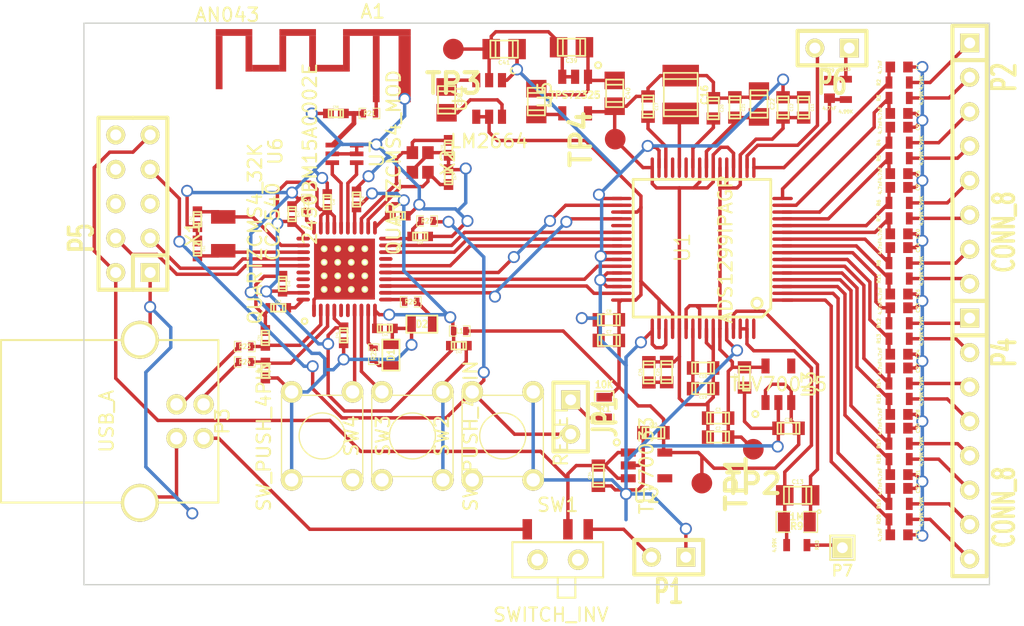
<source format=kicad_pcb>
(kicad_pcb (version 3) (host pcbnew "(2013-07-07 BZR 4022)-stable")
  (layers (15 F.Cu signal) (0 B.Cu signal) (18 B.Paste user) (19 F.Paste user) (20 B.SilkS user) (21 F.SilkS user) (22 B.Mask user) (23 F.Mask user) (28 Edge.Cuts user))
  (net 0 "")
  (net 1 +2.5V)
  (net 2 +3.3V)
  (net 3 -2.5V)
  (net 4 "/Analog Frontend/AIN1N")
  (net 5 "/Analog Frontend/AIN1P")
  (net 6 "/Analog Frontend/AIN2N")
  (net 7 "/Analog Frontend/AIN2P")
  (net 8 "/Analog Frontend/AIN3N")
  (net 9 "/Analog Frontend/AIN3P")
  (net 10 "/Analog Frontend/AIN4N")
  (net 11 "/Analog Frontend/AIN4P")
  (net 12 "/Analog Frontend/AIN5N")
  (net 13 "/Analog Frontend/AIN5P")
  (net 14 "/Analog Frontend/AIN6N")
  (net 15 "/Analog Frontend/AIN6P")
  (net 16 "/Analog Frontend/AIN7N")
  (net 17 "/Analog Frontend/AIN7P")
  (net 18 "/Analog Frontend/AIN8N")
  (net 19 "/Analog Frontend/AIN8P")
  (net 20 "/Analog Frontend/BIAS")
  (net 21 "/Analog Frontend/BIASINV")
  (net 22 "/Analog Frontend/BIASOUT_IN")
  (net 23 "/Analog Frontend/CS")
  (net 24 "/Analog Frontend/DIN")
  (net 25 "/Analog Frontend/DOUT")
  (net 26 "/Analog Frontend/DRDY")
  (net 27 "/Analog Frontend/RESET")
  (net 28 "/Analog Frontend/SRB1")
  (net 29 "/Analog Frontend/SRB2")
  (net 30 "/Analog Frontend/START")
  (net 31 "/Analog Frontend/VCAP1")
  (net 32 "/Analog Frontend/VCAP2")
  (net 33 "/Analog Frontend/VCAP3")
  (net 34 "/Analog Frontend/VCAP4")
  (net 35 "/Analog Frontend/VREFP")
  (net 36 /BATT_+)
  (net 37 /Microcontroller/ANTENNA)
  (net 38 /Microcontroller/DC)
  (net 39 /Microcontroller/DD)
  (net 40 /Microcontroller/LED1)
  (net 41 /Microcontroller/LED2)
  (net 42 /Microcontroller/RESET_INTR)
  (net 43 /Microcontroller/RESET_N)
  (net 44 /Microcontroller/RF_N)
  (net 45 /Microcontroller/RF_P)
  (net 46 /Microcontroller/SCK)
  (net 47 /Microcontroller/SW3)
  (net 48 /Microcontroller/SW4)
  (net 49 /Microcontroller/TX_LINE)
  (net 50 /Microcontroller/USB_N)
  (net 51 /Microcontroller/USB_N_Intr)
  (net 52 /Microcontroller/USB_P)
  (net 53 /Microcontroller/USB_P_Intr)
  (net 54 /Microcontroller/VDD_FILT)
  (net 55 /Microcontroller/X1_1)
  (net 56 /Microcontroller/X1_2)
  (net 57 /Microcontroller/X2_1)
  (net 58 /Microcontroller/X2_3)
  (net 59 /Power/N3.3V)
  (net 60 /VBUS)
  (net 61 AGND)
  (net 62 N-00000100)
  (net 63 N-00000101)
  (net 64 N-00000102)
  (net 65 N-00000103)
  (net 66 N-0000033)
  (net 67 N-0000044)
  (net 68 N-0000051)
  (net 69 N-0000054)
  (net 70 N-0000055)
  (net 71 N-0000071)
  (net 72 N-0000074)
  (net 73 N-0000077)
  (net 74 N-0000080)
  (net 75 N-0000081)
  (net 76 N-0000082)
  (net 77 N-0000083)
  (net 78 N-0000091)
  (net 79 N-0000092)
  (net 80 N-0000093)
  (net 81 N-0000094)
  (net 82 N-0000095)
  (net 83 N-0000096)
  (net 84 N-0000097)
  (net 85 N-0000098)
  (net 86 N-0000099)
  (net 87 VIN_RAW)
  (module VQFN40 (layer F.Cu) (at 283.21 158.496 90)
    (fp_text reference U6 (at 8.7 -5.1 90) (layer F.SilkS))
    (fp_text value CC2540 (at 3.5 -5.3 90) (layer F.SilkS))
    (pad 1 smd oval (at -3.05 -2.25 90) (size 1 0.28) (layers F.Cu F.Paste F.Mask) (net 61 AGND))
    (pad 2 smd oval (at -3.05 -1.75 90) (size 1 0.28) (layers F.Cu F.Paste F.Mask) (net 53 /Microcontroller/USB_P_Intr))
    (pad 3 smd oval (at -3.05 -1.25 90) (size 1 0.28) (layers F.Cu F.Paste F.Mask) (net 51 /Microcontroller/USB_N_Intr))
    (pad 4 smd oval (at -3.05 -0.75 90) (size 1 0.28) (layers F.Cu F.Paste F.Mask) (net 54 /Microcontroller/VDD_FILT))
    (pad 5 smd oval (at -3.05 -0.25 90) (size 1 0.28) (layers F.Cu F.Paste F.Mask))
    (pad 6 smd oval (at -3.05 0.25 90) (size 1 0.28) (layers F.Cu F.Paste F.Mask))
    (pad 7 smd oval (at -3.05 0.75 90) (size 1 0.28) (layers F.Cu F.Paste F.Mask) (net 47 /Microcontroller/SW3))
    (pad 8 smd oval (at -3.05 1.25 90) (size 1 0.28) (layers F.Cu F.Paste F.Mask) (net 48 /Microcontroller/SW4))
    (pad 9 smd oval (at -3.05 1.75 90) (size 1 0.28) (layers F.Cu F.Paste F.Mask) (net 40 /Microcontroller/LED1))
    (pad 10 smd oval (at -3.05 2.25 90) (size 1 0.28) (layers F.Cu F.Paste F.Mask) (net 54 /Microcontroller/VDD_FILT))
    (pad 11 smd oval (at -2.25 3.05 90) (size 0.28 1) (layers F.Cu F.Paste F.Mask) (net 41 /Microcontroller/LED2))
    (pad 12 smd oval (at -1.75 3.05 90) (size 0.28 1) (layers F.Cu F.Paste F.Mask) (net 27 "/Analog Frontend/RESET"))
    (pad 13 smd oval (at -1.25 3.05 90) (size 0.28 1) (layers F.Cu F.Paste F.Mask) (net 26 "/Analog Frontend/DRDY"))
    (pad 14 smd oval (at -0.75 3.05 90) (size 0.28 1) (layers F.Cu F.Paste F.Mask) (net 25 "/Analog Frontend/DOUT"))
    (pad 15 smd oval (at -0.25 3.05 90) (size 0.28 1) (layers F.Cu F.Paste F.Mask) (net 24 "/Analog Frontend/DIN"))
    (pad 16 smd oval (at 0.25 3.05 90) (size 0.28 1) (layers F.Cu F.Paste F.Mask) (net 46 /Microcontroller/SCK))
    (pad 17 smd oval (at 0.75 3.05 90) (size 0.28 1) (layers F.Cu F.Paste F.Mask))
    (pad 18 smd oval (at 1.25 3.05 90) (size 0.28 1) (layers F.Cu F.Paste F.Mask) (net 23 "/Analog Frontend/CS"))
    (pad 19 smd oval (at 1.75 3.05 90) (size 0.28 1) (layers F.Cu F.Paste F.Mask) (net 30 "/Analog Frontend/START"))
    (pad 20 smd oval (at 2.25 3.05 90) (size 0.28 1) (layers F.Cu F.Paste F.Mask) (net 42 /Microcontroller/RESET_INTR))
    (pad 21 smd oval (at 3.05 2.25 90) (size 1 0.28) (layers F.Cu F.Paste F.Mask) (net 54 /Microcontroller/VDD_FILT))
    (pad 22 smd oval (at 3.05 1.75 90) (size 1 0.28) (layers F.Cu F.Paste F.Mask) (net 57 /Microcontroller/X2_1))
    (pad 23 smd oval (at 3.05 1.25 90) (size 1 0.28) (layers F.Cu F.Paste F.Mask) (net 58 /Microcontroller/X2_3))
    (pad 24 smd oval (at 3.05 0.75 90) (size 1 0.28) (layers F.Cu F.Paste F.Mask) (net 54 /Microcontroller/VDD_FILT))
    (pad 25 smd oval (at 3.05 0.25 90) (size 1 0.28) (layers F.Cu F.Paste F.Mask) (net 45 /Microcontroller/RF_P))
    (pad 26 smd oval (at 3.05 -0.25 90) (size 1 0.28) (layers F.Cu F.Paste F.Mask) (net 44 /Microcontroller/RF_N))
    (pad 27 smd oval (at 3.05 -0.75 90) (size 1 0.28) (layers F.Cu F.Paste F.Mask) (net 54 /Microcontroller/VDD_FILT))
    (pad 28 smd oval (at 3.05 -1.25 90) (size 1 0.28) (layers F.Cu F.Paste F.Mask) (net 54 /Microcontroller/VDD_FILT))
    (pad 29 smd oval (at 3.05 -1.75 90) (size 1 0.28) (layers F.Cu F.Paste F.Mask) (net 54 /Microcontroller/VDD_FILT))
    (pad 30 smd oval (at 3.05 -2.25 90) (size 1 0.28) (layers F.Cu F.Paste F.Mask) (net 67 N-0000044))
    (pad 31 smd oval (at 2.25 -3.05 90) (size 0.28 1) (layers F.Cu F.Paste F.Mask) (net 54 /Microcontroller/VDD_FILT))
    (pad 32 smd oval (at 1.75 -3.05 90) (size 0.28 1) (layers F.Cu F.Paste F.Mask) (net 56 /Microcontroller/X1_2))
    (pad 33 smd oval (at 1.25 -3.05 90) (size 0.28 1) (layers F.Cu F.Paste F.Mask) (net 55 /Microcontroller/X1_1))
    (pad 34 smd oval (at 0.75 -3.05 90) (size 0.28 1) (layers F.Cu F.Paste F.Mask) (net 38 /Microcontroller/DC))
    (pad 35 smd oval (at 0.25 -3.05 90) (size 0.28 1) (layers F.Cu F.Paste F.Mask) (net 39 /Microcontroller/DD))
    (pad 36 smd oval (at -0.25 -3.05 90) (size 0.28 1) (layers F.Cu F.Paste F.Mask))
    (pad 37 smd oval (at -0.75 -3.05 90) (size 0.28 1) (layers F.Cu F.Paste F.Mask))
    (pad 38 smd oval (at -1.25 -3.05 90) (size 0.28 1) (layers F.Cu F.Paste F.Mask))
    (pad 39 smd oval (at -1.75 -3.05 90) (size 0.28 1) (layers F.Cu F.Paste F.Mask) (net 54 /Microcontroller/VDD_FILT))
    (pad 40 smd oval (at -2.25 -3.05 90) (size 0.28 1) (layers F.Cu F.Paste F.Mask) (net 68 N-0000051))
    (pad PAD smd rect (at 0 0 90) (size 4.5 4.5) (layers F.Cu F.Mask) (net 61 AGND))
    (pad PAD thru_hole circle (at -0.5 -0.5 90) (size 0.5 0.5) (drill 0.3) (layers *.Cu F.SilkS B.Mask) (net 61 AGND))
    (pad PAD thru_hole circle (at 0.5 -0.5 90) (size 0.5 0.5) (drill 0.3) (layers *.Cu F.SilkS B.Mask) (net 61 AGND))
    (pad PAD thru_hole circle (at 0.5 0.5 90) (size 0.5 0.5) (drill 0.3) (layers *.Cu F.SilkS B.Mask) (net 61 AGND))
    (pad PAD thru_hole circle (at -0.5 0.5 90) (size 0.5 0.5) (drill 0.3) (layers *.Cu F.SilkS B.Mask) (net 61 AGND))
    (pad PAD thru_hole circle (at -1.5 0.5 90) (size 0.5 0.5) (drill 0.3) (layers *.Cu F.SilkS B.Mask) (net 61 AGND))
    (pad PAD thru_hole circle (at -1.5 -0.5 90) (size 0.5 0.5) (drill 0.3) (layers *.Cu F.SilkS B.Mask) (net 61 AGND))
    (pad PAD thru_hole circle (at -1.5 -1.5 90) (size 0.5 0.5) (drill 0.3) (layers *.Cu F.SilkS B.Mask) (net 61 AGND))
    (pad PAD thru_hole circle (at -0.5 -1.5 90) (size 0.5 0.5) (drill 0.3) (layers *.Cu F.SilkS B.Mask) (net 61 AGND))
    (pad PAD thru_hole circle (at 0.5 -1.5 90) (size 0.5 0.5) (drill 0.3) (layers *.Cu F.SilkS B.Mask) (net 61 AGND))
    (pad PAD thru_hole circle (at 1.5 -1.5 90) (size 0.5 0.5) (drill 0.3) (layers *.Cu F.SilkS B.Mask) (net 61 AGND))
    (pad PAD thru_hole circle (at 1.5 -0.5 90) (size 0.5 0.5) (drill 0.3) (layers *.Cu F.SilkS B.Mask) (net 61 AGND))
    (pad PAD thru_hole circle (at 1.5 0.5 90) (size 0.5 0.5) (drill 0.3) (layers *.Cu F.SilkS B.Mask) (net 61 AGND))
    (pad PAD thru_hole circle (at 1.5 1.5 90) (size 0.5 0.5) (drill 0.3) (layers *.Cu F.SilkS B.Mask) (net 61 AGND))
    (pad PAD thru_hole circle (at 0.5 1.5 90) (size 0.5 0.5) (drill 0.3) (layers *.Cu F.SilkS B.Mask) (net 61 AGND))
    (pad PAD thru_hole circle (at -0.5 1.5 90) (size 0.5 0.5) (drill 0.3) (layers *.Cu F.SilkS B.Mask) (net 61 AGND))
    (pad PAD thru_hole circle (at -1.5 1.5 90) (size 0.5 0.5) (drill 0.3) (layers *.Cu F.SilkS B.Mask) (net 61 AGND))
  )
  (module TQFP_64 (layer F.Cu) (at 309.6895 157.0355 90)
    (fp_text reference U1 (at 0.127 -1.524 90) (layer F.SilkS) (effects (font (size 1.09982 1.09982) (thickness 0.127))))
    (fp_text value ADS1299IPAGR (at 0 1.651 90) (layer F.SilkS) (effects (font (size 1.00076 1.00076) (thickness 0.1524))))
    (pad 1 smd rect (at -3.74904 5.86994 90) (size 0.24892 1.524) (layers F.Cu F.Paste F.Mask) (net 79 N-0000092))
    (pad 2 smd oval (at -3.24866 5.86994 90) (size 0.24892 1.524) (layers F.Cu F.Paste F.Mask) (net 78 N-0000091))
    (pad 3 smd oval (at -2.74828 5.86994 90) (size 0.24892 1.524) (layers F.Cu F.Paste F.Mask) (net 83 N-0000096))
    (pad 4 smd oval (at -2.2479 5.86994 90) (size 0.24892 1.524) (layers F.Cu F.Paste F.Mask) (net 82 N-0000095))
    (pad 5 smd oval (at -1.74752 5.86994 90) (size 0.24892 1.524) (layers F.Cu F.Paste F.Mask) (net 81 N-0000094))
    (pad 6 smd oval (at -1.24968 5.86994 90) (size 0.24892 1.524) (layers F.Cu F.Paste F.Mask) (net 80 N-0000093))
    (pad 7 smd oval (at -0.7493 5.86994 90) (size 0.24892 1.524) (layers F.Cu F.Paste F.Mask) (net 62 N-00000100))
    (pad 8 smd oval (at -0.24892 5.86994 90) (size 0.24892 1.524) (layers F.Cu F.Paste F.Mask) (net 86 N-0000099))
    (pad 9 smd oval (at 0.25146 5.86994 90) (size 0.24892 1.524) (layers F.Cu F.Paste F.Mask) (net 84 N-0000097))
    (pad 10 smd oval (at 0.75184 5.86994 90) (size 0.24892 1.524) (layers F.Cu F.Paste F.Mask) (net 85 N-0000098))
    (pad 11 smd oval (at 1.25222 5.86994 90) (size 0.24892 1.524) (layers F.Cu F.Paste F.Mask) (net 74 N-0000080))
    (pad 12 smd oval (at 1.75006 5.86994 90) (size 0.24892 1.524) (layers F.Cu F.Paste F.Mask) (net 71 N-0000071))
    (pad 13 smd oval (at 2.25044 5.86994 90) (size 0.24892 1.524) (layers F.Cu F.Paste F.Mask) (net 76 N-0000082))
    (pad 14 smd oval (at 2.75082 5.86994 90) (size 0.24892 1.524) (layers F.Cu F.Paste F.Mask) (net 75 N-0000081))
    (pad 15 smd oval (at 3.2512 5.86994 90) (size 0.24892 1.524) (layers F.Cu F.Paste F.Mask) (net 73 N-0000077))
    (pad 16 smd oval (at 3.75158 5.86994 90) (size 0.24892 1.524) (layers F.Cu F.Paste F.Mask) (net 72 N-0000074))
    (pad 17 smd oval (at 6.0325 3.74904 90) (size 1.524 0.24892) (layers F.Cu F.Paste F.Mask) (net 77 N-0000083))
    (pad 18 smd oval (at 6.0325 3.24866 90) (size 1.524 0.24892) (layers F.Cu F.Paste F.Mask) (net 29 "/Analog Frontend/SRB2"))
    (pad 19 smd oval (at 6.0325 2.74828 90) (size 1.524 0.24892) (layers F.Cu F.Paste F.Mask) (net 1 +2.5V))
    (pad 20 smd oval (at 6.0325 2.2479 90) (size 1.524 0.24892) (layers F.Cu F.Paste F.Mask) (net 3 -2.5V))
    (pad 21 smd oval (at 6.0325 1.74752 90) (size 1.524 0.24892) (layers F.Cu F.Paste F.Mask) (net 1 +2.5V))
    (pad 22 smd oval (at 6.0325 1.24968 90) (size 1.524 0.24892) (layers F.Cu F.Paste F.Mask) (net 1 +2.5V))
    (pad 23 smd oval (at 6.0325 0.7493 90) (size 1.524 0.24892) (layers F.Cu F.Paste F.Mask) (net 3 -2.5V))
    (pad 24 smd oval (at 6.0325 0.24892 90) (size 1.524 0.24892) (layers F.Cu F.Paste F.Mask) (net 35 "/Analog Frontend/VREFP"))
    (pad 25 smd oval (at 6.0325 -0.25146 90) (size 1.524 0.24892) (layers F.Cu F.Paste F.Mask) (net 3 -2.5V))
    (pad 26 smd oval (at 6.0325 -0.75184 90) (size 1.524 0.24892) (layers F.Cu F.Paste F.Mask) (net 34 "/Analog Frontend/VCAP4"))
    (pad 27 smd oval (at 6.0325 -1.25222 90) (size 1.524 0.24892) (layers F.Cu F.Paste F.Mask))
    (pad 28 smd oval (at 6.0325 -1.75006 90) (size 1.524 0.24892) (layers F.Cu F.Paste F.Mask) (net 31 "/Analog Frontend/VCAP1"))
    (pad 29 smd oval (at 6.0325 -2.25044 90) (size 1.524 0.24892) (layers F.Cu F.Paste F.Mask))
    (pad 30 smd oval (at 6.0325 -2.75082 90) (size 1.524 0.24892) (layers F.Cu F.Paste F.Mask) (net 32 "/Analog Frontend/VCAP2"))
    (pad 31 smd oval (at 6.0325 -3.2512 90) (size 1.524 0.24892) (layers F.Cu F.Paste F.Mask) (net 61 AGND))
    (pad 32 smd oval (at 6.0325 -3.75158 90) (size 1.524 0.24892) (layers F.Cu F.Paste F.Mask) (net 3 -2.5V))
    (pad 33 smd oval (at 3.75158 -6.0325 90) (size 0.24892 1.524) (layers F.Cu F.Paste F.Mask) (net 61 AGND))
    (pad 34 smd oval (at 3.2512 -6.0325 90) (size 0.24892 1.524) (layers F.Cu F.Paste F.Mask) (net 24 "/Analog Frontend/DIN"))
    (pad 35 smd oval (at 2.75082 -6.0325 90) (size 0.24892 1.524) (layers F.Cu F.Paste F.Mask) (net 2 +3.3V))
    (pad 36 smd oval (at 2.25044 -6.0325 90) (size 0.24892 1.524) (layers F.Cu F.Paste F.Mask) (net 27 "/Analog Frontend/RESET"))
    (pad 37 smd oval (at 1.75006 -6.0325 90) (size 0.24892 1.524) (layers F.Cu F.Paste F.Mask))
    (pad 38 smd oval (at 1.25222 -6.0325 90) (size 0.24892 1.524) (layers F.Cu F.Paste F.Mask) (net 30 "/Analog Frontend/START"))
    (pad 39 smd oval (at 0.75184 -6.0325 90) (size 0.24892 1.524) (layers F.Cu F.Paste F.Mask) (net 23 "/Analog Frontend/CS"))
    (pad 40 smd oval (at 0.25146 -6.0325 90) (size 0.24892 1.524) (layers F.Cu F.Paste F.Mask) (net 46 /Microcontroller/SCK))
    (pad 41 smd oval (at -0.24892 -6.0325 90) (size 0.24892 1.524) (layers F.Cu F.Paste F.Mask) (net 61 AGND))
    (pad 42 smd oval (at -0.7493 -6.0325 90) (size 0.24892 1.524) (layers F.Cu F.Paste F.Mask) (net 61 AGND))
    (pad 43 smd oval (at -1.24968 -6.0325 90) (size 0.24892 1.524) (layers F.Cu F.Paste F.Mask) (net 25 "/Analog Frontend/DOUT"))
    (pad 44 smd oval (at -1.74752 -6.0325 90) (size 0.24892 1.524) (layers F.Cu F.Paste F.Mask) (net 61 AGND))
    (pad 45 smd oval (at -2.2479 -6.0325 90) (size 0.24892 1.524) (layers F.Cu F.Paste F.Mask) (net 61 AGND))
    (pad 46 smd oval (at -2.74828 -6.0325 90) (size 0.24892 1.524) (layers F.Cu F.Paste F.Mask) (net 61 AGND))
    (pad 47 smd oval (at -3.24866 -6.0325 90) (size 0.24892 1.524) (layers F.Cu F.Paste F.Mask) (net 26 "/Analog Frontend/DRDY"))
    (pad 48 smd oval (at -3.74904 -6.0325 90) (size 0.24892 1.524) (layers F.Cu F.Paste F.Mask) (net 2 +3.3V))
    (pad 49 smd oval (at -5.86994 -3.75158 90) (size 1.524 0.24892) (layers F.Cu F.Paste F.Mask) (net 61 AGND))
    (pad 50 smd oval (at -5.86994 -3.2512 90) (size 1.524 0.24892) (layers F.Cu F.Paste F.Mask) (net 2 +3.3V))
    (pad 52 smd oval (at -5.86994 -2.25044 90) (size 1.524 0.24892) (layers F.Cu F.Paste F.Mask) (net 2 +3.3V))
    (pad 51 smd oval (at -5.88772 -2.75082 90) (size 1.524 0.24892) (layers F.Cu F.Paste F.Mask) (net 61 AGND))
    (pad 53 smd oval (at -5.86994 -1.75006 90) (size 1.524 0.24892) (layers F.Cu F.Paste F.Mask) (net 3 -2.5V))
    (pad 54 smd oval (at -5.86994 -1.25222 90) (size 1.524 0.24892) (layers F.Cu F.Paste F.Mask) (net 1 +2.5V))
    (pad 55 smd oval (at -5.86994 -0.75184 90) (size 1.524 0.24892) (layers F.Cu F.Paste F.Mask) (net 33 "/Analog Frontend/VCAP3"))
    (pad 56 smd oval (at -5.86994 -0.25146 90) (size 1.524 0.24892) (layers F.Cu F.Paste F.Mask) (net 1 +2.5V))
    (pad 57 smd oval (at -5.86994 0.24892 90) (size 1.524 0.24892) (layers F.Cu F.Paste F.Mask) (net 3 -2.5V))
    (pad 58 smd oval (at -5.86994 0.7493 90) (size 1.524 0.24892) (layers F.Cu F.Paste F.Mask) (net 3 -2.5V))
    (pad 59 smd oval (at -5.86994 1.24206 90) (size 1.524 0.24892) (layers F.Cu F.Paste F.Mask) (net 1 +2.5V))
    (pad 60 smd oval (at -5.86994 1.74244 90) (size 1.524 0.24892) (layers F.Cu F.Paste F.Mask) (net 61 AGND))
    (pad 61 smd oval (at -5.86994 2.24282 90) (size 1.524 0.24892) (layers F.Cu F.Paste F.Mask) (net 21 "/Analog Frontend/BIASINV"))
    (pad 62 smd oval (at -5.86994 2.7432 90) (size 1.524 0.24892) (layers F.Cu F.Paste F.Mask) (net 22 "/Analog Frontend/BIASOUT_IN"))
    (pad 63 smd oval (at -5.86994 3.24104 90) (size 1.524 0.24892) (layers F.Cu F.Paste F.Mask) (net 22 "/Analog Frontend/BIASOUT_IN"))
    (pad 64 smd oval (at -5.86994 3.74142 90) (size 1.524 0.24892) (layers F.Cu F.Paste F.Mask))
  )
  (module SSSS810701 (layer F.Cu) (at 298.958 179.959)
    (fp_text reference SW1 (at 0 -4.05) (layer F.SilkS))
    (fp_text value SWITCH_INV (at -0.508 4.064) (layer F.SilkS))
    (pad "" thru_hole circle (at 1.5 0) (size 1.5 1.5) (drill 0.9) (layers *.Cu *.Mask F.SilkS))
    (pad "" thru_hole circle (at -1.5 0) (size 1.5 1.5) (drill 0.9) (layers *.Cu *.Mask F.SilkS))
    (pad 1 smd rect (at -2.25 -2.25) (size 0.7 1.5) (layers F.Cu F.Paste F.Mask) (net 60 /VBUS))
    (pad 2 smd rect (at 0.75 -2.25) (size 0.7 1.5) (layers F.Cu F.Paste F.Mask) (net 87 VIN_RAW))
    (pad 3 smd rect (at 2.25 -2.25) (size 0.7 1.5) (layers F.Cu F.Paste F.Mask) (net 36 /BATT_+))
  )
  (module SM0805 (layer F.Cu) (at 316.611 177.165 180)
    (fp_text reference R9 (at 0 -0.3175 180) (layer F.SilkS) (effects (font (size 0.50038 0.50038) (thickness 0.10922))))
    (fp_text value 1M (at 0 0.381 180) (layer F.SilkS) (effects (font (size 0.50038 0.50038) (thickness 0.10922))))
    (pad 1 smd rect (at -0.9525 0 180) (size 0.889 1.397) (layers F.Cu F.Paste F.Mask) (net 21 "/Analog Frontend/BIASINV"))
    (pad 2 smd rect (at 0.9525 0 180) (size 0.889 1.397) (layers F.Cu F.Paste F.Mask) (net 22 "/Analog Frontend/BIASOUT_IN"))
  )
  (module SM0603_Resistor (layer F.Cu) (at 302.387 168.7195 270)
    (fp_text reference R1 (at 0.0635 -0.0635 360) (layer F.SilkS) (effects (font (size 0.50038 0.4572) (thickness 0.1143))))
    (fp_text value 10K (at -1.69926 0 360) (layer F.SilkS) (effects (font (size 0.508 0.4572) (thickness 0.1143))))
    (pad 1 smd rect (at -0.762 0 270) (size 0.635 1.143) (layers F.Cu F.Paste F.Mask) (net 2 +3.3V))
    (pad 2 smd rect (at 0.762 0 270) (size 0.635 1.143) (layers F.Cu F.Paste F.Mask) (net 66 N-0000033))
  )
  (module SM0603 (layer F.Cu) (at 286.639 164.846 90)
    (fp_text reference D1 (at 0 0 90) (layer F.SilkS) (effects (font (size 0.508 0.4572) (thickness 0.1143))))
    (fp_text value LED_EL19-21SURC hide)
    (pad 1 smd rect (at -0.762 0 90) (size 0.635 1.143) (layers F.Cu F.Paste F.Mask) (net 69 N-0000054))
    (pad 2 smd rect (at 0.762 0 90) (size 0.635 1.143) (layers F.Cu F.Paste F.Mask) (net 61 AGND))
  )
  (module SM0603 (layer F.Cu) (at 288.925 162.56 180)
    (fp_text reference D2 (at 0 0 180) (layer F.SilkS) (effects (font (size 0.508 0.4572) (thickness 0.1143))))
    (fp_text value LED_EL19-21SYGC hide)
    (pad 1 smd rect (at -0.762 0 180) (size 0.635 1.143) (layers F.Cu F.Paste F.Mask) (net 70 N-0000055))
    (pad 2 smd rect (at 0.762 0 180) (size 0.635 1.143) (layers F.Cu F.Paste F.Mask) (net 61 AGND))
  )
  (module SM0402_r (layer F.Cu) (at 280.416 153.7335 90)
    (fp_text reference R22 (at 0 0 90) (layer F.SilkS) (effects (font (size 0.35052 0.3048) (thickness 0.07112))))
    (fp_text value 56k hide)
    (pad 1 smd rect (at -0.44958 0 90) (size 0.39878 0.59944) (layers F.Cu F.Paste F.Mask) (net 67 N-0000044))
    (pad 2 smd rect (at 0.44958 0 90) (size 0.39878 0.59944) (layers F.Cu F.Paste F.Mask) (net 61 AGND))
  )
  (module SM0402_r (layer F.Cu) (at 275.844 164.211)
    (fp_text reference R23 (at 0 0) (layer F.SilkS) (effects (font (size 0.35052 0.3048) (thickness 0.07112))))
    (fp_text value 33 hide)
    (pad 1 smd rect (at -0.44958 0) (size 0.39878 0.59944) (layers F.Cu F.Paste F.Mask) (net 52 /Microcontroller/USB_P))
    (pad 2 smd rect (at 0.44958 0) (size 0.39878 0.59944) (layers F.Cu F.Paste F.Mask) (net 53 /Microcontroller/USB_P_Intr))
  )
  (module SM0402_r (layer F.Cu) (at 275.844 165.354)
    (fp_text reference R24 (at 0 0) (layer F.SilkS) (effects (font (size 0.35052 0.3048) (thickness 0.07112))))
    (fp_text value 33 hide)
    (pad 1 smd rect (at -0.44958 0) (size 0.39878 0.59944) (layers F.Cu F.Paste F.Mask) (net 50 /Microcontroller/USB_N))
    (pad 2 smd rect (at 0.44958 0) (size 0.39878 0.59944) (layers F.Cu F.Paste F.Mask) (net 51 /Microcontroller/USB_N_Intr))
  )
  (module SM0402_r (layer F.Cu) (at 289.306 154.94)
    (fp_text reference R27 (at 0 0) (layer F.SilkS) (effects (font (size 0.35052 0.3048) (thickness 0.07112))))
    (fp_text value 2.2k hide)
    (pad 1 smd rect (at -0.44958 0) (size 0.39878 0.59944) (layers F.Cu F.Paste F.Mask) (net 42 /Microcontroller/RESET_INTR))
    (pad 2 smd rect (at 0.44958 0) (size 0.39878 0.59944) (layers F.Cu F.Paste F.Mask) (net 43 /Microcontroller/RESET_N))
  )
  (module SM0402_r (layer F.Cu) (at 285.369 164.7825 90)
    (fp_text reference R25 (at 0 0 90) (layer F.SilkS) (effects (font (size 0.35052 0.3048) (thickness 0.07112))))
    (fp_text value 270 hide)
    (pad 1 smd rect (at -0.44958 0 90) (size 0.39878 0.59944) (layers F.Cu F.Paste F.Mask) (net 69 N-0000054))
    (pad 2 smd rect (at 0.44958 0 90) (size 0.39878 0.59944) (layers F.Cu F.Paste F.Mask) (net 40 /Microcontroller/LED1))
  )
  (module SM0402_r (layer F.Cu) (at 288.0995 160.909 180)
    (fp_text reference R26 (at 0 0 180) (layer F.SilkS) (effects (font (size 0.35052 0.3048) (thickness 0.07112))))
    (fp_text value 270 hide)
    (pad 1 smd rect (at -0.44958 0 180) (size 0.39878 0.59944) (layers F.Cu F.Paste F.Mask) (net 70 N-0000055))
    (pad 2 smd rect (at 0.44958 0 180) (size 0.39878 0.59944) (layers F.Cu F.Paste F.Mask) (net 41 /Microcontroller/LED2))
  )
  (module SM0402 (layer F.Cu) (at 291.719 163.068)
    (fp_text reference L1 (at 0 0) (layer F.SilkS) (effects (font (size 0.35052 0.3048) (thickness 0.07112))))
    (fp_text value EMI hide)
    (pad 1 smd rect (at -0.44958 0) (size 0.39878 0.59944) (layers F.Cu F.Paste F.Mask) (net 54 /Microcontroller/VDD_FILT))
    (pad 2 smd rect (at 0.44958 0) (size 0.39878 0.59944) (layers F.Cu F.Paste F.Mask) (net 2 +3.3V))
  )
  (module SM0402 (layer F.Cu) (at 285.0515 147.0025)
    (fp_text reference R21 (at 0 0) (layer F.SilkS) (effects (font (size 0.35052 0.3048) (thickness 0.07112))))
    (fp_text value 0 hide)
    (pad 1 smd rect (at -0.44958 0) (size 0.39878 0.59944) (layers F.Cu F.Paste F.Mask) (net 49 /Microcontroller/TX_LINE))
    (pad 2 smd rect (at 0.44958 0) (size 0.39878 0.59944) (layers F.Cu F.Paste F.Mask) (net 37 /Microcontroller/ANTENNA))
  )
  (module SIL-8 (layer F.Cu) (at 329.3745 171.0055 270)
    (fp_text reference P4 (at -6.35 -2.54 270) (layer F.SilkS) (effects (font (size 1.72974 1.08712) (thickness 0.3048))))
    (fp_text value CONN_8 (at 5.08 -2.54 270) (layer F.SilkS) (effects (font (size 1.524 1.016) (thickness 0.3048))))
    (pad 1 thru_hole rect (at -8.89 0 270) (size 1.397 1.397) (drill 0.8128) (layers *.Cu *.Mask F.SilkS) (net 13 "/Analog Frontend/AIN5P"))
    (pad 2 thru_hole circle (at -6.35 0 270) (size 1.397 1.397) (drill 0.8128) (layers *.Cu *.Mask F.SilkS) (net 12 "/Analog Frontend/AIN5N"))
    (pad 3 thru_hole circle (at -3.81 0 270) (size 1.397 1.397) (drill 0.8128) (layers *.Cu *.Mask F.SilkS) (net 15 "/Analog Frontend/AIN6P"))
    (pad 4 thru_hole circle (at -1.27 0 270) (size 1.397 1.397) (drill 0.8128) (layers *.Cu *.Mask F.SilkS) (net 14 "/Analog Frontend/AIN6N"))
    (pad 5 thru_hole circle (at 1.27 0 270) (size 1.397 1.397) (drill 0.8128) (layers *.Cu *.Mask F.SilkS) (net 17 "/Analog Frontend/AIN7P"))
    (pad 6 thru_hole circle (at 3.81 0 270) (size 1.397 1.397) (drill 0.8128) (layers *.Cu *.Mask F.SilkS) (net 16 "/Analog Frontend/AIN7N"))
    (pad 7 thru_hole circle (at 6.35 0 270) (size 1.397 1.397) (drill 0.8128) (layers *.Cu *.Mask F.SilkS) (net 19 "/Analog Frontend/AIN8P"))
    (pad 8 thru_hole circle (at 8.89 0 270) (size 1.397 1.397) (drill 0.8128) (layers *.Cu *.Mask F.SilkS) (net 18 "/Analog Frontend/AIN8N"))
  )
  (module SIL-8 (layer F.Cu) (at 329.3745 150.6855 270)
    (fp_text reference P2 (at -6.35 -2.54 270) (layer F.SilkS) (effects (font (size 1.72974 1.08712) (thickness 0.3048))))
    (fp_text value CONN_8 (at 5.08 -2.54 270) (layer F.SilkS) (effects (font (size 1.524 1.016) (thickness 0.3048))))
    (pad 1 thru_hole rect (at -8.89 0 270) (size 1.397 1.397) (drill 0.8128) (layers *.Cu *.Mask F.SilkS) (net 5 "/Analog Frontend/AIN1P"))
    (pad 2 thru_hole circle (at -6.35 0 270) (size 1.397 1.397) (drill 0.8128) (layers *.Cu *.Mask F.SilkS) (net 4 "/Analog Frontend/AIN1N"))
    (pad 3 thru_hole circle (at -3.81 0 270) (size 1.397 1.397) (drill 0.8128) (layers *.Cu *.Mask F.SilkS) (net 7 "/Analog Frontend/AIN2P"))
    (pad 4 thru_hole circle (at -1.27 0 270) (size 1.397 1.397) (drill 0.8128) (layers *.Cu *.Mask F.SilkS) (net 6 "/Analog Frontend/AIN2N"))
    (pad 5 thru_hole circle (at 1.27 0 270) (size 1.397 1.397) (drill 0.8128) (layers *.Cu *.Mask F.SilkS) (net 9 "/Analog Frontend/AIN3P"))
    (pad 6 thru_hole circle (at 3.81 0 270) (size 1.397 1.397) (drill 0.8128) (layers *.Cu *.Mask F.SilkS) (net 8 "/Analog Frontend/AIN3N"))
    (pad 7 thru_hole circle (at 6.35 0 270) (size 1.397 1.397) (drill 0.8128) (layers *.Cu *.Mask F.SilkS) (net 11 "/Analog Frontend/AIN4P"))
    (pad 8 thru_hole circle (at 8.89 0 270) (size 1.397 1.397) (drill 0.8128) (layers *.Cu *.Mask F.SilkS) (net 10 "/Analog Frontend/AIN4N"))
  )
  (module SIL-5x2 (layer F.Cu) (at 267.589 153.67 90)
    (fp_text reference P5 (at -2.54 -3.81 90) (layer F.SilkS) (effects (font (size 1.72974 1.08712) (thickness 0.27178))))
    (fp_text value CONN_5X2 hide)
    (pad 5 thru_hole circle (at 0 1.27 90) (size 1.397 1.397) (drill 0.8128) (layers *.Cu *.Mask F.SilkS))
    (pad 7 thru_hole circle (at 2.54 1.27 90) (size 1.397 1.397) (drill 0.8128) (layers *.Cu *.Mask F.SilkS) (net 43 /Microcontroller/RESET_N))
    (pad 6 thru_hole circle (at 0 -1.27 90) (size 1.397 1.397) (drill 0.8128) (layers *.Cu *.Mask F.SilkS))
    (pad 2 thru_hole circle (at -5.08 -1.27 90) (size 1.397 1.397) (drill 0.8128) (layers *.Cu *.Mask F.SilkS) (net 87 VIN_RAW))
    (pad 1 thru_hole rect (at -5.08 1.27 90) (size 1.397 1.397) (drill 0.8128) (layers *.Cu *.Mask F.SilkS) (net 61 AGND))
    (pad 4 thru_hole circle (at -2.54 -1.27 90) (size 1.397 1.397) (drill 0.8128) (layers *.Cu *.Mask F.SilkS) (net 39 /Microcontroller/DD))
    (pad 3 thru_hole circle (at -2.54 1.27 90) (size 1.397 1.397) (drill 0.8128) (layers *.Cu *.Mask F.SilkS) (net 38 /Microcontroller/DC))
    (pad 8 thru_hole circle (at 2.54 -1.27 90) (size 1.397 1.397) (drill 0.8128) (layers *.Cu *.Mask F.SilkS))
    (pad 10 thru_hole circle (at 5.08 -1.27 90) (size 1.397 1.397) (drill 0.8128) (layers *.Cu *.Mask F.SilkS))
    (pad 9 thru_hole circle (at 5.08 1.27 90) (size 1.397 1.397) (drill 0.8128) (layers *.Cu *.Mask F.SilkS) (net 87 VIN_RAW))
  )
  (module SIL-2 (layer F.Cu) (at 307.1495 179.7685 180)
    (fp_text reference P1 (at 0 -2.54 180) (layer F.SilkS) (effects (font (size 1.72974 1.08712) (thickness 0.3048))))
    (fp_text value CONN_2 hide)
    (pad 1 thru_hole rect (at -1.27 0 180) (size 1.397 1.397) (drill 0.8128) (layers *.Cu *.Mask F.SilkS) (net 61 AGND))
    (pad 2 thru_hole circle (at 1.27 0 180) (size 1.397 1.397) (drill 0.8128) (layers *.Cu *.Mask F.SilkS) (net 36 /BATT_+))
  )
  (module SIL-2 (layer F.Cu) (at 299.9105 169.418 270)
    (fp_text reference JP1 (at 0 -2.54 270) (layer F.SilkS) (effects (font (size 1.72974 1.08712) (thickness 0.3048))))
    (fp_text value JUMPER hide)
    (pad 1 thru_hole rect (at -1.27 0 270) (size 1.397 1.397) (drill 0.8128) (layers *.Cu *.Mask F.SilkS) (net 66 N-0000033))
    (pad 2 thru_hole circle (at 1.27 0 270) (size 1.397 1.397) (drill 0.8128) (layers *.Cu *.Mask F.SilkS) (net 43 /Microcontroller/RESET_N))
  )
  (module FC-135R_EPSON (layer F.Cu) (at 274.2565 155.8925 90)
    (fp_text reference X1 (at 0 -2.25 90) (layer F.SilkS))
    (fp_text value QUARTZCMS4_32K (at 0 2.35 90) (layer F.SilkS))
    (pad 1 smd rect (at -1.25 0 90) (size 1 1.8) (layers F.Cu F.Paste F.Mask) (net 55 /Microcontroller/X1_1))
    (pad 2 smd rect (at 1.25 0 90) (size 1 1.8) (layers F.Cu F.Paste F.Mask) (net 56 /Microcontroller/X1_2))
  )
  (module FA-128_EPSON (layer F.Cu) (at 288.798 150.622 90)
    (fp_text reference X2 (at 0 2.05 90) (layer F.SilkS))
    (fp_text value QUARTZCMS4_MOD (at 0 -1.95 90) (layer F.SilkS))
    (pad 3 smd rect (at 0.725 -0.575 90) (size 0.95 0.85) (layers F.Cu F.Paste F.Mask) (net 58 /Microcontroller/X2_3) (clearance 0.07))
    (pad 4 smd rect (at -0.725 -0.575 90) (size 0.95 0.85) (layers F.Cu F.Paste F.Mask) (net 61 AGND) (clearance 0.07))
    (pad 2 smd rect (at 0.725 0.575 90) (size 0.95 0.85) (layers F.Cu F.Paste F.Mask) (net 61 AGND) (clearance 0.07))
    (pad 1 smd rect (at -0.725 0.575 90) (size 0.95 0.85) (layers F.Cu F.Paste F.Mask) (net 57 /Microcontroller/X2_1) (clearance 0.07))
  )
  (module c_1210 (layer F.Cu) (at 308.0385 145.6055 270)
    (fp_text reference C16 (at 0.0254 -1.7526 270) (layer F.SilkS) (effects (font (size 0.50038 0.50038) (thickness 0.11938))))
    (fp_text value 100uF hide)
    (pad 1 smd rect (at 1.397 0 270) (size 1.6002 2.6924) (layers F.Cu F.Paste F.Mask) (net 31 "/Analog Frontend/VCAP1"))
    (pad 2 smd rect (at -1.397 0 270) (size 1.6002 2.6924) (layers F.Cu F.Paste F.Mask) (net 3 -2.5V))
  )
  (module c_0805 (layer F.Cu) (at 290.75 146 270)
    (fp_text reference C38 (at 0 -0.9906 270) (layer F.SilkS) (effects (font (size 0.29972 0.29972) (thickness 0.06096))))
    (fp_text value 1uF hide)
    (pad 1 smd rect (at 0.9525 0 270) (size 1.30048 1.4986) (layers F.Cu F.Paste F.Mask) (net 64 N-00000102))
    (pad 2 smd rect (at -0.9525 0 270) (size 1.30048 1.4986) (layers F.Cu F.Paste F.Mask) (net 65 N-00000103))
  )
  (module c_0805 (layer F.Cu) (at 295 142.25 180)
    (fp_text reference C41 (at 0 -0.9906 180) (layer F.SilkS) (effects (font (size 0.29972 0.29972) (thickness 0.06096))))
    (fp_text value 1uF hide)
    (pad 1 smd rect (at 0.9525 0 180) (size 1.30048 1.4986) (layers F.Cu F.Paste F.Mask) (net 59 /Power/N3.3V))
    (pad 2 smd rect (at -0.9525 0 180) (size 1.30048 1.4986) (layers F.Cu F.Paste F.Mask) (net 61 AGND))
  )
  (module c_0805 (layer F.Cu) (at 299.974 142.113 180)
    (fp_text reference C39 (at 0 -0.9906 180) (layer F.SilkS) (effects (font (size 0.29972 0.29972) (thickness 0.06096))))
    (fp_text value 2.2uF hide)
    (pad 1 smd rect (at 0.9525 0 180) (size 1.30048 1.4986) (layers F.Cu F.Paste F.Mask) (net 59 /Power/N3.3V))
    (pad 2 smd rect (at -0.9525 0 180) (size 1.30048 1.4986) (layers F.Cu F.Paste F.Mask) (net 61 AGND))
  )
  (module c_0805 (layer F.Cu) (at 303.1625 145.5165 270)
    (fp_text reference C40 (at 0 -0.9906 270) (layer F.SilkS) (effects (font (size 0.29972 0.29972) (thickness 0.06096))))
    (fp_text value 2.2uF hide)
    (pad 1 smd rect (at 0.9525 0 270) (size 1.30048 1.4986) (layers F.Cu F.Paste F.Mask) (net 3 -2.5V))
    (pad 2 smd rect (at -0.9525 0 270) (size 1.30048 1.4986) (layers F.Cu F.Paste F.Mask) (net 61 AGND))
  )
  (module c_0805 (layer F.Cu) (at 297.375 146.125 270)
    (fp_text reference C42 (at 0 -0.9906 270) (layer F.SilkS) (effects (font (size 0.29972 0.29972) (thickness 0.06096))))
    (fp_text value 0.01uF hide)
    (pad 1 smd rect (at 0.9525 0 270) (size 1.30048 1.4986) (layers F.Cu F.Paste F.Mask) (net 63 N-00000101))
    (pad 2 smd rect (at -0.9525 0 270) (size 1.30048 1.4986) (layers F.Cu F.Paste F.Mask) (net 61 AGND))
  )
  (module c_0805 (layer F.Cu) (at 316.6745 175.1965)
    (fp_text reference C13 (at 0 -0.9906) (layer F.SilkS) (effects (font (size 0.29972 0.29972) (thickness 0.06096))))
    (fp_text value 1.5nF hide)
    (pad 1 smd rect (at 0.9525 0) (size 1.30048 1.4986) (layers F.Cu F.Paste F.Mask) (net 21 "/Analog Frontend/BIASINV"))
    (pad 2 smd rect (at -0.9525 0) (size 1.30048 1.4986) (layers F.Cu F.Paste F.Mask) (net 22 "/Analog Frontend/BIASOUT_IN"))
  )
  (module c_0805 (layer F.Cu) (at 313.817 146.304 270)
    (fp_text reference C22 (at 0 -0.9906 270) (layer F.SilkS) (effects (font (size 0.29972 0.29972) (thickness 0.06096))))
    (fp_text value 10uF hide)
    (pad 1 smd rect (at 0.9525 0 270) (size 1.30048 1.4986) (layers F.Cu F.Paste F.Mask) (net 35 "/Analog Frontend/VREFP"))
    (pad 2 smd rect (at -0.9525 0 270) (size 1.30048 1.4986) (layers F.Cu F.Paste F.Mask) (net 3 -2.5V))
  )
  (module c_0603 (layer F.Cu) (at 312.039 146.558 270)
    (fp_text reference C21 (at 0 -0.635 270) (layer F.SilkS) (effects (font (size 0.20066 0.20066) (thickness 0.04064))))
    (fp_text value 0.1uF hide)
    (pad 1 smd rect (at 0.75184 0 270) (size 0.89916 1.00076) (layers F.Cu F.Paste F.Mask) (net 35 "/Analog Frontend/VREFP"))
    (pad 2 smd rect (at -0.75184 0 270) (size 0.89916 1.00076) (layers F.Cu F.Paste F.Mask) (net 3 -2.5V))
  )
  (module c_0603 (layer F.Cu) (at 312.75 166.5 90)
    (fp_text reference C37 (at 0 -0.635 90) (layer F.SilkS) (effects (font (size 0.20066 0.20066) (thickness 0.04064))))
    (fp_text value 1uF hide)
    (pad 1 smd rect (at 0.75184 0 90) (size 0.89916 1.00076) (layers F.Cu F.Paste F.Mask) (net 1 +2.5V))
    (pad 2 smd rect (at -0.75184 0 90) (size 0.89916 1.00076) (layers F.Cu F.Paste F.Mask) (net 61 AGND))
  )
  (module c_0603 (layer F.Cu) (at 305.689 166.116 90)
    (fp_text reference C26 (at 0 -0.635 90) (layer F.SilkS) (effects (font (size 0.20066 0.20066) (thickness 0.04064))))
    (fp_text value 1uF hide)
    (pad 1 smd rect (at 0.75184 0 90) (size 0.89916 1.00076) (layers F.Cu F.Paste F.Mask) (net 3 -2.5V))
    (pad 2 smd rect (at -0.75184 0 90) (size 0.89916 1.00076) (layers F.Cu F.Paste F.Mask) (net 61 AGND))
  )
  (module c_0603 (layer F.Cu) (at 307 166.1 90)
    (fp_text reference C25 (at 0 -0.635 90) (layer F.SilkS) (effects (font (size 0.20066 0.20066) (thickness 0.04064))))
    (fp_text value 1uF hide)
    (pad 1 smd rect (at 0.75184 0 90) (size 0.89916 1.00076) (layers F.Cu F.Paste F.Mask) (net 3 -2.5V))
    (pad 2 smd rect (at -0.75184 0 90) (size 0.89916 1.00076) (layers F.Cu F.Paste F.Mask) (net 61 AGND))
  )
  (module c_0603 (layer F.Cu) (at 310.4515 146.6215 270)
    (fp_text reference C20 (at 0 -0.635 270) (layer F.SilkS) (effects (font (size 0.20066 0.20066) (thickness 0.04064))))
    (fp_text value 1uF hide)
    (pad 1 smd rect (at 0.75184 0 270) (size 0.89916 1.00076) (layers F.Cu F.Paste F.Mask) (net 34 "/Analog Frontend/VCAP4"))
    (pad 2 smd rect (at -0.75184 0 270) (size 0.89916 1.00076) (layers F.Cu F.Paste F.Mask) (net 3 -2.5V))
  )
  (module c_0603 (layer F.Cu) (at 309.6895 167.3225 180)
    (fp_text reference C19 (at 0 -0.635 180) (layer F.SilkS) (effects (font (size 0.20066 0.20066) (thickness 0.04064))))
    (fp_text value 1uF hide)
    (pad 1 smd rect (at 0.75184 0 180) (size 0.89916 1.00076) (layers F.Cu F.Paste F.Mask) (net 33 "/Analog Frontend/VCAP3"))
    (pad 2 smd rect (at -0.75184 0 180) (size 0.89916 1.00076) (layers F.Cu F.Paste F.Mask) (net 3 -2.5V))
  )
  (module c_0603 (layer F.Cu) (at 309.6895 165.7985 180)
    (fp_text reference C18 (at 0 -0.635 180) (layer F.SilkS) (effects (font (size 0.20066 0.20066) (thickness 0.04064))))
    (fp_text value 0.1uF hide)
    (pad 1 smd rect (at 0.75184 0 180) (size 0.89916 1.00076) (layers F.Cu F.Paste F.Mask) (net 33 "/Analog Frontend/VCAP3"))
    (pad 2 smd rect (at -0.75184 0 180) (size 0.89916 1.00076) (layers F.Cu F.Paste F.Mask) (net 3 -2.5V))
  )
  (module c_0603 (layer F.Cu) (at 305.6255 146.4945 270)
    (fp_text reference C17 (at 0 -0.635 270) (layer F.SilkS) (effects (font (size 0.20066 0.20066) (thickness 0.04064))))
    (fp_text value 1uF hide)
    (pad 1 smd rect (at 0.75184 0 270) (size 0.89916 1.00076) (layers F.Cu F.Paste F.Mask) (net 32 "/Analog Frontend/VCAP2"))
    (pad 2 smd rect (at -0.75184 0 270) (size 0.89916 1.00076) (layers F.Cu F.Paste F.Mask) (net 3 -2.5V))
  )
  (module c_0603 (layer F.Cu) (at 317.119 146.558 270)
    (fp_text reference C11 (at 0 -0.635 270) (layer F.SilkS) (effects (font (size 0.20066 0.20066) (thickness 0.04064))))
    (fp_text value 1uF hide)
    (pad 1 smd rect (at 0.75184 0 270) (size 0.89916 1.00076) (layers F.Cu F.Paste F.Mask) (net 1 +2.5V))
    (pad 2 smd rect (at -0.75184 0 270) (size 0.89916 1.00076) (layers F.Cu F.Paste F.Mask) (net 61 AGND))
  )
  (module c_0603 (layer F.Cu) (at 315.595 146.558 270)
    (fp_text reference C12 (at 0 -0.635 270) (layer F.SilkS) (effects (font (size 0.20066 0.20066) (thickness 0.04064))))
    (fp_text value 0.1uF hide)
    (pad 1 smd rect (at 0.75184 0 270) (size 0.89916 1.00076) (layers F.Cu F.Paste F.Mask) (net 1 +2.5V))
    (pad 2 smd rect (at -0.75184 0 270) (size 0.89916 1.00076) (layers F.Cu F.Paste F.Mask) (net 61 AGND))
  )
  (module c_0603 (layer F.Cu) (at 302.733 163.765)
    (fp_text reference C7 (at 0 -0.635) (layer F.SilkS) (effects (font (size 0.20066 0.20066) (thickness 0.04064))))
    (fp_text value 1uF hide)
    (pad 1 smd rect (at 0.75184 0) (size 0.89916 1.00076) (layers F.Cu F.Paste F.Mask) (net 2 +3.3V))
    (pad 2 smd rect (at -0.75184 0) (size 0.89916 1.00076) (layers F.Cu F.Paste F.Mask) (net 61 AGND))
  )
  (module c_0603 (layer F.Cu) (at 302.733 162.241)
    (fp_text reference C8 (at 0 -0.635) (layer F.SilkS) (effects (font (size 0.20066 0.20066) (thickness 0.04064))))
    (fp_text value 0.1uF hide)
    (pad 1 smd rect (at 0.75184 0) (size 0.89916 1.00076) (layers F.Cu F.Paste F.Mask) (net 2 +3.3V))
    (pad 2 smd rect (at -0.75184 0) (size 0.89916 1.00076) (layers F.Cu F.Paste F.Mask) (net 61 AGND))
  )
  (module c_0603 (layer F.Cu) (at 306.023 170.58)
    (fp_text reference C35 (at 0 -0.635) (layer F.SilkS) (effects (font (size 0.20066 0.20066) (thickness 0.04064))))
    (fp_text value 1uF hide)
    (pad 1 smd rect (at 0.75184 0) (size 0.89916 1.00076) (layers F.Cu F.Paste F.Mask) (net 2 +3.3V))
    (pad 2 smd rect (at -0.75184 0) (size 0.89916 1.00076) (layers F.Cu F.Paste F.Mask) (net 61 AGND))
  )
  (module c_0603 (layer F.Cu) (at 310.8 170.9)
    (fp_text reference C2 (at 0 -0.635) (layer F.SilkS) (effects (font (size 0.20066 0.20066) (thickness 0.04064))))
    (fp_text value 1uF hide)
    (pad 1 smd rect (at 0.75184 0) (size 0.89916 1.00076) (layers F.Cu F.Paste F.Mask) (net 1 +2.5V))
    (pad 2 smd rect (at -0.75184 0) (size 0.89916 1.00076) (layers F.Cu F.Paste F.Mask) (net 3 -2.5V))
  )
  (module c_0603 (layer F.Cu) (at 310.8 169.5)
    (fp_text reference C3 (at 0 -0.635) (layer F.SilkS) (effects (font (size 0.20066 0.20066) (thickness 0.04064))))
    (fp_text value 0.1uF hide)
    (pad 1 smd rect (at 0.75184 0) (size 0.89916 1.00076) (layers F.Cu F.Paste F.Mask) (net 1 +2.5V))
    (pad 2 smd rect (at -0.75184 0) (size 0.89916 1.00076) (layers F.Cu F.Paste F.Mask) (net 3 -2.5V))
  )
  (module c_0603 (layer F.Cu) (at 301.959 173.755 90)
    (fp_text reference C34 (at 0 -0.635 90) (layer F.SilkS) (effects (font (size 0.20066 0.20066) (thickness 0.04064))))
    (fp_text value 1uF hide)
    (pad 1 smd rect (at 0.75184 0 90) (size 0.89916 1.00076) (layers F.Cu F.Paste F.Mask) (net 87 VIN_RAW))
    (pad 2 smd rect (at -0.75184 0 90) (size 0.89916 1.00076) (layers F.Cu F.Paste F.Mask) (net 61 AGND))
  )
  (module c_0603 (layer F.Cu) (at 316 170.25)
    (fp_text reference C36 (at 0 -0.635) (layer F.SilkS) (effects (font (size 0.20066 0.20066) (thickness 0.04064))))
    (fp_text value 1uF hide)
    (pad 1 smd rect (at 0.75184 0) (size 0.89916 1.00076) (layers F.Cu F.Paste F.Mask) (net 2 +3.3V))
    (pad 2 smd rect (at -0.75184 0) (size 0.89916 1.00076) (layers F.Cu F.Paste F.Mask) (net 61 AGND))
  )
  (module c_0402 (layer F.Cu) (at 279.3365 154.432 270)
    (fp_text reference C47 (at 0 -0.4826 270) (layer F.SilkS) (effects (font (size 0.1524 0.1524) (thickness 0.03048))))
    (fp_text value 1u hide)
    (pad 1 smd rect (at 0.54864 0 270) (size 0.8001 0.6985) (layers F.Cu F.Paste F.Mask) (net 54 /Microcontroller/VDD_FILT))
    (pad 2 smd rect (at -0.54864 0 270) (size 0.8001 0.6985) (layers F.Cu F.Paste F.Mask) (net 61 AGND))
  )
  (module c_0402 (layer F.Cu) (at 286.1945 162.8775 180)
    (fp_text reference C44 (at 0 -0.4826 180) (layer F.SilkS) (effects (font (size 0.1524 0.1524) (thickness 0.03048))))
    (fp_text value 1u hide)
    (pad 1 smd rect (at 0.54864 0 180) (size 0.8001 0.6985) (layers F.Cu F.Paste F.Mask) (net 54 /Microcontroller/VDD_FILT))
    (pad 2 smd rect (at -0.54864 0 180) (size 0.8001 0.6985) (layers F.Cu F.Paste F.Mask) (net 61 AGND))
  )
  (module c_0402 (layer F.Cu) (at 281.94 153.543 270)
    (fp_text reference C48 (at 0 -0.4826 270) (layer F.SilkS) (effects (font (size 0.1524 0.1524) (thickness 0.03048))))
    (fp_text value 1u hide)
    (pad 1 smd rect (at 0.54864 0 270) (size 0.8001 0.6985) (layers F.Cu F.Paste F.Mask) (net 54 /Microcontroller/VDD_FILT))
    (pad 2 smd rect (at -0.54864 0 270) (size 0.8001 0.6985) (layers F.Cu F.Paste F.Mask) (net 61 AGND))
  )
  (module c_0402 (layer F.Cu) (at 283.1465 163.3855 90)
    (fp_text reference C45 (at 0 -0.4826 90) (layer F.SilkS) (effects (font (size 0.1524 0.1524) (thickness 0.03048))))
    (fp_text value 1u hide)
    (pad 1 smd rect (at 0.54864 0 90) (size 0.8001 0.6985) (layers F.Cu F.Paste F.Mask) (net 54 /Microcontroller/VDD_FILT))
    (pad 2 smd rect (at -0.54864 0 90) (size 0.8001 0.6985) (layers F.Cu F.Paste F.Mask) (net 61 AGND))
  )
  (module c_0402 (layer F.Cu) (at 291.6555 164.1475 180)
    (fp_text reference C43 (at 0 -0.4826 180) (layer F.SilkS) (effects (font (size 0.1524 0.1524) (thickness 0.03048))))
    (fp_text value 1u hide)
    (pad 1 smd rect (at 0.54864 0 180) (size 0.8001 0.6985) (layers F.Cu F.Paste F.Mask) (net 54 /Microcontroller/VDD_FILT))
    (pad 2 smd rect (at -0.54864 0 180) (size 0.8001 0.6985) (layers F.Cu F.Paste F.Mask) (net 61 AGND))
  )
  (module c_0402 (layer F.Cu) (at 284.099 153.3525 270)
    (fp_text reference C49 (at 0 -0.4826 270) (layer F.SilkS) (effects (font (size 0.1524 0.1524) (thickness 0.03048))))
    (fp_text value 1u hide)
    (pad 1 smd rect (at 0.54864 0 270) (size 0.8001 0.6985) (layers F.Cu F.Paste F.Mask) (net 54 /Microcontroller/VDD_FILT))
    (pad 2 smd rect (at -0.54864 0 270) (size 0.8001 0.6985) (layers F.Cu F.Paste F.Mask) (net 61 AGND))
  )
  (module c_0402 (layer F.Cu) (at 287.147 154.559 180)
    (fp_text reference C50 (at 0 -0.4826 180) (layer F.SilkS) (effects (font (size 0.1524 0.1524) (thickness 0.03048))))
    (fp_text value 1u hide)
    (pad 1 smd rect (at 0.54864 0 180) (size 0.8001 0.6985) (layers F.Cu F.Paste F.Mask) (net 54 /Microcontroller/VDD_FILT))
    (pad 2 smd rect (at -0.54864 0 180) (size 0.8001 0.6985) (layers F.Cu F.Paste F.Mask) (net 61 AGND))
  )
  (module c_0402 (layer F.Cu) (at 282.575 147.0025)
    (fp_text reference C56 (at 0 -0.4826) (layer F.SilkS) (effects (font (size 0.1524 0.1524) (thickness 0.03048))))
    (fp_text value 0.5p hide)
    (pad 1 smd rect (at 0.54864 0) (size 0.8001 0.6985) (layers F.Cu F.Paste F.Mask) (net 49 /Microcontroller/TX_LINE))
    (pad 2 smd rect (at -0.54864 0) (size 0.8001 0.6985) (layers F.Cu F.Paste F.Mask) (net 61 AGND))
  )
  (module c_0402 (layer F.Cu) (at 278.3205 161.3535)
    (fp_text reference C53 (at 0 -0.4826) (layer F.SilkS) (effects (font (size 0.1524 0.1524) (thickness 0.03048))))
    (fp_text value 1u hide)
    (pad 1 smd rect (at 0.54864 0) (size 0.8001 0.6985) (layers F.Cu F.Paste F.Mask) (net 68 N-0000051))
    (pad 2 smd rect (at -0.54864 0) (size 0.8001 0.6985) (layers F.Cu F.Paste F.Mask) (net 61 AGND))
  )
  (module c_0402 (layer F.Cu) (at 288.798 156.083 180)
    (fp_text reference C59 (at 0 -0.4826 180) (layer F.SilkS) (effects (font (size 0.1524 0.1524) (thickness 0.03048))))
    (fp_text value 1n hide)
    (pad 1 smd rect (at 0.54864 0 180) (size 0.8001 0.6985) (layers F.Cu F.Paste F.Mask) (net 42 /Microcontroller/RESET_INTR))
    (pad 2 smd rect (at -0.54864 0 180) (size 0.8001 0.6985) (layers F.Cu F.Paste F.Mask) (net 61 AGND))
  )
  (module c_0402 (layer F.Cu) (at 277.368 163.576 90)
    (fp_text reference C54 (at 0 -0.4826 90) (layer F.SilkS) (effects (font (size 0.1524 0.1524) (thickness 0.03048))))
    (fp_text value 47p hide)
    (pad 1 smd rect (at 0.54864 0 90) (size 0.8001 0.6985) (layers F.Cu F.Paste F.Mask) (net 61 AGND))
    (pad 2 smd rect (at -0.54864 0 90) (size 0.8001 0.6985) (layers F.Cu F.Paste F.Mask) (net 53 /Microcontroller/USB_P_Intr))
  )
  (module c_0402 (layer F.Cu) (at 277.368 165.989 90)
    (fp_text reference C55 (at 0 -0.4826 90) (layer F.SilkS) (effects (font (size 0.1524 0.1524) (thickness 0.03048))))
    (fp_text value 47p hide)
    (pad 1 smd rect (at 0.54864 0 90) (size 0.8001 0.6985) (layers F.Cu F.Paste F.Mask) (net 51 /Microcontroller/USB_N_Intr))
    (pad 2 smd rect (at -0.54864 0 90) (size 0.8001 0.6985) (layers F.Cu F.Paste F.Mask) (net 61 AGND))
  )
  (module c_0402 (layer F.Cu) (at 278.638 159.5755 270)
    (fp_text reference C46 (at 0 -0.4826 270) (layer F.SilkS) (effects (font (size 0.1524 0.1524) (thickness 0.03048))))
    (fp_text value 1u hide)
    (pad 1 smd rect (at 0.54864 0 270) (size 0.8001 0.6985) (layers F.Cu F.Paste F.Mask) (net 54 /Microcontroller/VDD_FILT))
    (pad 2 smd rect (at -0.54864 0 270) (size 0.8001 0.6985) (layers F.Cu F.Paste F.Mask) (net 61 AGND))
  )
  (module c_0402 (layer F.Cu) (at 272.3515 156.972 270)
    (fp_text reference C51 (at 0 -0.4826 270) (layer F.SilkS) (effects (font (size 0.1524 0.1524) (thickness 0.03048))))
    (fp_text value 15p hide)
    (pad 1 smd rect (at 0.54864 0 270) (size 0.8001 0.6985) (layers F.Cu F.Paste F.Mask) (net 55 /Microcontroller/X1_1))
    (pad 2 smd rect (at -0.54864 0 270) (size 0.8001 0.6985) (layers F.Cu F.Paste F.Mask) (net 61 AGND))
  )
  (module c_0402 (layer F.Cu) (at 272.3515 154.813 90)
    (fp_text reference C52 (at 0 -0.4826 90) (layer F.SilkS) (effects (font (size 0.1524 0.1524) (thickness 0.03048))))
    (fp_text value 15p hide)
    (pad 1 smd rect (at 0.54864 0 90) (size 0.8001 0.6985) (layers F.Cu F.Paste F.Mask) (net 56 /Microcontroller/X1_2))
    (pad 2 smd rect (at -0.54864 0 90) (size 0.8001 0.6985) (layers F.Cu F.Paste F.Mask) (net 61 AGND))
  )
  (module c_0402 (layer F.Cu) (at 290.8935 149.5425 90)
    (fp_text reference C58 (at 0 -0.4826 90) (layer F.SilkS) (effects (font (size 0.1524 0.1524) (thickness 0.03048))))
    (fp_text value 12p hide)
    (pad 1 smd rect (at 0.54864 0 90) (size 0.8001 0.6985) (layers F.Cu F.Paste F.Mask) (net 58 /Microcontroller/X2_3))
    (pad 2 smd rect (at -0.54864 0 90) (size 0.8001 0.6985) (layers F.Cu F.Paste F.Mask) (net 61 AGND))
  )
  (module c_0402 (layer F.Cu) (at 290.8935 151.7015 270)
    (fp_text reference C57 (at 0 -0.4826 270) (layer F.SilkS) (effects (font (size 0.1524 0.1524) (thickness 0.03048))))
    (fp_text value 12p hide)
    (pad 1 smd rect (at 0.54864 0 270) (size 0.8001 0.6985) (layers F.Cu F.Paste F.Mask) (net 57 /Microcontroller/X2_1))
    (pad 2 smd rect (at -0.54864 0 270) (size 0.8001 0.6985) (layers F.Cu F.Paste F.Mask) (net 61 AGND))
  )
  (module 2450BM15A0002 (layer F.Cu) (at 283.21 149.987 90)
    (fp_text reference U7 (at 0 2.4 90) (layer F.SilkS))
    (fp_text value 2450BM15A0002E (at 0 -2.55 90) (layer F.SilkS))
    (pad 1 smd rect (at 0.65 -0.9 90) (size 0.35 1) (layers F.Cu F.Paste F.Mask) (net 49 /Microcontroller/TX_LINE) (clearance 0.07))
    (pad 2 smd rect (at 0 -0.9 90) (size 0.35 1) (layers F.Cu F.Paste F.Mask) (net 61 AGND) (clearance 0.07))
    (pad 3 smd rect (at -0.65 -0.9 90) (size 0.35 1) (layers F.Cu F.Paste F.Mask) (net 44 /Microcontroller/RF_N) (clearance 0.07))
    (pad 4 smd rect (at -0.65 0.9 90) (size 0.35 1) (layers F.Cu F.Paste F.Mask) (net 45 /Microcontroller/RF_P) (clearance 0.07))
    (pad 5 smd rect (at 0 0.9 90) (size 0.35 1) (layers F.Cu F.Paste F.Mask) (net 61 AGND) (clearance 0.07))
    (pad 6 smd rect (at 0.65 0.9 90) (size 0.35 1) (layers F.Cu F.Paste F.Mask) (net 61 AGND) (clearance 0.07))
  )
  (module 2-1825910-7 (layer F.Cu) (at 281.559 170.815 270)
    (fp_text reference SW3 (at 0 -4.5 270) (layer F.SilkS))
    (fp_text value SW_PUSH_4PIN (at 0 4.3 270) (layer F.SilkS))
    (pad 4 thru_hole circle (at -3.25 -2.25 270) (size 1.6 1.6) (drill 0.99) (layers *.Cu *.Mask F.SilkS) (net 47 /Microcontroller/SW3))
    (pad 2 thru_hole circle (at -3.25 2.25 270) (size 1.6 1.6) (drill 0.99) (layers *.Cu *.Mask F.SilkS) (net 61 AGND))
    (pad 1 thru_hole circle (at 3.25 2.25 270) (size 1.6 1.6) (drill 0.99) (layers *.Cu *.Mask F.SilkS) (net 61 AGND))
    (pad 3 thru_hole circle (at 3.25 -2.25 270) (size 1.6 1.6) (drill 0.99) (layers *.Cu *.Mask F.SilkS))
  )
  (module 2-1825910-7 (layer F.Cu) (at 288.2265 170.815 90)
    (fp_text reference SW4 (at 0 -4.5 90) (layer F.SilkS))
    (fp_text value SW_PUSH_4PIN (at 0 4.3 90) (layer F.SilkS))
    (pad 4 thru_hole circle (at -3.25 -2.25 90) (size 1.6 1.6) (drill 0.99) (layers *.Cu *.Mask F.SilkS))
    (pad 2 thru_hole circle (at -3.25 2.25 90) (size 1.6 1.6) (drill 0.99) (layers *.Cu *.Mask F.SilkS) (net 61 AGND))
    (pad 1 thru_hole circle (at 3.25 2.25 90) (size 1.6 1.6) (drill 0.99) (layers *.Cu *.Mask F.SilkS) (net 61 AGND))
    (pad 3 thru_hole circle (at 3.25 -2.25 90) (size 1.6 1.6) (drill 0.99) (layers *.Cu *.Mask F.SilkS) (net 48 /Microcontroller/SW4))
  )
  (module 2-1825910-7 (layer F.Cu) (at 294.894 170.815 90)
    (fp_text reference SW2 (at 0 -4.5 90) (layer F.SilkS))
    (fp_text value RESET (at 0 4.3 90) (layer F.SilkS))
    (pad 4 thru_hole circle (at -3.25 -2.25 90) (size 1.6 1.6) (drill 0.99) (layers *.Cu *.Mask F.SilkS))
    (pad 2 thru_hole circle (at -3.25 2.25 90) (size 1.6 1.6) (drill 0.99) (layers *.Cu *.Mask F.SilkS) (net 61 AGND))
    (pad 1 thru_hole circle (at 3.25 2.25 90) (size 1.6 1.6) (drill 0.99) (layers *.Cu *.Mask F.SilkS) (net 61 AGND))
    (pad 3 thru_hole circle (at 3.25 -2.25 90) (size 1.6 1.6) (drill 0.99) (layers *.Cu *.Mask F.SilkS) (net 43 /Microcontroller/RESET_N))
  )
  (module "DBV(R-PDSO-G6)" (layer F.Cu) (at 293.8915 145.8955 180)
    (fp_text reference U4 (at 2.15 0 270) (layer F.SilkS))
    (fp_text value LM2664 (at 0 -3.15 180) (layer F.SilkS))
    (pad 4 smd rect (at 0.95 -1.35 180) (size 0.6 1.05) (layers F.Cu F.Paste F.Mask) (net 2 +3.3V))
    (pad 5 smd rect (at 0 -1.35 180) (size 0.6 1.05) (layers F.Cu F.Paste F.Mask) (net 2 +3.3V))
    (pad 6 smd rect (at -0.95 -1.35 180) (size 0.6 1.05) (layers F.Cu F.Paste F.Mask) (net 64 N-00000102))
    (pad 1 smd rect (at -0.95 1.35 180) (size 0.6 1.05) (layers F.Cu F.Paste F.Mask) (net 61 AGND))
    (pad 2 smd rect (at 0 1.35 180) (size 0.6 1.05) (layers F.Cu F.Paste F.Mask) (net 59 /Power/N3.3V))
    (pad 3 smd rect (at 0.95 1.35 180) (size 0.6 1.05) (layers F.Cu F.Paste F.Mask) (net 65 N-00000103))
  )
  (module "DDC(R-PDSO-G5)" (layer F.Cu) (at 305.515 172.993 270)
    (fp_text reference U2 (at 2.25 0 360) (layer F.SilkS))
    (fp_text value TLV70033 (at 0 0 270) (layer F.SilkS))
    (pad 4 smd rect (at 0.95 -1.35 270) (size 0.6 1.1) (layers F.Cu F.Paste F.Mask))
    (pad 5 smd rect (at -0.95 -1.35 270) (size 0.6 1.1) (layers F.Cu F.Paste F.Mask) (net 2 +3.3V))
    (pad 1 smd rect (at -0.95 1.35 270) (size 0.6 1.1) (layers F.Cu F.Paste F.Mask) (net 87 VIN_RAW))
    (pad 2 smd rect (at 0 1.35 270) (size 0.6 1.1) (layers F.Cu F.Paste F.Mask) (net 61 AGND))
    (pad 3 smd rect (at 0.95 1.35 270) (size 0.6 1.1) (layers F.Cu F.Paste F.Mask) (net 87 VIN_RAW))
  )
  (module "DDC(R-PDSO-G5)" (layer F.Cu) (at 315.25 167)
    (fp_text reference U3 (at 2.25 0 90) (layer F.SilkS))
    (fp_text value TLV70025 (at 0 0) (layer F.SilkS))
    (pad 4 smd rect (at 0.95 -1.35) (size 0.6 1.1) (layers F.Cu F.Paste F.Mask))
    (pad 5 smd rect (at -0.95 -1.35) (size 0.6 1.1) (layers F.Cu F.Paste F.Mask) (net 1 +2.5V))
    (pad 1 smd rect (at -0.95 1.35) (size 0.6 1.1) (layers F.Cu F.Paste F.Mask) (net 2 +3.3V))
    (pad 2 smd rect (at 0 1.35) (size 0.6 1.1) (layers F.Cu F.Paste F.Mask) (net 61 AGND))
    (pad 3 smd rect (at 0.95 1.35) (size 0.6 1.1) (layers F.Cu F.Paste F.Mask) (net 2 +3.3V))
  )
  (module "DBV(R-PDSO-G5)" (layer F.Cu) (at 300.2415 145.6435 180)
    (fp_text reference U5 (at 2.25 0 270) (layer F.SilkS))
    (fp_text value TPS72325 (at 0 0 180) (layer F.SilkS) (effects (font (size 0.5 0.5) (thickness 0.125))))
    (pad 4 smd rect (at 0.95 -1.35 180) (size 0.6 1.05) (layers F.Cu F.Paste F.Mask) (net 63 N-00000101))
    (pad 5 smd rect (at -0.95 -1.35 180) (size 0.6 1.05) (layers F.Cu F.Paste F.Mask) (net 3 -2.5V))
    (pad 1 smd rect (at -0.95 1.35 180) (size 0.6 1.05) (layers F.Cu F.Paste F.Mask) (net 61 AGND))
    (pad 2 smd rect (at 0 1.35 180) (size 0.6 1.05) (layers F.Cu F.Paste F.Mask) (net 59 /Power/N3.3V))
    (pad 3 smd rect (at 0.95 1.35 180) (size 0.6 1.05) (layers F.Cu F.Paste F.Mask) (net 59 /Power/N3.3V))
  )
  (module Vishay_CRCW_0603 (layer F.Cu) (at 324.1675 175.8315)
    (fp_text reference R19 (at -1.5 0 90) (layer F.SilkS) (effects (font (size 0.25 0.25) (thickness 0.0625))))
    (fp_text value 4.99K (at 1.65 0 90) (layer F.SilkS) (effects (font (size 0.25 0.25) (thickness 0.0625))))
    (pad 1 smd rect (at -0.75 0) (size 0.5 0.9) (layers F.Cu F.Paste F.Mask) (net 78 N-0000091))
    (pad 2 smd rect (at 0.75 0) (size 0.5 0.9) (layers F.Cu F.Paste F.Mask) (net 19 "/Analog Frontend/AIN8P"))
  )
  (module Vishay_CRCW_0603 (layer F.Cu) (at 324.1675 176.9745)
    (fp_text reference R20 (at -1.5 0 90) (layer F.SilkS) (effects (font (size 0.25 0.25) (thickness 0.0625))))
    (fp_text value 4.99K (at 1.65 0 90) (layer F.SilkS) (effects (font (size 0.25 0.25) (thickness 0.0625))))
    (pad 1 smd rect (at -0.75 0) (size 0.5 0.9) (layers F.Cu F.Paste F.Mask) (net 79 N-0000092))
    (pad 2 smd rect (at 0.75 0) (size 0.5 0.9) (layers F.Cu F.Paste F.Mask) (net 18 "/Analog Frontend/AIN8N"))
  )
  (module Vishay_CRCW_0603 (layer F.Cu) (at 324.1675 171.3865)
    (fp_text reference R17 (at -1.5 0 90) (layer F.SilkS) (effects (font (size 0.25 0.25) (thickness 0.0625))))
    (fp_text value 4.99K (at 1.65 0 90) (layer F.SilkS) (effects (font (size 0.25 0.25) (thickness 0.0625))))
    (pad 1 smd rect (at -0.75 0) (size 0.5 0.9) (layers F.Cu F.Paste F.Mask) (net 82 N-0000095))
    (pad 2 smd rect (at 0.75 0) (size 0.5 0.9) (layers F.Cu F.Paste F.Mask) (net 17 "/Analog Frontend/AIN7P"))
  )
  (module Vishay_CRCW_0603 (layer F.Cu) (at 324.1675 172.5295)
    (fp_text reference R18 (at -1.5 0 90) (layer F.SilkS) (effects (font (size 0.25 0.25) (thickness 0.0625))))
    (fp_text value 4.99K (at 1.65 0 90) (layer F.SilkS) (effects (font (size 0.25 0.25) (thickness 0.0625))))
    (pad 1 smd rect (at -0.75 0) (size 0.5 0.9) (layers F.Cu F.Paste F.Mask) (net 83 N-0000096))
    (pad 2 smd rect (at 0.75 0) (size 0.5 0.9) (layers F.Cu F.Paste F.Mask) (net 16 "/Analog Frontend/AIN7N"))
  )
  (module Vishay_CRCW_0603 (layer F.Cu) (at 324.1675 154.7495)
    (fp_text reference R7 (at -1.5 0 90) (layer F.SilkS) (effects (font (size 0.25 0.25) (thickness 0.0625))))
    (fp_text value 4.99K (at 1.65 0 90) (layer F.SilkS) (effects (font (size 0.25 0.25) (thickness 0.0625))))
    (pad 1 smd rect (at -0.75 0) (size 0.5 0.9) (layers F.Cu F.Paste F.Mask) (net 74 N-0000080))
    (pad 2 smd rect (at 0.75 0) (size 0.5 0.9) (layers F.Cu F.Paste F.Mask) (net 8 "/Analog Frontend/AIN3N"))
  )
  (module Vishay_CRCW_0603 (layer F.Cu) (at 324.1675 153.6065)
    (fp_text reference R6 (at -1.5 0 90) (layer F.SilkS) (effects (font (size 0.25 0.25) (thickness 0.0625))))
    (fp_text value 4.99K (at 1.65 0 90) (layer F.SilkS) (effects (font (size 0.25 0.25) (thickness 0.0625))))
    (pad 1 smd rect (at -0.75 0) (size 0.5 0.9) (layers F.Cu F.Paste F.Mask) (net 71 N-0000071))
    (pad 2 smd rect (at 0.75 0) (size 0.5 0.9) (layers F.Cu F.Paste F.Mask) (net 9 "/Analog Frontend/AIN3P"))
  )
  (module Vishay_CRCW_0603 (layer F.Cu) (at 324.1675 163.6395)
    (fp_text reference R13 (at -1.5 0 90) (layer F.SilkS) (effects (font (size 0.25 0.25) (thickness 0.0625))))
    (fp_text value 4.99K (at 1.65 0 90) (layer F.SilkS) (effects (font (size 0.25 0.25) (thickness 0.0625))))
    (pad 1 smd rect (at -0.75 0) (size 0.5 0.9) (layers F.Cu F.Paste F.Mask) (net 62 N-00000100))
    (pad 2 smd rect (at 0.75 0) (size 0.5 0.9) (layers F.Cu F.Paste F.Mask) (net 12 "/Analog Frontend/AIN5N"))
  )
  (module Vishay_CRCW_0603 (layer F.Cu) (at 324.1675 144.7165)
    (fp_text reference R2 (at -1.5 0 90) (layer F.SilkS) (effects (font (size 0.25 0.25) (thickness 0.0625))))
    (fp_text value 4.99K (at 1.65 0 90) (layer F.SilkS) (effects (font (size 0.25 0.25) (thickness 0.0625))))
    (pad 1 smd rect (at -0.75 0) (size 0.5 0.9) (layers F.Cu F.Paste F.Mask) (net 72 N-0000074))
    (pad 2 smd rect (at 0.75 0) (size 0.5 0.9) (layers F.Cu F.Paste F.Mask) (net 5 "/Analog Frontend/AIN1P"))
  )
  (module Vishay_CRCW_0603 (layer F.Cu) (at 324.1675 145.8595)
    (fp_text reference R3 (at -1.5 0 90) (layer F.SilkS) (effects (font (size 0.25 0.25) (thickness 0.0625))))
    (fp_text value 4.99K (at 1.65 0 90) (layer F.SilkS) (effects (font (size 0.25 0.25) (thickness 0.0625))))
    (pad 1 smd rect (at -0.75 0) (size 0.5 0.9) (layers F.Cu F.Paste F.Mask) (net 73 N-0000077))
    (pad 2 smd rect (at 0.75 0) (size 0.5 0.9) (layers F.Cu F.Paste F.Mask) (net 4 "/Analog Frontend/AIN1N"))
  )
  (module Vishay_CRCW_0603 (layer F.Cu) (at 320.2305 145.2245 270)
    (fp_text reference R15 (at -1.5 0 360) (layer F.SilkS) (effects (font (size 0.25 0.25) (thickness 0.0625))))
    (fp_text value 4.99K (at 1.65 0 360) (layer F.SilkS) (effects (font (size 0.25 0.25) (thickness 0.0625))))
    (pad 1 smd rect (at -0.75 0 270) (size 0.5 0.9) (layers F.Cu F.Paste F.Mask) (net 28 "/Analog Frontend/SRB1"))
    (pad 2 smd rect (at 0.75 0 270) (size 0.5 0.9) (layers F.Cu F.Paste F.Mask) (net 77 N-0000083))
  )
  (module Vishay_CRCW_0603 (layer F.Cu) (at 316.611 178.8795 180)
    (fp_text reference R10 (at -1.5 0 270) (layer F.SilkS) (effects (font (size 0.25 0.25) (thickness 0.0625))))
    (fp_text value 4.99K (at 1.65 0 270) (layer F.SilkS) (effects (font (size 0.25 0.25) (thickness 0.0625))))
    (pad 1 smd rect (at -0.75 0 180) (size 0.5 0.9) (layers F.Cu F.Paste F.Mask) (net 20 "/Analog Frontend/BIAS"))
    (pad 2 smd rect (at 0.75 0 180) (size 0.5 0.9) (layers F.Cu F.Paste F.Mask) (net 22 "/Analog Frontend/BIASOUT_IN"))
  )
  (module Vishay_CRCW_0603 (layer F.Cu) (at 324.1675 149.1615)
    (fp_text reference R4 (at -1.5 0 90) (layer F.SilkS) (effects (font (size 0.25 0.25) (thickness 0.0625))))
    (fp_text value 4.99K (at 1.65 0 90) (layer F.SilkS) (effects (font (size 0.25 0.25) (thickness 0.0625))))
    (pad 1 smd rect (at -0.75 0) (size 0.5 0.9) (layers F.Cu F.Paste F.Mask) (net 75 N-0000081))
    (pad 2 smd rect (at 0.75 0) (size 0.5 0.9) (layers F.Cu F.Paste F.Mask) (net 7 "/Analog Frontend/AIN2P"))
  )
  (module Vishay_CRCW_0603 (layer F.Cu) (at 324.1675 150.3045)
    (fp_text reference R5 (at -1.5 0 90) (layer F.SilkS) (effects (font (size 0.25 0.25) (thickness 0.0625))))
    (fp_text value 4.99K (at 1.65 0 90) (layer F.SilkS) (effects (font (size 0.25 0.25) (thickness 0.0625))))
    (pad 1 smd rect (at -0.75 0) (size 0.5 0.9) (layers F.Cu F.Paste F.Mask) (net 76 N-0000082))
    (pad 2 smd rect (at 0.75 0) (size 0.5 0.9) (layers F.Cu F.Paste F.Mask) (net 6 "/Analog Frontend/AIN2N"))
  )
  (module Vishay_CRCW_0603 (layer F.Cu) (at 324.1675 162.4965)
    (fp_text reference R12 (at -1.5 0 90) (layer F.SilkS) (effects (font (size 0.25 0.25) (thickness 0.0625))))
    (fp_text value 4.99K (at 1.65 0 90) (layer F.SilkS) (effects (font (size 0.25 0.25) (thickness 0.0625))))
    (pad 1 smd rect (at -0.75 0) (size 0.5 0.9) (layers F.Cu F.Paste F.Mask) (net 86 N-0000099))
    (pad 2 smd rect (at 0.75 0) (size 0.5 0.9) (layers F.Cu F.Paste F.Mask) (net 13 "/Analog Frontend/AIN5P"))
  )
  (module Vishay_CRCW_0603 (layer F.Cu) (at 324.1675 158.0515)
    (fp_text reference R8 (at -1.5 0 90) (layer F.SilkS) (effects (font (size 0.25 0.25) (thickness 0.0625))))
    (fp_text value 4.99K (at 1.65 0 90) (layer F.SilkS) (effects (font (size 0.25 0.25) (thickness 0.0625))))
    (pad 1 smd rect (at -0.75 0) (size 0.5 0.9) (layers F.Cu F.Paste F.Mask) (net 85 N-0000098))
    (pad 2 smd rect (at 0.75 0) (size 0.5 0.9) (layers F.Cu F.Paste F.Mask) (net 11 "/Analog Frontend/AIN4P"))
  )
  (module Vishay_CRCW_0603 (layer F.Cu) (at 324.1675 159.1945)
    (fp_text reference R11 (at -1.5 0 90) (layer F.SilkS) (effects (font (size 0.25 0.25) (thickness 0.0625))))
    (fp_text value 4.99K (at 1.65 0 90) (layer F.SilkS) (effects (font (size 0.25 0.25) (thickness 0.0625))))
    (pad 1 smd rect (at -0.75 0) (size 0.5 0.9) (layers F.Cu F.Paste F.Mask) (net 84 N-0000097))
    (pad 2 smd rect (at 0.75 0) (size 0.5 0.9) (layers F.Cu F.Paste F.Mask) (net 10 "/Analog Frontend/AIN4N"))
  )
  (module Vishay_CRCW_0603 (layer F.Cu) (at 324.1675 168.0845)
    (fp_text reference R16 (at -1.5 0 90) (layer F.SilkS) (effects (font (size 0.25 0.25) (thickness 0.0625))))
    (fp_text value 4.99K (at 1.65 0 90) (layer F.SilkS) (effects (font (size 0.25 0.25) (thickness 0.0625))))
    (pad 1 smd rect (at -0.75 0) (size 0.5 0.9) (layers F.Cu F.Paste F.Mask) (net 81 N-0000094))
    (pad 2 smd rect (at 0.75 0) (size 0.5 0.9) (layers F.Cu F.Paste F.Mask) (net 14 "/Analog Frontend/AIN6N"))
  )
  (module Vishay_CRCW_0603 (layer F.Cu) (at 324.1675 166.9415)
    (fp_text reference R14 (at -1.5 0 90) (layer F.SilkS) (effects (font (size 0.25 0.25) (thickness 0.0625))))
    (fp_text value 4.99K (at 1.65 0 90) (layer F.SilkS) (effects (font (size 0.25 0.25) (thickness 0.0625))))
    (pad 1 smd rect (at -0.75 0) (size 0.5 0.9) (layers F.Cu F.Paste F.Mask) (net 80 N-0000093))
    (pad 2 smd rect (at 0.75 0) (size 0.5 0.9) (layers F.Cu F.Paste F.Mask) (net 15 "/Analog Frontend/AIN6P"))
  )
  (module Murata_GRM_0603 (layer F.Cu) (at 324.1675 169.2275)
    (fp_text reference C28 (at 1.4 0 90) (layer F.SilkS) (effects (font (size 0.25 0.25) (thickness 0.0625))))
    (fp_text value 4.7nF (at -1.4 0 90) (layer F.SilkS) (effects (font (size 0.25 0.25) (thickness 0.0625))))
    (pad 1 smd rect (at -0.65 0) (size 0.7 0.8) (layers F.Cu F.Paste F.Mask) (net 81 N-0000094))
    (pad 2 smd rect (at 0.65 0) (size 0.7 0.8) (layers F.Cu F.Paste F.Mask) (net 61 AGND))
  )
  (module Murata_GRM_0603 (layer F.Cu) (at 324.1675 165.7985)
    (fp_text reference C27 (at 1.4 0 90) (layer F.SilkS) (effects (font (size 0.25 0.25) (thickness 0.0625))))
    (fp_text value 4.7nF (at -1.4 0 90) (layer F.SilkS) (effects (font (size 0.25 0.25) (thickness 0.0625))))
    (pad 1 smd rect (at -0.65 0) (size 0.7 0.8) (layers F.Cu F.Paste F.Mask) (net 80 N-0000093))
    (pad 2 smd rect (at 0.65 0) (size 0.7 0.8) (layers F.Cu F.Paste F.Mask) (net 61 AGND))
  )
  (module Murata_GRM_0603 (layer F.Cu) (at 324.1675 164.7825)
    (fp_text reference C24 (at 1.4 0 90) (layer F.SilkS) (effects (font (size 0.25 0.25) (thickness 0.0625))))
    (fp_text value 4.7nF (at -1.4 0 90) (layer F.SilkS) (effects (font (size 0.25 0.25) (thickness 0.0625))))
    (pad 1 smd rect (at -0.65 0) (size 0.7 0.8) (layers F.Cu F.Paste F.Mask) (net 62 N-00000100))
    (pad 2 smd rect (at 0.65 0) (size 0.7 0.8) (layers F.Cu F.Paste F.Mask) (net 61 AGND))
  )
  (module Murata_GRM_0603 (layer F.Cu) (at 324.1675 161.3535)
    (fp_text reference C23 (at 1.4 0 90) (layer F.SilkS) (effects (font (size 0.25 0.25) (thickness 0.0625))))
    (fp_text value 4.7nF (at -1.4 0 90) (layer F.SilkS) (effects (font (size 0.25 0.25) (thickness 0.0625))))
    (pad 1 smd rect (at -0.65 0) (size 0.7 0.8) (layers F.Cu F.Paste F.Mask) (net 86 N-0000099))
    (pad 2 smd rect (at 0.65 0) (size 0.7 0.8) (layers F.Cu F.Paste F.Mask) (net 61 AGND))
  )
  (module Murata_GRM_0603 (layer F.Cu) (at 324.1675 170.2435)
    (fp_text reference C30 (at 1.4 0 90) (layer F.SilkS) (effects (font (size 0.25 0.25) (thickness 0.0625))))
    (fp_text value 4.7nF (at -1.4 0 90) (layer F.SilkS) (effects (font (size 0.25 0.25) (thickness 0.0625))))
    (pad 1 smd rect (at -0.65 0) (size 0.7 0.8) (layers F.Cu F.Paste F.Mask) (net 82 N-0000095))
    (pad 2 smd rect (at 0.65 0) (size 0.7 0.8) (layers F.Cu F.Paste F.Mask) (net 61 AGND))
  )
  (module Murata_GRM_0603 (layer F.Cu) (at 324.1675 173.6725)
    (fp_text reference C31 (at 1.4 0 90) (layer F.SilkS) (effects (font (size 0.25 0.25) (thickness 0.0625))))
    (fp_text value 4.7nF (at -1.4 0 90) (layer F.SilkS) (effects (font (size 0.25 0.25) (thickness 0.0625))))
    (pad 1 smd rect (at -0.65 0) (size 0.7 0.8) (layers F.Cu F.Paste F.Mask) (net 83 N-0000096))
    (pad 2 smd rect (at 0.65 0) (size 0.7 0.8) (layers F.Cu F.Paste F.Mask) (net 61 AGND))
  )
  (module Murata_GRM_0603 (layer F.Cu) (at 324.1675 160.3375)
    (fp_text reference C15 (at 1.4 0 90) (layer F.SilkS) (effects (font (size 0.25 0.25) (thickness 0.0625))))
    (fp_text value 4.7nF (at -1.4 0 90) (layer F.SilkS) (effects (font (size 0.25 0.25) (thickness 0.0625))))
    (pad 1 smd rect (at -0.65 0) (size 0.7 0.8) (layers F.Cu F.Paste F.Mask) (net 84 N-0000097))
    (pad 2 smd rect (at 0.65 0) (size 0.7 0.8) (layers F.Cu F.Paste F.Mask) (net 61 AGND))
  )
  (module Murata_GRM_0603 (layer F.Cu) (at 324.1675 156.9085)
    (fp_text reference C14 (at 1.4 0 90) (layer F.SilkS) (effects (font (size 0.25 0.25) (thickness 0.0625))))
    (fp_text value 4.7nF (at -1.4 0 90) (layer F.SilkS) (effects (font (size 0.25 0.25) (thickness 0.0625))))
    (pad 1 smd rect (at -0.65 0) (size 0.7 0.8) (layers F.Cu F.Paste F.Mask) (net 85 N-0000098))
    (pad 2 smd rect (at 0.65 0) (size 0.7 0.8) (layers F.Cu F.Paste F.Mask) (net 61 AGND))
  )
  (module Murata_GRM_0603 (layer F.Cu) (at 324.1675 174.6885)
    (fp_text reference C32 (at 1.4 0 90) (layer F.SilkS) (effects (font (size 0.25 0.25) (thickness 0.0625))))
    (fp_text value 4.7nF (at -1.4 0 90) (layer F.SilkS) (effects (font (size 0.25 0.25) (thickness 0.0625))))
    (pad 1 smd rect (at -0.65 0) (size 0.7 0.8) (layers F.Cu F.Paste F.Mask) (net 78 N-0000091))
    (pad 2 smd rect (at 0.65 0) (size 0.7 0.8) (layers F.Cu F.Paste F.Mask) (net 61 AGND))
  )
  (module Murata_GRM_0603 (layer F.Cu) (at 324.1675 178.1175)
    (fp_text reference C33 (at 1.4 0 90) (layer F.SilkS) (effects (font (size 0.25 0.25) (thickness 0.0625))))
    (fp_text value 4.7nF (at -1.4 0 90) (layer F.SilkS) (effects (font (size 0.25 0.25) (thickness 0.0625))))
    (pad 1 smd rect (at -0.65 0) (size 0.7 0.8) (layers F.Cu F.Paste F.Mask) (net 79 N-0000092))
    (pad 2 smd rect (at 0.65 0) (size 0.7 0.8) (layers F.Cu F.Paste F.Mask) (net 61 AGND))
  )
  (module Murata_GRM_0603 (layer F.Cu) (at 324.1675 155.8925)
    (fp_text reference C10 (at 1.4 0 90) (layer F.SilkS) (effects (font (size 0.25 0.25) (thickness 0.0625))))
    (fp_text value 4.7nF (at -1.4 0 90) (layer F.SilkS) (effects (font (size 0.25 0.25) (thickness 0.0625))))
    (pad 1 smd rect (at -0.65 0) (size 0.7 0.8) (layers F.Cu F.Paste F.Mask) (net 74 N-0000080))
    (pad 2 smd rect (at 0.65 0) (size 0.7 0.8) (layers F.Cu F.Paste F.Mask) (net 61 AGND))
  )
  (module Murata_GRM_0603 (layer F.Cu) (at 324.1675 152.4635)
    (fp_text reference C9 (at 1.4 0 90) (layer F.SilkS) (effects (font (size 0.25 0.25) (thickness 0.0625))))
    (fp_text value 4.7nF (at -1.4 0 90) (layer F.SilkS) (effects (font (size 0.25 0.25) (thickness 0.0625))))
    (pad 1 smd rect (at -0.65 0) (size 0.7 0.8) (layers F.Cu F.Paste F.Mask) (net 71 N-0000071))
    (pad 2 smd rect (at 0.65 0) (size 0.7 0.8) (layers F.Cu F.Paste F.Mask) (net 61 AGND))
  )
  (module Murata_GRM_0603 (layer F.Cu) (at 324.1675 147.0025)
    (fp_text reference C4 (at 1.4 0 90) (layer F.SilkS) (effects (font (size 0.25 0.25) (thickness 0.0625))))
    (fp_text value 4.7nF (at -1.4 0 90) (layer F.SilkS) (effects (font (size 0.25 0.25) (thickness 0.0625))))
    (pad 1 smd rect (at -0.65 0) (size 0.7 0.8) (layers F.Cu F.Paste F.Mask) (net 73 N-0000077))
    (pad 2 smd rect (at 0.65 0) (size 0.7 0.8) (layers F.Cu F.Paste F.Mask) (net 61 AGND))
  )
  (module Murata_GRM_0603 (layer F.Cu) (at 324.1675 148.0185)
    (fp_text reference C5 (at 1.4 0 90) (layer F.SilkS) (effects (font (size 0.25 0.25) (thickness 0.0625))))
    (fp_text value 4.7nF (at -1.4 0 90) (layer F.SilkS) (effects (font (size 0.25 0.25) (thickness 0.0625))))
    (pad 1 smd rect (at -0.65 0) (size 0.7 0.8) (layers F.Cu F.Paste F.Mask) (net 75 N-0000081))
    (pad 2 smd rect (at 0.65 0) (size 0.7 0.8) (layers F.Cu F.Paste F.Mask) (net 61 AGND))
  )
  (module Murata_GRM_0603 (layer F.Cu) (at 319.024 145.2245 90)
    (fp_text reference C29 (at 1.4 0 180) (layer F.SilkS) (effects (font (size 0.25 0.25) (thickness 0.0625))))
    (fp_text value 4.7nF (at -1.4 0 180) (layer F.SilkS) (effects (font (size 0.25 0.25) (thickness 0.0625))))
    (pad 1 smd rect (at -0.65 0 90) (size 0.7 0.8) (layers F.Cu F.Paste F.Mask) (net 77 N-0000083))
    (pad 2 smd rect (at 0.65 0 90) (size 0.7 0.8) (layers F.Cu F.Paste F.Mask) (net 61 AGND))
  )
  (module Murata_GRM_0603 (layer F.Cu) (at 324.1675 151.4475)
    (fp_text reference C6 (at 1.4 0 90) (layer F.SilkS) (effects (font (size 0.25 0.25) (thickness 0.0625))))
    (fp_text value 4.7nF (at -1.4 0 90) (layer F.SilkS) (effects (font (size 0.25 0.25) (thickness 0.0625))))
    (pad 1 smd rect (at -0.65 0) (size 0.7 0.8) (layers F.Cu F.Paste F.Mask) (net 76 N-0000082))
    (pad 2 smd rect (at 0.65 0) (size 0.7 0.8) (layers F.Cu F.Paste F.Mask) (net 61 AGND))
  )
  (module SIL-1 (layer F.Cu) (at 319.9765 179.07 180)
    (fp_text reference P7 (at 0 -1.7 180) (layer F.SilkS) (effects (font (size 0.8 0.8))))
    (fp_text value CONN_1 hide)
    (pad 1 thru_hole rect (at 0 0 180) (size 1.5 1.5) (drill 0.8) (layers *.Cu *.Mask F.SilkS) (net 20 "/Analog Frontend/BIAS"))
  )
  (module SIL-2 (layer F.Cu) (at 319.2145 142.1765 180)
    (fp_text reference P6 (at 0 -2.54 180) (layer F.SilkS) (effects (font (size 1.72974 1.08712) (thickness 0.3048))))
    (fp_text value CONN_2 hide)
    (pad 1 thru_hole rect (at -1.27 0 180) (size 1.397 1.397) (drill 0.8128) (layers *.Cu *.Mask F.SilkS) (net 28 "/Analog Frontend/SRB1"))
    (pad 2 thru_hole circle (at 1.27 0 180) (size 1.397 1.397) (drill 0.8128) (layers *.Cu *.Mask F.SilkS) (net 29 "/Analog Frontend/SRB2"))
  )
  (module Murata_GRM_0603 (layer F.Cu) (at 324.1675 143.5735)
    (fp_text reference C1 (at 1.4 0 90) (layer F.SilkS) (effects (font (size 0.25 0.25) (thickness 0.0625))))
    (fp_text value 4.7nF (at -1.4 0 90) (layer F.SilkS) (effects (font (size 0.25 0.25) (thickness 0.0625))))
    (pad 1 smd rect (at -0.65 0) (size 0.7 0.8) (layers F.Cu F.Paste F.Mask) (net 72 N-0000074))
    (pad 2 smd rect (at 0.65 0) (size 0.7 0.8) (layers F.Cu F.Paste F.Mask) (net 61 AGND))
  )
  (module Measurement_Point_Round-SMD-Pad_Small (layer F.Cu) (at 309.6 174.3 270)
    (fp_text reference TP1 (at 0 -2.54 270) (layer F.SilkS) (effects (font (size 1.524 1.524) (thickness 0.3048))))
    (fp_text value 3.3V hide)
    (pad 1 smd circle (at 0 0 270) (size 1.524 1.524) (layers F.Cu F.Paste F.Mask) (net 2 +3.3V))
  )
  (module Measurement_Point_Round-SMD-Pad_Small (layer F.Cu) (at 313.4 171.8 180)
    (fp_text reference TP2 (at 0 -2.54 180) (layer F.SilkS) (effects (font (size 1.524 1.524) (thickness 0.3048))))
    (fp_text value 2.5V hide)
    (pad 1 smd circle (at 0 0 180) (size 1.524 1.524) (layers F.Cu F.Paste F.Mask) (net 1 +2.5V))
  )
  (module Measurement_Point_Round-SMD-Pad_Small (layer F.Cu) (at 291.25 142.25 180)
    (fp_text reference TP3 (at 0 -2.54 180) (layer F.SilkS) (effects (font (size 1.524 1.524) (thickness 0.3048))))
    (fp_text value -3.3V hide)
    (pad 1 smd circle (at 0 0 180) (size 1.524 1.524) (layers F.Cu F.Paste F.Mask) (net 59 /Power/N3.3V))
  )
  (module Measurement_Point_Round-SMD-Pad_Small (layer F.Cu) (at 303.2 148.9 90)
    (fp_text reference TP4 (at 0 -2.54 90) (layer F.SilkS) (effects (font (size 1.524 1.524) (thickness 0.3048))))
    (fp_text value -2.5V hide)
    (pad 1 smd circle (at 0 0 90) (size 1.524 1.524) (layers F.Cu F.Paste F.Mask) (net 3 -2.5V))
  )
  (module 61729-0010BLF (layer F.Cu) (at 268.097 169.7355 270)
    (fp_text reference P3 (at 0 -6.1 270) (layer F.SilkS))
    (fp_text value USB_A (at 0 2.45 270) (layer F.SilkS))
    (pad 1 thru_hole circle (at 1.25 -4.71 270) (size 1.5 1.5) (drill 0.92) (layers *.Cu *.Mask F.SilkS) (net 60 /VBUS))
    (pad 2 thru_hole circle (at -1.25 -4.71 270) (size 1.5 1.5) (drill 0.92) (layers *.Cu *.Mask F.SilkS) (net 50 /Microcontroller/USB_N))
    (pad 3 thru_hole circle (at -1.25 -2.71 270) (size 1.5 1.5) (drill 0.92) (layers *.Cu *.Mask F.SilkS) (net 52 /Microcontroller/USB_P))
    (pad 4 thru_hole circle (at 1.25 -2.71 270) (size 1.5 1.5) (drill 0.92) (layers *.Cu *.Mask F.SilkS) (net 61 AGND))
    (pad 5 thru_hole circle (at -6.02 0 270) (size 2.8 2.8) (drill 2.3) (layers *.Cu *.Mask F.SilkS) (net 61 AGND))
    (pad 6 thru_hole circle (at 6.02 0 270) (size 2.8 2.8) (drill 2.3) (layers *.Cu *.Mask F.SilkS) (net 61 AGND))
  )
  (module AN043 (layer F.Cu) (at 275.6535 145.923)
    (fp_text reference A1 (at 9.65 -6.45) (layer F.SilkS))
    (fp_text value AN043 (at -1.1 -6.2) (layer F.SilkS))
    (pad 1 smd rect (at 9.9 0 180) (size 0.5 0.5) (layers F.Cu F.Paste F.Mask) (net 37 /Microcontroller/ANTENNA))
    (pad 1 smd rect (at 9.9 -2.45 180) (size 0.5 4.4) (layers F.Cu F.Paste F.Mask) (net 37 /Microcontroller/ANTENNA))
    (pad 2 smd rect (at 12 0 180) (size 0.9 0.5) (layers F.Cu F.Paste F.Mask) (net 61 AGND))
    (pad 2 smd rect (at 12 -2.45 180) (size 0.9 4.4) (layers F.Cu F.Paste F.Mask) (net 61 AGND))
    (pad "" smd rect (at 9.95 -4.9 180) (size 5 0.5) (layers F.Cu F.Paste F.Mask))
    (pad "" smd rect (at 7.7 -3.33 180) (size 0.5 2.64) (layers F.Cu F.Paste F.Mask))
    (pad "" smd rect (at 6.45 -2.26 180) (size 2 0.5) (layers F.Cu F.Paste F.Mask))
    (pad "" smd rect (at 5.2 -3.33 180) (size 0.5 2.64) (layers F.Cu F.Paste F.Mask))
    (pad "" smd rect (at 3 -3.33 180) (size 0.5 2.64) (layers F.Cu F.Paste F.Mask))
    (pad "" smd rect (at 0.5 -3.33 180) (size 0.5 2.64) (layers F.Cu F.Paste F.Mask))
    (pad "" smd rect (at 4.1 -4.9 180) (size 2.7 0.5) (layers F.Cu F.Paste F.Mask))
    (pad "" smd rect (at -0.6 -4.9 180) (size 2.7 0.5) (layers F.Cu F.Paste F.Mask))
    (pad "" smd rect (at 1.75 -2.26 180) (size 2 0.5) (layers F.Cu F.Paste F.Mask))
    (pad "" smd rect (at -1.7 -2.68 180) (size 0.5 3.94) (layers F.Cu F.Paste F.Mask))
  )
  (gr_line (start 330.835 181.8005) (end 330.835 140.335) (angle 90) (layer Edge.Cuts) (width 0.1))
  (gr_line (start 263.9695 181.8005) (end 330.835 181.8005) (angle 90) (layer Edge.Cuts) (width 0.1))
  (gr_line (start 263.9695 140.335) (end 263.9695 181.8005) (angle 90) (layer Edge.Cuts) (width 0.1))
  (gr_line (start 330.835 140.335) (end 263.9695 140.335) (angle 90) (layer Edge.Cuts) (width 0.1))
  (segment (start 311.85184 165.74816) (end 311.85184 165.35184) (width 0.254) (layer F.Cu) (net 1))
  (segment (start 310.93156 164.43156) (end 310.93156 162.90544) (width 0.254) (layer F.Cu) (net 1))
  (segment (start 311.85184 165.35184) (end 310.93156 164.43156) (width 0.254) (layer F.Cu) (net 1))
  (segment (start 311.55184 170.9) (end 312.5 170.9) (width 0.254) (layer F.Cu) (net 1))
  (segment (start 312.5 170.9) (end 313.4 171.8) (width 0.254) (layer F.Cu) (net 1))
  (segment (start 311.55184 170.9) (end 311.55184 169.5) (width 0.254) (layer F.Cu) (net 1))
  (segment (start 311.55184 169.5) (end 311.55184 166.04816) (width 0.254) (layer F.Cu) (net 1))
  (segment (start 311.55184 166.04816) (end 311.85184 165.74816) (width 0.254) (layer F.Cu) (net 1))
  (segment (start 311.85184 165.74816) (end 312.75 165.74816) (width 0.254) (layer F.Cu) (net 1))
  (segment (start 309.2 161.2) (end 310.93918 161.2) (width 0.254) (layer F.Cu) (net 1))
  (segment (start 308.43728 162.90544) (end 308.43728 161.46272) (width 0.254) (layer F.Cu) (net 1))
  (segment (start 309.43804 161.43804) (end 309.43804 162.90544) (width 0.254) (layer F.Cu) (net 1))
  (segment (start 309.2 161.2) (end 309.43804 161.43804) (width 0.254) (layer F.Cu) (net 1))
  (segment (start 308.7 161.2) (end 309.2 161.2) (width 0.254) (layer F.Cu) (net 1))
  (segment (start 308.43728 161.46272) (end 308.7 161.2) (width 0.254) (layer F.Cu) (net 1))
  (segment (start 315.595 147.30984) (end 317.119 147.30984) (width 0.254) (layer F.Cu) (net 1))
  (segment (start 312.43778 151.003) (end 312.43778 150.06222) (width 0.254) (layer F.Cu) (net 1))
  (segment (start 315.595 148.105) (end 315.595 147.30984) (width 0.254) (layer F.Cu) (net 1))
  (segment (start 314.8 148.9) (end 315.595 148.105) (width 0.254) (layer F.Cu) (net 1))
  (segment (start 313.6 148.9) (end 314.8 148.9) (width 0.254) (layer F.Cu) (net 1))
  (segment (start 312.43778 150.06222) (end 313.6 148.9) (width 0.254) (layer F.Cu) (net 1))
  (segment (start 311.2 152.5) (end 312.2 152.5) (width 0.254) (layer F.Cu) (net 1))
  (segment (start 312.43778 152.26222) (end 312.43778 151.003) (width 0.254) (layer F.Cu) (net 1))
  (segment (start 312.2 152.5) (end 312.43778 152.26222) (width 0.254) (layer F.Cu) (net 1))
  (segment (start 310.93918 152.5) (end 311.2 152.5) (width 0.254) (layer F.Cu) (net 1))
  (segment (start 311.43702 152.26298) (end 311.43702 151.003) (width 0.254) (layer F.Cu) (net 1))
  (segment (start 311.2 152.5) (end 311.43702 152.26298) (width 0.254) (layer F.Cu) (net 1))
  (segment (start 310.93918 151.003) (end 310.93918 152.5) (width 0.254) (layer F.Cu) (net 1))
  (segment (start 310.93918 152.5) (end 310.93918 161.2) (width 0.254) (layer F.Cu) (net 1))
  (segment (start 310.93918 161.2) (end 310.93918 162.89782) (width 0.254) (layer F.Cu) (net 1))
  (segment (start 310.93918 162.89782) (end 310.93156 162.90544) (width 0.254) (layer F.Cu) (net 1))
  (segment (start 312.75 165.74816) (end 314.20184 165.74816) (width 0.254) (layer F.Cu) (net 1))
  (segment (start 314.20184 165.74816) (end 314.3 165.65) (width 0.254) (layer F.Cu) (net 1))
  (segment (start 302.387 167.9575) (end 302.72284 167.9575) (width 0.254) (layer F.Cu) (net 2))
  (segment (start 302.72284 167.9575) (end 303.48484 167.1955) (width 0.254) (layer F.Cu) (net 2))
  (segment (start 303.48484 167.1955) (end 299.35734 163.068) (width 0.254) (layer F.Cu) (net 2))
  (segment (start 299.35734 163.068) (end 292.16858 163.068) (width 0.254) (layer F.Cu) (net 2))
  (segment (start 309.6 174.3) (end 309.6 172.3) (width 0.254) (layer F.Cu) (net 2))
  (segment (start 306.77484 170.58) (end 306.77484 169.57484) (width 0.254) (layer F.Cu) (net 2))
  (segment (start 303.48484 167.18484) (end 303.48484 167.1955) (width 0.254) (layer F.Cu) (net 2))
  (segment (start 303.48484 167.1955) (end 303.48484 163.765) (width 0.254) (layer F.Cu) (net 2))
  (segment (start 304.9 168.6) (end 303.48484 167.18484) (width 0.254) (layer F.Cu) (net 2))
  (segment (start 305.8 168.6) (end 304.9 168.6) (width 0.254) (layer F.Cu) (net 2))
  (segment (start 306.77484 169.57484) (end 305.8 168.6) (width 0.254) (layer F.Cu) (net 2))
  (segment (start 306.865 172.043) (end 309.343 172.043) (width 0.254) (layer F.Cu) (net 2))
  (segment (start 316.75184 171.44816) (end 316.75184 170.25) (width 0.254) (layer F.Cu) (net 2))
  (segment (start 315 173.2) (end 316.75184 171.44816) (width 0.254) (layer F.Cu) (net 2))
  (segment (start 310.5 173.2) (end 315 173.2) (width 0.254) (layer F.Cu) (net 2))
  (segment (start 309.343 172.043) (end 309.6 172.3) (width 0.254) (layer F.Cu) (net 2))
  (segment (start 309.6 172.3) (end 310.5 173.2) (width 0.254) (layer F.Cu) (net 2))
  (segment (start 303.48484 162.241) (end 303.48484 163.765) (width 0.254) (layer F.Cu) (net 2))
  (segment (start 303.48484 162.241) (end 303.48484 160.9567) (width 0.254) (layer F.Cu) (net 2))
  (segment (start 303.48484 160.9567) (end 303.657 160.78454) (width 0.254) (layer F.Cu) (net 2))
  (segment (start 306.4383 162.90544) (end 306.4383 160.7383) (width 0.254) (layer F.Cu) (net 2))
  (segment (start 306.4383 160.7383) (end 306.2 160.5) (width 0.254) (layer F.Cu) (net 2))
  (segment (start 307.43906 162.90544) (end 307.43906 161.73906) (width 0.254) (layer F.Cu) (net 2))
  (segment (start 307.43906 161.73906) (end 306.2 160.5) (width 0.254) (layer F.Cu) (net 2))
  (segment (start 306.2 160.5) (end 305.1 159.4) (width 0.254) (layer F.Cu) (net 2))
  (segment (start 305.1 153.9) (end 305.1 159.4) (width 0.254) (layer F.Cu) (net 2))
  (segment (start 305.1 159.4) (end 305.1 160.4) (width 0.254) (layer F.Cu) (net 2))
  (segment (start 304.71546 160.78454) (end 303.657 160.78454) (width 0.254) (layer F.Cu) (net 2))
  (segment (start 305.1 160.4) (end 304.71546 160.78454) (width 0.254) (layer F.Cu) (net 2))
  (segment (start 303.657 154.28468) (end 304.81532 154.28468) (width 0.254) (layer F.Cu) (net 2))
  (segment (start 293.8915 148.3915) (end 293.8915 147.2455) (width 0.254) (layer F.Cu) (net 2))
  (segment (start 294.5 149) (end 293.8915 148.3915) (width 0.254) (layer F.Cu) (net 2))
  (segment (start 301 149) (end 294.5 149) (width 0.254) (layer F.Cu) (net 2))
  (segment (start 305.1 153.1) (end 301 149) (width 0.254) (layer F.Cu) (net 2))
  (segment (start 305.1 154) (end 305.1 153.9) (width 0.254) (layer F.Cu) (net 2))
  (segment (start 305.1 153.9) (end 305.1 153.1) (width 0.254) (layer F.Cu) (net 2))
  (segment (start 304.81532 154.28468) (end 305.1 154) (width 0.254) (layer F.Cu) (net 2))
  (segment (start 314.3 168.35) (end 314.3 167.45) (width 0.254) (layer F.Cu) (net 2))
  (segment (start 316.2 167.45) (end 316.2 168.35) (width 0.254) (layer F.Cu) (net 2))
  (segment (start 315.75 167) (end 316.2 167.45) (width 0.254) (layer F.Cu) (net 2))
  (segment (start 314.75 167) (end 315.75 167) (width 0.254) (layer F.Cu) (net 2))
  (segment (start 314.3 167.45) (end 314.75 167) (width 0.254) (layer F.Cu) (net 2))
  (segment (start 316.75184 170.25) (end 316.2 169.69816) (width 0.254) (layer F.Cu) (net 2))
  (segment (start 316.2 169.69816) (end 316.2 168.35) (width 0.254) (layer F.Cu) (net 2))
  (segment (start 293.8915 147.2455) (end 292.9415 147.2455) (width 0.254) (layer F.Cu) (net 2))
  (segment (start 306.77484 170.58) (end 306.77484 171.95284) (width 0.254) (layer F.Cu) (net 2))
  (segment (start 306.77484 171.95284) (end 306.865 172.043) (width 0.254) (layer F.Cu) (net 2))
  (segment (start 310.04816 169.5) (end 310.04816 170.9) (width 0.254) (layer F.Cu) (net 3))
  (segment (start 303.1625 146.469) (end 304.031 146.469) (width 0.254) (layer F.Cu) (net 3))
  (segment (start 304.75734 145.74266) (end 305.6255 145.74266) (width 0.254) (layer F.Cu) (net 3))
  (segment (start 304.031 146.469) (end 304.75734 145.74266) (width 0.254) (layer F.Cu) (net 3))
  (segment (start 310.04816 169.5) (end 310.04816 168.35184) (width 0.254) (layer F.Cu) (net 3))
  (segment (start 307 165.34816) (end 305.705 165.34816) (width 0.254) (layer F.Cu) (net 3))
  (segment (start 305.705 165.34816) (end 305.689 165.36416) (width 0.254) (layer F.Cu) (net 3))
  (segment (start 307 165.34816) (end 307.55184 165.34816) (width 0.254) (layer F.Cu) (net 3))
  (segment (start 307.55184 165.34816) (end 307.93944 164.96056) (width 0.254) (layer F.Cu) (net 3))
  (segment (start 307.93944 162.90544) (end 307.93944 164.96056) (width 0.254) (layer F.Cu) (net 3))
  (segment (start 307.93944 164.96056) (end 307.93944 168.03944) (width 0.254) (layer F.Cu) (net 3))
  (segment (start 310.44134 167.95866) (end 310.44134 167.3225) (width 0.254) (layer F.Cu) (net 3))
  (segment (start 309.9 168.5) (end 310.04816 168.35184) (width 0.254) (layer F.Cu) (net 3))
  (segment (start 310.04816 168.35184) (end 310.44134 167.95866) (width 0.254) (layer F.Cu) (net 3))
  (segment (start 308.4 168.5) (end 309.9 168.5) (width 0.254) (layer F.Cu) (net 3))
  (segment (start 307.93944 168.03944) (end 308.4 168.5) (width 0.254) (layer F.Cu) (net 3))
  (segment (start 307.93944 162.90544) (end 307.93944 152.5) (width 0.254) (layer F.Cu) (net 3))
  (segment (start 310.44134 165.7985) (end 310.44134 167.3225) (width 0.254) (layer F.Cu) (net 3))
  (segment (start 309.93842 162.90544) (end 309.93842 163.93842) (width 0.254) (layer F.Cu) (net 3))
  (segment (start 309.93842 163.93842) (end 310.44134 164.44134) (width 0.254) (layer F.Cu) (net 3))
  (segment (start 310.44134 165.7985) (end 310.44134 164.44134) (width 0.254) (layer F.Cu) (net 3))
  (segment (start 310.44134 164.44134) (end 310.44134 162.90798) (width 0.254) (layer F.Cu) (net 3))
  (segment (start 310.44134 162.90798) (end 310.4388 162.90544) (width 0.254) (layer F.Cu) (net 3))
  (segment (start 310.4388 151.003) (end 310.4388 150.0612) (width 0.254) (layer F.Cu) (net 3))
  (segment (start 311.9374 149.9374) (end 311.9374 151.003) (width 0.254) (layer F.Cu) (net 3))
  (segment (start 311.5 149.5) (end 311.9374 149.9374) (width 0.254) (layer F.Cu) (net 3))
  (segment (start 311 149.5) (end 311.5 149.5) (width 0.254) (layer F.Cu) (net 3))
  (segment (start 310.4388 150.0612) (end 311 149.5) (width 0.254) (layer F.Cu) (net 3))
  (segment (start 309 152.5) (end 310 152.5) (width 0.254) (layer F.Cu) (net 3))
  (segment (start 310.4388 152.0612) (end 310.4388 151.003) (width 0.254) (layer F.Cu) (net 3))
  (segment (start 310 152.5) (end 310.4388 152.0612) (width 0.254) (layer F.Cu) (net 3))
  (segment (start 305.93792 151.003) (end 305.93792 152.18792) (width 0.254) (layer F.Cu) (net 3))
  (segment (start 309.43804 152.06196) (end 309.43804 151.003) (width 0.254) (layer F.Cu) (net 3))
  (segment (start 309 152.5) (end 309.43804 152.06196) (width 0.254) (layer F.Cu) (net 3))
  (segment (start 306.25 152.5) (end 307.93944 152.5) (width 0.254) (layer F.Cu) (net 3))
  (segment (start 307.93944 152.5) (end 309 152.5) (width 0.254) (layer F.Cu) (net 3))
  (segment (start 305.93792 152.18792) (end 306.25 152.5) (width 0.254) (layer F.Cu) (net 3))
  (segment (start 303.1625 146.469) (end 303.1625 148.9125) (width 0.254) (layer F.Cu) (net 3))
  (segment (start 305.93492 151) (end 305.93792 151.003) (width 0.254) (layer F.Cu) (net 3))
  (segment (start 305.25 151) (end 305.93492 151) (width 0.254) (layer F.Cu) (net 3))
  (segment (start 303.1625 148.9125) (end 305.25 151) (width 0.254) (layer F.Cu) (net 3))
  (segment (start 312.039 145.80616) (end 313.36234 145.80616) (width 0.254) (layer F.Cu) (net 3))
  (segment (start 313.36234 145.80616) (end 313.817 145.3515) (width 0.254) (layer F.Cu) (net 3))
  (segment (start 310.4515 145.86966) (end 311.9755 145.86966) (width 0.254) (layer F.Cu) (net 3))
  (segment (start 311.9755 145.86966) (end 312.039 145.80616) (width 0.254) (layer F.Cu) (net 3))
  (segment (start 308.0385 144.2085) (end 309.9585 144.2085) (width 0.254) (layer F.Cu) (net 3))
  (segment (start 310.4515 144.7015) (end 310.4515 145.86966) (width 0.254) (layer F.Cu) (net 3))
  (segment (start 309.9585 144.2085) (end 310.4515 144.7015) (width 0.254) (layer F.Cu) (net 3))
  (segment (start 305.6255 145.74266) (end 305.6255 145.1245) (width 0.254) (layer F.Cu) (net 3))
  (segment (start 305.6255 145.1245) (end 306.5415 144.2085) (width 0.254) (layer F.Cu) (net 3))
  (segment (start 306.5415 144.2085) (end 308.0385 144.2085) (width 0.254) (layer F.Cu) (net 3))
  (segment (start 301.1915 146.9935) (end 301.31 146.875) (width 0.254) (layer F.Cu) (net 3))
  (segment (start 302.7565 146.875) (end 303.1625 146.469) (width 0.254) (layer F.Cu) (net 3))
  (segment (start 301.31 146.875) (end 302.7565 146.875) (width 0.254) (layer F.Cu) (net 3))
  (segment (start 324.9175 145.8595) (end 327.8505 145.8595) (width 0.254) (layer F.Cu) (net 4))
  (segment (start 327.8505 145.8595) (end 329.3745 144.3355) (width 0.254) (layer F.Cu) (net 4))
  (segment (start 324.9175 144.7165) (end 326.4535 144.7165) (width 0.254) (layer F.Cu) (net 5))
  (segment (start 326.4535 144.7165) (end 329.3745 141.7955) (width 0.254) (layer F.Cu) (net 5))
  (segment (start 324.9175 150.3045) (end 328.4855 150.3045) (width 0.254) (layer F.Cu) (net 6))
  (segment (start 328.4855 150.3045) (end 329.3745 149.4155) (width 0.254) (layer F.Cu) (net 6))
  (segment (start 324.9175 149.1615) (end 327.0885 149.1615) (width 0.254) (layer F.Cu) (net 7))
  (segment (start 327.0885 149.1615) (end 329.3745 146.8755) (width 0.254) (layer F.Cu) (net 7))
  (segment (start 324.9175 154.7495) (end 329.1205 154.7495) (width 0.254) (layer F.Cu) (net 8))
  (segment (start 329.1205 154.7495) (end 329.3745 154.4955) (width 0.254) (layer F.Cu) (net 8))
  (segment (start 324.9175 153.6065) (end 327.7235 153.6065) (width 0.254) (layer F.Cu) (net 9))
  (segment (start 327.7235 153.6065) (end 329.3745 151.9555) (width 0.254) (layer F.Cu) (net 9))
  (segment (start 324.9175 159.1945) (end 328.9935 159.1945) (width 0.254) (layer F.Cu) (net 10))
  (segment (start 328.9935 159.1945) (end 329.3745 159.5755) (width 0.254) (layer F.Cu) (net 10))
  (segment (start 324.9175 158.0515) (end 328.3585 158.0515) (width 0.254) (layer F.Cu) (net 11))
  (segment (start 328.3585 158.0515) (end 329.3745 157.0355) (width 0.254) (layer F.Cu) (net 11))
  (segment (start 324.9175 163.6395) (end 328.3585 163.6395) (width 0.254) (layer F.Cu) (net 12))
  (segment (start 328.3585 163.6395) (end 329.3745 164.6555) (width 0.254) (layer F.Cu) (net 12))
  (segment (start 324.9175 162.4965) (end 328.9935 162.4965) (width 0.254) (layer F.Cu) (net 13))
  (segment (start 328.9935 162.4965) (end 329.3745 162.1155) (width 0.254) (layer F.Cu) (net 13))
  (segment (start 324.9175 168.0845) (end 327.7235 168.0845) (width 0.254) (layer F.Cu) (net 14))
  (segment (start 327.7235 168.0845) (end 329.3745 169.7355) (width 0.254) (layer F.Cu) (net 14))
  (segment (start 324.9175 166.9415) (end 329.1205 166.9415) (width 0.254) (layer F.Cu) (net 15))
  (segment (start 329.1205 166.9415) (end 329.3745 167.1955) (width 0.254) (layer F.Cu) (net 15))
  (segment (start 324.9175 172.5295) (end 327.0885 172.5295) (width 0.254) (layer F.Cu) (net 16))
  (segment (start 327.0885 172.5295) (end 329.3745 174.8155) (width 0.254) (layer F.Cu) (net 16))
  (segment (start 324.9175 171.3865) (end 328.4855 171.3865) (width 0.254) (layer F.Cu) (net 17))
  (segment (start 328.4855 171.3865) (end 329.3745 172.2755) (width 0.254) (layer F.Cu) (net 17))
  (segment (start 324.9175 176.9745) (end 326.4535 176.9745) (width 0.254) (layer F.Cu) (net 18))
  (segment (start 326.4535 176.9745) (end 329.3745 179.8955) (width 0.254) (layer F.Cu) (net 18))
  (segment (start 324.9175 175.8315) (end 327.8505 175.8315) (width 0.254) (layer F.Cu) (net 19))
  (segment (start 327.8505 175.8315) (end 329.3745 177.3555) (width 0.254) (layer F.Cu) (net 19))
  (segment (start 317.361 178.8795) (end 319.786 178.8795) (width 0.254) (layer F.Cu) (net 20))
  (segment (start 319.786 178.8795) (end 319.9765 179.07) (width 0.254) (layer F.Cu) (net 20))
  (segment (start 311.93232 162.90544) (end 311.93232 161.84118) (width 0.254) (layer F.Cu) (net 21))
  (segment (start 317.627 173.7995) (end 317.627 175.1965) (width 0.254) (layer F.Cu) (net 21))
  (segment (start 318.135 173.2915) (end 317.627 173.7995) (width 0.254) (layer F.Cu) (net 21))
  (segment (start 318.135 165.5445) (end 318.135 173.2915) (width 0.254) (layer F.Cu) (net 21))
  (segment (start 314.198 161.6075) (end 318.135 165.5445) (width 0.254) (layer F.Cu) (net 21))
  (segment (start 312.166 161.6075) (end 314.198 161.6075) (width 0.254) (layer F.Cu) (net 21))
  (segment (start 311.93232 161.84118) (end 312.166 161.6075) (width 0.254) (layer F.Cu) (net 21))
  (segment (start 317.627 175.1965) (end 317.627 177.1015) (width 0.254) (layer F.Cu) (net 21))
  (segment (start 317.627 177.1015) (end 317.5635 177.165) (width 0.254) (layer F.Cu) (net 21))
  (segment (start 315.861 178.8795) (end 315.861 177.3675) (width 0.254) (layer F.Cu) (net 22))
  (segment (start 315.861 177.3675) (end 315.6585 177.165) (width 0.254) (layer F.Cu) (net 22))
  (segment (start 315.722 175.1965) (end 315.722 177.1015) (width 0.254) (layer F.Cu) (net 22))
  (segment (start 315.722 177.1015) (end 315.6585 177.165) (width 0.254) (layer F.Cu) (net 22))
  (segment (start 312.93054 162.90544) (end 312.93054 164.02304) (width 0.254) (layer F.Cu) (net 22))
  (segment (start 315.722 173.482) (end 315.722 175.1965) (width 0.254) (layer F.Cu) (net 22))
  (segment (start 317.6905 171.5135) (end 315.722 173.482) (width 0.254) (layer F.Cu) (net 22))
  (segment (start 317.6905 165.7985) (end 317.6905 171.5135) (width 0.254) (layer F.Cu) (net 22))
  (segment (start 316.4205 164.5285) (end 317.6905 165.7985) (width 0.254) (layer F.Cu) (net 22))
  (segment (start 313.436 164.5285) (end 316.4205 164.5285) (width 0.254) (layer F.Cu) (net 22))
  (segment (start 312.93054 164.02304) (end 313.436 164.5285) (width 0.254) (layer F.Cu) (net 22))
  (segment (start 312.4327 162.90544) (end 312.93054 162.90544) (width 0.254) (layer F.Cu) (net 22))
  (segment (start 303.657 156.28366) (end 292.28034 156.28366) (width 0.254) (layer F.Cu) (net 23))
  (segment (start 291.318 157.246) (end 286.26 157.246) (width 0.254) (layer F.Cu) (net 23))
  (segment (start 292.28034 156.28366) (end 291.318 157.246) (width 0.254) (layer F.Cu) (net 23))
  (segment (start 303.657 153.7843) (end 299.5422 153.7843) (width 0.254) (layer F.Cu) (net 24))
  (segment (start 294.5805 158.746) (end 286.26 158.746) (width 0.254) (layer F.Cu) (net 24))
  (segment (start 295.7195 157.607) (end 294.5805 158.746) (width 0.254) (layer F.Cu) (net 24))
  (via (at 295.7195 157.607) (size 0.889) (layers F.Cu B.Cu) (net 24))
  (segment (start 298.3865 154.94) (end 295.7195 157.607) (width 0.254) (layer B.Cu) (net 24))
  (via (at 298.3865 154.94) (size 0.889) (layers F.Cu B.Cu) (net 24))
  (segment (start 299.5422 153.7843) (end 298.3865 154.94) (width 0.254) (layer F.Cu) (net 24))
  (segment (start 303.657 158.28518) (end 301.89932 158.28518) (width 0.254) (layer F.Cu) (net 25))
  (segment (start 300.9385 159.246) (end 286.26 159.246) (width 0.254) (layer F.Cu) (net 25))
  (segment (start 301.89932 158.28518) (end 300.9385 159.246) (width 0.254) (layer F.Cu) (net 25))
  (segment (start 303.657 160.28416) (end 301.63516 160.28416) (width 0.254) (layer F.Cu) (net 26))
  (segment (start 301.097 159.746) (end 286.26 159.746) (width 0.254) (layer F.Cu) (net 26))
  (segment (start 301.63516 160.28416) (end 301.097 159.746) (width 0.254) (layer F.Cu) (net 26))
  (segment (start 303.657 154.78506) (end 299.81144 154.78506) (width 0.254) (layer F.Cu) (net 27))
  (segment (start 294.0405 160.246) (end 286.26 160.246) (width 0.254) (layer F.Cu) (net 27))
  (segment (start 294.3225 160.528) (end 294.0405 160.246) (width 0.254) (layer F.Cu) (net 27))
  (via (at 294.3225 160.528) (size 0.889) (layers F.Cu B.Cu) (net 27))
  (segment (start 294.3225 160.274) (end 294.3225 160.528) (width 0.254) (layer B.Cu) (net 27))
  (segment (start 299.593 155.0035) (end 294.3225 160.274) (width 0.254) (layer B.Cu) (net 27))
  (via (at 299.593 155.0035) (size 0.889) (layers F.Cu B.Cu) (net 27))
  (segment (start 299.81144 154.78506) (end 299.593 155.0035) (width 0.254) (layer F.Cu) (net 27))
  (segment (start 320.2305 144.4745) (end 320.2305 142.4305) (width 0.254) (layer F.Cu) (net 28))
  (segment (start 320.2305 142.4305) (end 320.4845 142.1765) (width 0.254) (layer F.Cu) (net 28))
  (segment (start 312.93816 151.003) (end 312.93816 150.13658) (width 0.254) (layer F.Cu) (net 29))
  (segment (start 318.135 142.367) (end 317.9445 142.1765) (width 0.254) (layer F.Cu) (net 29))
  (segment (start 318.135 147.8915) (end 318.135 142.367) (width 0.254) (layer F.Cu) (net 29))
  (segment (start 316.6745 149.352) (end 318.135 147.8915) (width 0.254) (layer F.Cu) (net 29))
  (segment (start 313.72274 149.352) (end 316.6745 149.352) (width 0.254) (layer F.Cu) (net 29))
  (segment (start 312.93816 150.13658) (end 313.72274 149.352) (width 0.254) (layer F.Cu) (net 29))
  (segment (start 303.657 155.78328) (end 292.08222 155.78328) (width 0.254) (layer F.Cu) (net 30))
  (segment (start 291.1195 156.746) (end 286.26 156.746) (width 0.254) (layer F.Cu) (net 30))
  (segment (start 292.08222 155.78328) (end 291.1195 156.746) (width 0.254) (layer F.Cu) (net 30))
  (segment (start 307.93944 151.003) (end 307.93944 147.10156) (width 0.254) (layer F.Cu) (net 31))
  (segment (start 307.93944 147.10156) (end 308.0385 147.0025) (width 0.254) (layer F.Cu) (net 31))
  (segment (start 306.93868 151.003) (end 306.93868 149.43868) (width 0.254) (layer F.Cu) (net 32))
  (segment (start 305.6255 148.1255) (end 305.6255 147.24634) (width 0.254) (layer F.Cu) (net 32))
  (segment (start 306.93868 149.43868) (end 305.6255 148.1255) (width 0.254) (layer F.Cu) (net 32))
  (segment (start 308.93766 167.3225) (end 308.93766 165.7985) (width 0.254) (layer F.Cu) (net 33))
  (segment (start 308.93766 162.90544) (end 308.93766 165.7985) (width 0.254) (layer F.Cu) (net 33))
  (segment (start 308.93766 151.003) (end 308.93766 149.56234) (width 0.254) (layer F.Cu) (net 34))
  (segment (start 310.4515 148.0485) (end 310.4515 147.37334) (width 0.254) (layer F.Cu) (net 34))
  (segment (start 308.93766 149.56234) (end 310.4515 148.0485) (width 0.254) (layer F.Cu) (net 34))
  (segment (start 312.039 147.30984) (end 313.76366 147.30984) (width 0.254) (layer F.Cu) (net 35))
  (segment (start 313.76366 147.30984) (end 313.817 147.2565) (width 0.254) (layer F.Cu) (net 35))
  (segment (start 309.93842 151.003) (end 309.93842 149.81158) (width 0.254) (layer F.Cu) (net 35))
  (segment (start 312.039 147.711) (end 312.039 147.30984) (width 0.254) (layer F.Cu) (net 35))
  (segment (start 309.93842 149.81158) (end 312.039 147.711) (width 0.254) (layer F.Cu) (net 35))
  (segment (start 305.8795 179.7685) (end 303.82 177.709) (width 0.254) (layer F.Cu) (net 36))
  (segment (start 303.82 177.709) (end 301.208 177.709) (width 0.254) (layer F.Cu) (net 36))
  (segment (start 285.5535 145.923) (end 285.5535 143.473) (width 0.254) (layer F.Cu) (net 37))
  (segment (start 285.50108 147.0025) (end 285.5535 146.95008) (width 0.254) (layer F.Cu) (net 37))
  (segment (start 285.5535 146.95008) (end 285.5535 145.923) (width 0.254) (layer F.Cu) (net 37))
  (segment (start 268.859 156.21) (end 271.0815 158.4325) (width 0.254) (layer F.Cu) (net 38))
  (segment (start 275.705 157.746) (end 280.16 157.746) (width 0.254) (layer F.Cu) (net 38))
  (segment (start 275.0185 158.4325) (end 275.705 157.746) (width 0.254) (layer F.Cu) (net 38))
  (segment (start 271.0815 158.4325) (end 275.0185 158.4325) (width 0.254) (layer F.Cu) (net 38))
  (segment (start 280.16 158.246) (end 275.9115 158.246) (width 0.254) (layer F.Cu) (net 39))
  (segment (start 267.5255 157.4165) (end 266.319 156.21) (width 0.254) (layer F.Cu) (net 39))
  (segment (start 269.367 157.4165) (end 267.5255 157.4165) (width 0.254) (layer F.Cu) (net 39))
  (segment (start 270.8275 158.877) (end 269.367 157.4165) (width 0.254) (layer F.Cu) (net 39))
  (segment (start 275.2805 158.877) (end 270.8275 158.877) (width 0.254) (layer F.Cu) (net 39))
  (segment (start 275.9115 158.246) (end 275.2805 158.877) (width 0.254) (layer F.Cu) (net 39))
  (segment (start 284.96 161.546) (end 284.96 163.92392) (width 0.254) (layer F.Cu) (net 40))
  (segment (start 284.96 163.92392) (end 285.369 164.33292) (width 0.254) (layer F.Cu) (net 40))
  (segment (start 286.26 160.746) (end 287.48692 160.746) (width 0.254) (layer F.Cu) (net 41))
  (segment (start 287.48692 160.746) (end 287.64992 160.909) (width 0.254) (layer F.Cu) (net 41))
  (segment (start 288.24936 156.083) (end 288.24936 155.54706) (width 0.254) (layer F.Cu) (net 42))
  (segment (start 288.24936 155.54706) (end 288.85642 154.94) (width 0.254) (layer F.Cu) (net 42))
  (segment (start 286.26 156.246) (end 288.08636 156.246) (width 0.254) (layer F.Cu) (net 42))
  (segment (start 288.08636 156.246) (end 288.24936 156.083) (width 0.254) (layer F.Cu) (net 42))
  (segment (start 292.644 167.565) (end 295.767 170.688) (width 0.254) (layer F.Cu) (net 43))
  (segment (start 295.767 170.688) (end 299.9105 170.688) (width 0.254) (layer F.Cu) (net 43))
  (segment (start 292.644 167.565) (end 293.497 166.712) (width 0.254) (layer F.Cu) (net 43))
  (segment (start 289.81908 155.0035) (end 289.75558 154.94) (width 0.254) (layer F.Cu) (net 43))
  (segment (start 290.8935 155.0035) (end 289.81908 155.0035) (width 0.254) (layer F.Cu) (net 43))
  (via (at 290.8935 155.0035) (size 0.889) (layers F.Cu B.Cu) (net 43))
  (segment (start 293.497 157.607) (end 290.8935 155.0035) (width 0.254) (layer B.Cu) (net 43))
  (segment (start 293.497 166.116) (end 293.497 157.607) (width 0.254) (layer B.Cu) (net 43))
  (via (at 293.497 166.116) (size 0.889) (layers F.Cu B.Cu) (net 43))
  (segment (start 293.497 166.712) (end 293.497 166.116) (width 0.254) (layer F.Cu) (net 43))
  (segment (start 268.859 151.13) (end 271.018 153.289) (width 0.254) (layer F.Cu) (net 43))
  (segment (start 290.7275 169.4815) (end 292.644 167.565) (width 0.254) (layer F.Cu) (net 43))
  (segment (start 283.0195 169.4815) (end 290.7275 169.4815) (width 0.254) (layer F.Cu) (net 43))
  (segment (start 280.8605 167.3225) (end 283.0195 169.4815) (width 0.254) (layer F.Cu) (net 43))
  (segment (start 280.8605 165.6715) (end 280.8605 167.3225) (width 0.254) (layer F.Cu) (net 43))
  (via (at 280.8605 165.6715) (size 0.889) (layers F.Cu B.Cu) (net 43))
  (segment (start 280.2255 165.6715) (end 280.8605 165.6715) (width 0.254) (layer B.Cu) (net 43))
  (segment (start 271.018 156.464) (end 280.2255 165.6715) (width 0.254) (layer B.Cu) (net 43))
  (via (at 271.018 156.464) (size 0.889) (layers F.Cu B.Cu) (net 43))
  (segment (start 271.018 153.289) (end 271.018 156.464) (width 0.254) (layer F.Cu) (net 43))
  (segment (start 282.96 155.446) (end 282.96 152.15) (width 0.254) (layer F.Cu) (net 44))
  (segment (start 282.31 151.5) (end 282.31 150.637) (width 0.254) (layer F.Cu) (net 44))
  (segment (start 282.96 152.15) (end 282.31 151.5) (width 0.254) (layer F.Cu) (net 44))
  (segment (start 283.46 155.446) (end 283.46 152.15) (width 0.254) (layer F.Cu) (net 45))
  (segment (start 284.099 150.648) (end 284.11 150.637) (width 0.254) (layer F.Cu) (net 45))
  (segment (start 284.099 151.511) (end 284.099 150.648) (width 0.254) (layer F.Cu) (net 45))
  (segment (start 283.46 152.15) (end 284.099 151.511) (width 0.254) (layer F.Cu) (net 45))
  (segment (start 303.657 156.78404) (end 292.47846 156.78404) (width 0.254) (layer F.Cu) (net 46))
  (segment (start 291.0165 158.246) (end 286.26 158.246) (width 0.254) (layer F.Cu) (net 46))
  (segment (start 292.47846 156.78404) (end 291.0165 158.246) (width 0.254) (layer F.Cu) (net 46))
  (segment (start 283.96 161.546) (end 283.96 167.414) (width 0.254) (layer F.Cu) (net 47))
  (segment (start 283.96 167.414) (end 283.809 167.565) (width 0.254) (layer F.Cu) (net 47))
  (segment (start 284.46 161.546) (end 284.46 166.0485) (width 0.254) (layer F.Cu) (net 48))
  (segment (start 284.46 166.0485) (end 285.9765 167.565) (width 0.254) (layer F.Cu) (net 48))
  (segment (start 282.31 149.337) (end 283.9085 147.7385) (width 0.35) (layer F.Cu) (net 49))
  (segment (start 283.9085 147.7385) (end 283.9085 147.0025) (width 0.35) (layer F.Cu) (net 49))
  (segment (start 284.47492 147.0025) (end 283.9085 147.0025) (width 0.35) (layer F.Cu) (net 49))
  (segment (start 283.9085 147.0025) (end 283.12364 147.0025) (width 0.35) (layer F.Cu) (net 49))
  (segment (start 275.39442 165.354) (end 272.807 167.94142) (width 0.254) (layer F.Cu) (net 50))
  (segment (start 272.807 167.94142) (end 272.807 168.4855) (width 0.254) (layer F.Cu) (net 50))
  (segment (start 281.96 161.546) (end 281.96 162.7305) (width 0.254) (layer F.Cu) (net 51))
  (segment (start 279.25014 165.44036) (end 277.368 165.44036) (width 0.254) (layer F.Cu) (net 51))
  (segment (start 281.96 162.7305) (end 279.25014 165.44036) (width 0.254) (layer F.Cu) (net 51))
  (segment (start 276.29358 165.354) (end 277.28164 165.354) (width 0.254) (layer F.Cu) (net 51))
  (segment (start 277.28164 165.354) (end 277.368 165.44036) (width 0.254) (layer F.Cu) (net 51))
  (segment (start 275.39442 164.211) (end 271.11992 168.4855) (width 0.254) (layer F.Cu) (net 52))
  (segment (start 271.11992 168.4855) (end 270.807 168.4855) (width 0.254) (layer F.Cu) (net 52))
  (segment (start 281.46 161.546) (end 281.46 162.5955) (width 0.254) (layer F.Cu) (net 53))
  (segment (start 279.93086 164.12464) (end 277.368 164.12464) (width 0.254) (layer F.Cu) (net 53))
  (segment (start 281.46 162.5955) (end 279.93086 164.12464) (width 0.254) (layer F.Cu) (net 53))
  (segment (start 276.29358 164.211) (end 277.28164 164.211) (width 0.254) (layer F.Cu) (net 53))
  (segment (start 277.28164 164.211) (end 277.368 164.12464) (width 0.254) (layer F.Cu) (net 53))
  (segment (start 277.4315 160.147) (end 278.257 159.3215) (width 0.254) (layer B.Cu) (net 54))
  (via (at 278.257 155.1305) (size 0.889) (layers F.Cu B.Cu) (net 54))
  (segment (start 278.257 159.3215) (end 278.257 155.1305) (width 0.254) (layer B.Cu) (net 54))
  (segment (start 282.0035 164.0205) (end 282.0035 167.767) (width 0.254) (layer F.Cu) (net 54))
  (segment (start 291.10686 164.50564) (end 291.10686 164.1475) (width 0.254) (layer F.Cu) (net 54))
  (segment (start 286.639 168.9735) (end 291.10686 164.50564) (width 0.254) (layer F.Cu) (net 54))
  (segment (start 283.21 168.9735) (end 286.639 168.9735) (width 0.254) (layer F.Cu) (net 54))
  (segment (start 282.0035 167.767) (end 283.21 168.9735) (width 0.254) (layer F.Cu) (net 54))
  (segment (start 287.5915 153.416) (end 287.5915 158.623) (width 0.254) (layer B.Cu) (net 54))
  (segment (start 287.5915 158.623) (end 291.0205 162.052) (width 0.254) (layer B.Cu) (net 54))
  (segment (start 291.26942 163.068) (end 291.26942 163.98494) (width 0.254) (layer F.Cu) (net 54))
  (segment (start 291.26942 163.98494) (end 291.10686 164.1475) (width 0.254) (layer F.Cu) (net 54))
  (segment (start 286.512 161.8615) (end 290.83 161.8615) (width 0.254) (layer B.Cu) (net 54))
  (segment (start 290.83 161.8615) (end 291.0205 162.052) (width 0.254) (layer B.Cu) (net 54))
  (segment (start 291.211 162.2425) (end 291.211 162.8775) (width 0.254) (layer F.Cu) (net 54))
  (via (at 291.0205 162.052) (size 0.889) (layers F.Cu B.Cu) (net 54))
  (segment (start 291.0205 162.052) (end 291.211 162.2425) (width 0.254) (layer F.Cu) (net 54))
  (segment (start 285.242 152.908) (end 287.0835 152.908) (width 0.254) (layer B.Cu) (net 54))
  (segment (start 286.59836 153.83764) (end 286.59836 154.559) (width 0.254) (layer F.Cu) (net 54))
  (segment (start 286.766 153.67) (end 286.59836 153.83764) (width 0.254) (layer F.Cu) (net 54))
  (segment (start 287.3375 153.67) (end 286.766 153.67) (width 0.254) (layer F.Cu) (net 54))
  (segment (start 287.5915 153.416) (end 287.3375 153.67) (width 0.254) (layer F.Cu) (net 54))
  (via (at 287.5915 153.416) (size 0.889) (layers F.Cu B.Cu) (net 54))
  (segment (start 287.0835 152.908) (end 287.5915 153.416) (width 0.254) (layer B.Cu) (net 54))
  (segment (start 284.099 153.90114) (end 284.24886 153.90114) (width 0.254) (layer F.Cu) (net 54))
  (via (at 285.242 152.908) (size 0.889) (layers F.Cu B.Cu) (net 54))
  (segment (start 284.24886 153.90114) (end 285.242 152.908) (width 0.254) (layer F.Cu) (net 54))
  (segment (start 285.46 161.546) (end 285.7755 161.8615) (width 0.254) (layer F.Cu) (net 54))
  (segment (start 285.7755 161.8615) (end 286.512 161.8615) (width 0.254) (layer F.Cu) (net 54))
  (via (at 286.512 161.8615) (size 0.889) (layers F.Cu B.Cu) (net 54))
  (segment (start 285.46 155.446) (end 286.347 154.559) (width 0.254) (layer F.Cu) (net 54))
  (segment (start 286.347 154.559) (end 286.59836 154.559) (width 0.254) (layer F.Cu) (net 54))
  (segment (start 277.4315 160.147) (end 281.305 164.0205) (width 0.254) (layer B.Cu) (net 54))
  (segment (start 281.305 164.0205) (end 282.0035 164.0205) (width 0.254) (layer B.Cu) (net 54))
  (segment (start 282.55214 162.83686) (end 283.1465 162.83686) (width 0.254) (layer F.Cu) (net 54))
  (via (at 282.0035 164.0205) (size 0.889) (layers F.Cu B.Cu) (net 54))
  (segment (start 282.0035 164.0205) (end 282.0035 163.3855) (width 0.254) (layer F.Cu) (net 54))
  (segment (start 282.0035 163.3855) (end 282.55214 162.83686) (width 0.254) (layer F.Cu) (net 54))
  (segment (start 282.46 161.546) (end 282.46 162.15036) (width 0.254) (layer F.Cu) (net 54))
  (segment (start 282.46 162.15036) (end 283.1465 162.83686) (width 0.254) (layer F.Cu) (net 54))
  (segment (start 281.94 154.09164) (end 281.40914 154.09164) (width 0.254) (layer F.Cu) (net 54))
  (segment (start 281.40914 154.09164) (end 281.178 153.8605) (width 0.254) (layer F.Cu) (net 54))
  (segment (start 281.178 153.8605) (end 281.178 152.5905) (width 0.254) (layer F.Cu) (net 54))
  (segment (start 281.178 152.5905) (end 280.67 152.0825) (width 0.254) (layer F.Cu) (net 54))
  (segment (start 280.67 152.0825) (end 278.9555 152.0825) (width 0.254) (layer F.Cu) (net 54))
  (segment (start 278.9555 152.0825) (end 278.257 152.781) (width 0.254) (layer F.Cu) (net 54))
  (segment (start 278.257 152.781) (end 278.257 155.1305) (width 0.254) (layer F.Cu) (net 54))
  (segment (start 278.638 160.12414) (end 277.45436 160.12414) (width 0.254) (layer F.Cu) (net 54))
  (segment (start 277.45436 160.12414) (end 277.4315 160.147) (width 0.254) (layer F.Cu) (net 54))
  (via (at 277.4315 160.147) (size 0.889) (layers F.Cu B.Cu) (net 54))
  (segment (start 278.40686 154.98064) (end 279.3365 154.98064) (width 0.254) (layer F.Cu) (net 54))
  (segment (start 278.257 155.1305) (end 278.40686 154.98064) (width 0.254) (layer F.Cu) (net 54))
  (segment (start 280.16 156.246) (end 280.16 155.80414) (width 0.254) (layer F.Cu) (net 54))
  (segment (start 280.16 155.80414) (end 279.3365 154.98064) (width 0.254) (layer F.Cu) (net 54))
  (segment (start 281.46 155.446) (end 281.46 154.57164) (width 0.254) (layer F.Cu) (net 54))
  (segment (start 281.46 154.57164) (end 281.94 154.09164) (width 0.254) (layer F.Cu) (net 54))
  (segment (start 281.96 155.446) (end 281.96 154.11164) (width 0.254) (layer F.Cu) (net 54))
  (segment (start 281.96 154.11164) (end 281.94 154.09164) (width 0.254) (layer F.Cu) (net 54))
  (segment (start 282.46 155.446) (end 282.46 154.61164) (width 0.254) (layer F.Cu) (net 54))
  (segment (start 282.46 154.61164) (end 281.94 154.09164) (width 0.254) (layer F.Cu) (net 54))
  (segment (start 283.96 155.446) (end 283.96 154.04014) (width 0.254) (layer F.Cu) (net 54))
  (segment (start 283.96 154.04014) (end 284.099 153.90114) (width 0.254) (layer F.Cu) (net 54))
  (segment (start 285.46 161.546) (end 285.46 162.69164) (width 0.254) (layer F.Cu) (net 54))
  (segment (start 285.46 162.69164) (end 285.64586 162.8775) (width 0.254) (layer F.Cu) (net 54))
  (segment (start 280.16 160.246) (end 278.75986 160.246) (width 0.254) (layer F.Cu) (net 54))
  (segment (start 278.75986 160.246) (end 278.638 160.12414) (width 0.254) (layer F.Cu) (net 54))
  (segment (start 272.3515 157.52064) (end 273.87836 157.52064) (width 0.254) (layer F.Cu) (net 55))
  (segment (start 273.87836 157.52064) (end 274.2565 157.1425) (width 0.254) (layer F.Cu) (net 55))
  (segment (start 280.16 157.246) (end 274.36 157.246) (width 0.254) (layer F.Cu) (net 55))
  (segment (start 274.36 157.246) (end 274.2565 157.1425) (width 0.254) (layer F.Cu) (net 55))
  (segment (start 272.3515 154.26436) (end 273.87836 154.26436) (width 0.254) (layer F.Cu) (net 56))
  (segment (start 273.87836 154.26436) (end 274.2565 154.6425) (width 0.254) (layer F.Cu) (net 56))
  (segment (start 280.16 156.746) (end 278.539 156.746) (width 0.254) (layer F.Cu) (net 56))
  (segment (start 276.4355 154.6425) (end 274.2565 154.6425) (width 0.254) (layer F.Cu) (net 56))
  (segment (start 278.539 156.746) (end 276.4355 154.6425) (width 0.254) (layer F.Cu) (net 56))
  (segment (start 287.401 152.40324) (end 288.99174 152.40324) (width 0.254) (layer F.Cu) (net 57))
  (segment (start 289.373 152.02198) (end 289.373 151.347) (width 0.254) (layer F.Cu) (net 57))
  (segment (start 288.99174 152.40324) (end 289.373 152.02198) (width 0.254) (layer F.Cu) (net 57))
  (segment (start 290.8935 152.25014) (end 290.27614 152.25014) (width 0.254) (layer F.Cu) (net 57))
  (segment (start 290.27614 152.25014) (end 289.373 151.347) (width 0.254) (layer F.Cu) (net 57))
  (segment (start 284.96 155.446) (end 284.96 154.84424) (width 0.254) (layer F.Cu) (net 57))
  (segment (start 284.96 154.84424) (end 287.401 152.40324) (width 0.254) (layer F.Cu) (net 57))
  (segment (start 287.401 152.40324) (end 287.37087 152.43337) (width 0.254) (layer F.Cu) (net 57))
  (segment (start 287.05175 152.17775) (end 287.05175 150.33625) (width 0.254) (layer F.Cu) (net 58))
  (segment (start 287.491 149.897) (end 288.223 149.897) (width 0.254) (layer F.Cu) (net 58))
  (segment (start 287.05175 150.33625) (end 287.491 149.897) (width 0.254) (layer F.Cu) (net 58))
  (segment (start 290.8935 148.99386) (end 288.37636 148.99386) (width 0.254) (layer F.Cu) (net 58))
  (segment (start 288.37636 148.99386) (end 288.223 149.14722) (width 0.254) (layer F.Cu) (net 58))
  (segment (start 288.223 149.14722) (end 288.223 149.897) (width 0.254) (layer F.Cu) (net 58))
  (segment (start 284.46 155.446) (end 284.46 154.7695) (width 0.254) (layer F.Cu) (net 58))
  (segment (start 284.46 154.7695) (end 287.05175 152.17775) (width 0.254) (layer F.Cu) (net 58))
  (segment (start 287.05175 152.17775) (end 287.0835 152.146) (width 0.254) (layer F.Cu) (net 58))
  (segment (start 299.4225 142.125) (end 298.2675 140.97) (width 0.254) (layer F.Cu) (net 59))
  (segment (start 294.0475 141.3085) (end 294.0475 142.25) (width 0.254) (layer F.Cu) (net 59))
  (segment (start 294.386 140.97) (end 294.0475 141.3085) (width 0.254) (layer F.Cu) (net 59))
  (segment (start 298.2675 140.97) (end 294.386 140.97) (width 0.254) (layer F.Cu) (net 59))
  (segment (start 294.0475 142.25) (end 291.25 142.25) (width 0.254) (layer F.Cu) (net 59))
  (segment (start 293.8915 144.5455) (end 293.8915 142.406) (width 0.254) (layer F.Cu) (net 59))
  (segment (start 293.8915 142.406) (end 294.0475 142.25) (width 0.254) (layer F.Cu) (net 59))
  (segment (start 299.2915 144.2935) (end 300.2415 144.2935) (width 0.254) (layer F.Cu) (net 59))
  (segment (start 299.2915 144.2935) (end 299.2915 142.256) (width 0.254) (layer F.Cu) (net 59))
  (segment (start 299.2915 142.256) (end 299.4225 142.125) (width 0.254) (layer F.Cu) (net 59))
  (segment (start 272.807 170.9855) (end 273.919 170.9855) (width 0.254) (layer F.Cu) (net 60))
  (segment (start 280.6425 177.709) (end 296.708 177.709) (width 0.254) (layer F.Cu) (net 60))
  (segment (start 273.919 170.9855) (end 280.6425 177.709) (width 0.254) (layer F.Cu) (net 60))
  (segment (start 301.98116 162.241) (end 301.85566 162.1155) (width 0.254) (layer F.Cu) (net 61))
  (segment (start 300.736 162.1155) (end 302.0695 162.1155) (width 0.254) (layer B.Cu) (net 61))
  (via (at 300.736 162.1155) (size 0.889) (layers F.Cu B.Cu) (net 61))
  (segment (start 301.85566 162.1155) (end 300.736 162.1155) (width 0.254) (layer F.Cu) (net 61))
  (segment (start 287.6535 145.923) (end 287.6535 143.473) (width 0.254) (layer F.Cu) (net 61))
  (segment (start 290.8935 151.15286) (end 292.07714 151.15286) (width 0.254) (layer F.Cu) (net 61))
  (segment (start 292.1635 153.6065) (end 291.6555 154.1145) (width 0.254) (layer B.Cu) (net 61))
  (segment (start 292.1635 151.0665) (end 292.1635 153.6065) (width 0.254) (layer B.Cu) (net 61))
  (via (at 292.1635 151.0665) (size 0.889) (layers F.Cu B.Cu) (net 61))
  (segment (start 292.07714 151.15286) (end 292.1635 151.0665) (width 0.254) (layer F.Cu) (net 61))
  (segment (start 290.8935 150.09114) (end 290.8935 151.15286) (width 0.254) (layer F.Cu) (net 61))
  (segment (start 284.099 152.80386) (end 284.099 152.527) (width 0.254) (layer F.Cu) (net 61))
  (segment (start 284.988 151.638) (end 286.4485 150.1775) (width 0.254) (layer B.Cu) (net 61))
  (via (at 284.988 151.638) (size 0.889) (layers F.Cu B.Cu) (net 61))
  (segment (start 284.099 152.527) (end 284.988 151.638) (width 0.254) (layer F.Cu) (net 61))
  (segment (start 281.94 152.99436) (end 281.94 152.146) (width 0.254) (layer F.Cu) (net 61))
  (segment (start 281.559 151.765) (end 280.9875 151.1935) (width 0.254) (layer B.Cu) (net 61))
  (via (at 281.559 151.765) (size 0.889) (layers F.Cu B.Cu) (net 61))
  (segment (start 281.94 152.146) (end 281.559 151.765) (width 0.254) (layer F.Cu) (net 61))
  (segment (start 282.02636 147.0025) (end 280.797 147.0025) (width 0.254) (layer F.Cu) (net 61))
  (segment (start 280.797 147.0025) (end 283.083 149.2885) (width 0.254) (layer B.Cu) (net 61))
  (via (at 280.797 147.0025) (size 0.889) (layers F.Cu B.Cu) (net 61))
  (segment (start 284.11 149.987) (end 282.31 149.987) (width 0.254) (layer F.Cu) (net 61))
  (segment (start 284.11 149.987) (end 284.11 149.337) (width 0.254) (layer F.Cu) (net 61))
  (segment (start 288.7345 153.7335) (end 288.7345 152.4635) (width 0.254) (layer B.Cu) (net 61))
  (segment (start 288.7345 152.4635) (end 286.4485 150.1775) (width 0.254) (layer B.Cu) (net 61))
  (segment (start 286.4485 150.1775) (end 285.5595 149.2885) (width 0.254) (layer B.Cu) (net 61))
  (segment (start 287.69564 154.559) (end 287.909 154.559) (width 0.254) (layer F.Cu) (net 61))
  (segment (start 291.1475 156.083) (end 289.34664 156.083) (width 0.254) (layer F.Cu) (net 61))
  (segment (start 292.2905 154.94) (end 291.1475 156.083) (width 0.254) (layer F.Cu) (net 61))
  (via (at 292.2905 154.94) (size 0.889) (layers F.Cu B.Cu) (net 61))
  (segment (start 291.4015 154.051) (end 292.2905 154.94) (width 0.254) (layer B.Cu) (net 61))
  (segment (start 289.052 154.051) (end 291.4015 154.051) (width 0.254) (layer B.Cu) (net 61))
  (segment (start 288.7345 153.7335) (end 289.052 154.051) (width 0.254) (layer B.Cu) (net 61))
  (via (at 288.7345 153.7335) (size 0.889) (layers F.Cu B.Cu) (net 61))
  (segment (start 287.909 154.559) (end 288.7345 153.7335) (width 0.254) (layer F.Cu) (net 61))
  (segment (start 288.163 162.56) (end 288.163 164.084) (width 0.254) (layer F.Cu) (net 61))
  (segment (start 287.0835 165.1635) (end 283.1465 165.1635) (width 0.254) (layer B.Cu) (net 61))
  (segment (start 288.163 164.084) (end 287.0835 165.1635) (width 0.254) (layer B.Cu) (net 61))
  (via (at 288.163 164.084) (size 0.889) (layers F.Cu B.Cu) (net 61))
  (segment (start 283.1465 163.93414) (end 283.1465 165.1635) (width 0.254) (layer F.Cu) (net 61))
  (via (at 283.1465 165.1635) (size 0.889) (layers F.Cu B.Cu) (net 61))
  (segment (start 282.3845 165.9255) (end 281.7495 165.9255) (width 0.254) (layer B.Cu) (net 61))
  (segment (start 283.1465 165.1635) (end 282.3845 165.9255) (width 0.254) (layer B.Cu) (net 61))
  (segment (start 277.368 166.53764) (end 278.28164 166.53764) (width 0.254) (layer F.Cu) (net 61))
  (segment (start 278.28164 166.53764) (end 279.309 167.565) (width 0.254) (layer F.Cu) (net 61))
  (segment (start 276.2885 160.2105) (end 280.797 164.719) (width 0.254) (layer B.Cu) (net 61))
  (segment (start 280.491 167.565) (end 279.309 167.565) (width 0.254) (layer B.Cu) (net 61))
  (segment (start 281.7495 166.3065) (end 280.491 167.565) (width 0.254) (layer B.Cu) (net 61))
  (segment (start 281.7495 165.1) (end 281.7495 165.9255) (width 0.254) (layer B.Cu) (net 61))
  (segment (start 281.7495 165.9255) (end 281.7495 166.3065) (width 0.254) (layer B.Cu) (net 61))
  (segment (start 281.3685 164.719) (end 281.7495 165.1) (width 0.254) (layer B.Cu) (net 61))
  (segment (start 280.797 164.719) (end 281.3685 164.719) (width 0.254) (layer B.Cu) (net 61))
  (segment (start 297.144 174.065) (end 302.965 174.065) (width 0.254) (layer B.Cu) (net 61))
  (segment (start 302.965 174.065) (end 304 175.1) (width 0.254) (layer B.Cu) (net 61))
  (segment (start 308.4195 179.7685) (end 308.4195 177.673) (width 0.254) (layer F.Cu) (net 61))
  (via (at 308.4195 177.673) (size 0.889) (layers F.Cu B.Cu) (net 61))
  (segment (start 308.4195 177.673) (end 305.8465 175.1) (width 0.254) (layer B.Cu) (net 61))
  (segment (start 305.8465 175.1) (end 304 175.1) (width 0.254) (layer B.Cu) (net 61))
  (segment (start 297.144 167.565) (end 297.144 174.065) (width 0.254) (layer B.Cu) (net 61))
  (segment (start 290.4765 174.065) (end 290.4765 167.565) (width 0.254) (layer B.Cu) (net 61))
  (segment (start 279.309 167.565) (end 279.309 174.065) (width 0.254) (layer B.Cu) (net 61))
  (segment (start 290.4765 167.565) (end 290.4765 167.041) (width 0.254) (layer F.Cu) (net 61))
  (segment (start 292.20414 165.31336) (end 292.20414 164.1475) (width 0.254) (layer F.Cu) (net 61))
  (segment (start 290.4765 167.041) (end 292.20414 165.31336) (width 0.254) (layer F.Cu) (net 61))
  (segment (start 270.807 175.3235) (end 268.529 175.3235) (width 0.254) (layer F.Cu) (net 61))
  (segment (start 268.529 175.3235) (end 268.097 175.7555) (width 0.254) (layer F.Cu) (net 61))
  (via (at 268.859 161.29) (size 0.889) (layers F.Cu B.Cu) (net 61))
  (segment (start 270.807 170.9855) (end 270.807 175.3235) (width 0.254) (layer F.Cu) (net 61))
  (segment (start 270.807 175.3235) (end 270.807 175.3665) (width 0.254) (layer F.Cu) (net 61))
  (segment (start 271.9705 176.53) (end 270.807 175.3665) (width 0.254) (layer F.Cu) (net 61))
  (via (at 271.9705 176.53) (size 0.889) (layers F.Cu B.Cu) (net 61))
  (segment (start 268.5415 173.101) (end 271.9705 176.53) (width 0.254) (layer B.Cu) (net 61))
  (segment (start 268.5415 166.116) (end 268.5415 173.101) (width 0.254) (layer B.Cu) (net 61))
  (segment (start 270.383 164.2745) (end 268.5415 166.116) (width 0.254) (layer B.Cu) (net 61))
  (segment (start 270.383 162.814) (end 270.383 164.2745) (width 0.254) (layer B.Cu) (net 61))
  (segment (start 270.383 162.814) (end 268.859 161.29) (width 0.254) (layer B.Cu) (net 61))
  (segment (start 268.859 158.75) (end 268.859 161.29) (width 0.254) (layer F.Cu) (net 61))
  (segment (start 268.859 161.29) (end 268.859 162.9535) (width 0.254) (layer F.Cu) (net 61))
  (segment (start 268.859 162.9535) (end 268.097 163.7155) (width 0.254) (layer F.Cu) (net 61))
  (segment (start 272.3515 155.36164) (end 271.69364 155.36164) (width 0.254) (layer F.Cu) (net 61))
  (segment (start 271.7165 152.8445) (end 279.3365 152.8445) (width 0.254) (layer B.Cu) (net 61))
  (segment (start 271.5895 152.7175) (end 271.7165 152.8445) (width 0.254) (layer B.Cu) (net 61))
  (via (at 271.5895 152.7175) (size 0.889) (layers F.Cu B.Cu) (net 61))
  (segment (start 271.5895 155.2575) (end 271.5895 152.7175) (width 0.254) (layer F.Cu) (net 61))
  (segment (start 271.69364 155.36164) (end 271.5895 155.2575) (width 0.254) (layer F.Cu) (net 61))
  (segment (start 276.6695 160.3375) (end 276.4155 160.3375) (width 0.254) (layer F.Cu) (net 61))
  (segment (start 276.4155 160.3375) (end 276.2885 160.2105) (width 0.254) (layer F.Cu) (net 61))
  (via (at 276.2885 160.2105) (size 0.889) (layers F.Cu B.Cu) (net 61))
  (segment (start 276.2885 160.2105) (end 276.2885 155.8925) (width 0.254) (layer B.Cu) (net 61))
  (segment (start 276.2885 155.8925) (end 279.3365 152.8445) (width 0.254) (layer B.Cu) (net 61))
  (segment (start 278.638 159.02686) (end 277.28164 159.02686) (width 0.254) (layer F.Cu) (net 61))
  (segment (start 276.6695 161.29) (end 277.368 161.9885) (width 0.254) (layer F.Cu) (net 61))
  (segment (start 276.6695 159.639) (end 276.6695 160.3375) (width 0.254) (layer F.Cu) (net 61))
  (segment (start 276.6695 160.3375) (end 276.6695 161.29) (width 0.254) (layer F.Cu) (net 61))
  (segment (start 277.28164 159.02686) (end 276.6695 159.639) (width 0.254) (layer F.Cu) (net 61))
  (segment (start 277.368 163.02736) (end 277.368 161.9885) (width 0.254) (layer F.Cu) (net 61))
  (segment (start 277.368 161.9885) (end 277.368 161.75736) (width 0.254) (layer F.Cu) (net 61))
  (segment (start 277.368 161.75736) (end 277.77186 161.3535) (width 0.254) (layer F.Cu) (net 61))
  (segment (start 280.96 161.546) (end 280.96 160.746) (width 0.254) (layer F.Cu) (net 61))
  (segment (start 280.96 160.746) (end 283.21 158.496) (width 0.254) (layer F.Cu) (net 61))
  (segment (start 279.781 153.43886) (end 279.781 153.289) (width 0.254) (layer F.Cu) (net 61))
  (via (at 279.3365 152.8445) (size 0.889) (layers F.Cu B.Cu) (net 61))
  (segment (start 279.781 153.289) (end 279.3365 152.8445) (width 0.254) (layer F.Cu) (net 61))
  (segment (start 282.8925 149.2885) (end 283.083 149.2885) (width 0.254) (layer B.Cu) (net 61))
  (segment (start 283.083 149.2885) (end 285.5595 149.2885) (width 0.254) (layer B.Cu) (net 61))
  (segment (start 279.3365 152.8445) (end 280.9875 151.1935) (width 0.254) (layer B.Cu) (net 61))
  (segment (start 280.9875 151.1935) (end 282.8925 149.2885) (width 0.254) (layer B.Cu) (net 61))
  (segment (start 325.882 174.1805) (end 325.882 178.181) (width 0.254) (layer B.Cu) (net 61))
  (segment (start 325.8185 178.1175) (end 324.8175 178.1175) (width 0.254) (layer F.Cu) (net 61))
  (segment (start 325.882 178.181) (end 325.8185 178.1175) (width 0.254) (layer F.Cu) (net 61))
  (via (at 325.882 178.181) (size 0.889) (layers F.Cu B.Cu) (net 61))
  (segment (start 324.8175 174.6885) (end 325.374 174.6885) (width 0.254) (layer F.Cu) (net 61))
  (segment (start 325.374 174.6885) (end 325.882 174.1805) (width 0.254) (layer F.Cu) (net 61))
  (segment (start 325.882 169.799) (end 325.882 174.1805) (width 0.254) (layer B.Cu) (net 61))
  (segment (start 325.374 173.6725) (end 324.8175 173.6725) (width 0.254) (layer F.Cu) (net 61))
  (segment (start 325.882 174.1805) (end 325.374 173.6725) (width 0.254) (layer F.Cu) (net 61))
  (via (at 325.882 174.1805) (size 0.889) (layers F.Cu B.Cu) (net 61))
  (segment (start 324.8175 170.2435) (end 325.374 170.2435) (width 0.254) (layer F.Cu) (net 61))
  (segment (start 325.374 170.2435) (end 325.882 169.7355) (width 0.254) (layer F.Cu) (net 61))
  (segment (start 325.882 165.2905) (end 325.882 169.799) (width 0.254) (layer B.Cu) (net 61))
  (segment (start 325.882 169.799) (end 325.882 169.7355) (width 0.254) (layer B.Cu) (net 61))
  (segment (start 325.374 169.2275) (end 324.8175 169.2275) (width 0.254) (layer F.Cu) (net 61))
  (segment (start 325.882 169.7355) (end 325.374 169.2275) (width 0.254) (layer F.Cu) (net 61))
  (via (at 325.882 169.7355) (size 0.889) (layers F.Cu B.Cu) (net 61))
  (segment (start 324.8175 165.7985) (end 325.374 165.7985) (width 0.254) (layer F.Cu) (net 61))
  (segment (start 325.374 165.7985) (end 325.882 165.2905) (width 0.254) (layer F.Cu) (net 61))
  (segment (start 325.882 160.8455) (end 325.882 165.2905) (width 0.254) (layer B.Cu) (net 61))
  (segment (start 325.374 164.7825) (end 324.8175 164.7825) (width 0.254) (layer F.Cu) (net 61))
  (segment (start 325.882 165.2905) (end 325.374 164.7825) (width 0.254) (layer F.Cu) (net 61))
  (via (at 325.882 165.2905) (size 0.889) (layers F.Cu B.Cu) (net 61))
  (segment (start 324.8175 161.3535) (end 325.374 161.3535) (width 0.254) (layer F.Cu) (net 61))
  (segment (start 325.374 161.3535) (end 325.882 160.8455) (width 0.254) (layer F.Cu) (net 61))
  (segment (start 325.882 156.4005) (end 325.882 160.8455) (width 0.254) (layer B.Cu) (net 61))
  (segment (start 325.374 160.3375) (end 324.8175 160.3375) (width 0.254) (layer F.Cu) (net 61))
  (segment (start 325.882 160.8455) (end 325.374 160.3375) (width 0.254) (layer F.Cu) (net 61))
  (via (at 325.882 160.8455) (size 0.889) (layers F.Cu B.Cu) (net 61))
  (segment (start 324.8175 156.9085) (end 325.374 156.9085) (width 0.254) (layer F.Cu) (net 61))
  (segment (start 325.374 156.9085) (end 325.882 156.4005) (width 0.254) (layer F.Cu) (net 61))
  (segment (start 325.882 151.9555) (end 325.882 156.4005) (width 0.254) (layer B.Cu) (net 61))
  (segment (start 325.374 155.8925) (end 324.8175 155.8925) (width 0.254) (layer F.Cu) (net 61))
  (segment (start 325.882 156.4005) (end 325.374 155.8925) (width 0.254) (layer F.Cu) (net 61))
  (via (at 325.882 156.4005) (size 0.889) (layers F.Cu B.Cu) (net 61))
  (segment (start 324.8175 152.4635) (end 325.374 152.4635) (width 0.254) (layer F.Cu) (net 61))
  (segment (start 325.374 152.4635) (end 325.882 151.9555) (width 0.254) (layer F.Cu) (net 61))
  (segment (start 325.882 147.5105) (end 325.882 151.9555) (width 0.254) (layer B.Cu) (net 61))
  (segment (start 325.374 151.4475) (end 324.8175 151.4475) (width 0.254) (layer F.Cu) (net 61))
  (segment (start 325.882 151.9555) (end 325.374 151.4475) (width 0.254) (layer F.Cu) (net 61))
  (via (at 325.882 151.9555) (size 0.889) (layers F.Cu B.Cu) (net 61))
  (segment (start 324.8175 148.0185) (end 325.374 148.0185) (width 0.254) (layer F.Cu) (net 61))
  (segment (start 325.374 148.0185) (end 325.882 147.5105) (width 0.254) (layer F.Cu) (net 61))
  (segment (start 324.8175 143.5735) (end 325.882 143.5735) (width 0.254) (layer F.Cu) (net 61))
  (segment (start 325.374 147.0025) (end 324.8175 147.0025) (width 0.254) (layer F.Cu) (net 61))
  (segment (start 325.882 147.5105) (end 325.374 147.0025) (width 0.254) (layer F.Cu) (net 61))
  (via (at 325.882 147.5105) (size 0.889) (layers F.Cu B.Cu) (net 61))
  (segment (start 325.882 143.5735) (end 325.882 147.5105) (width 0.254) (layer B.Cu) (net 61))
  (via (at 325.882 143.5735) (size 0.889) (layers F.Cu B.Cu) (net 61))
  (via (at 287.6535 145.923) (size 0.889) (layers F.Cu B.Cu) (net 61))
  (segment (start 287.6535 147.1945) (end 285.5595 149.2885) (width 0.254) (layer B.Cu) (net 61))
  (segment (start 287.6535 147.1945) (end 287.6535 145.923) (width 0.254) (layer B.Cu) (net 61))
  (segment (start 284.11 149.337) (end 284.1585 149.2885) (width 0.254) (layer F.Cu) (net 61))
  (segment (start 285.5595 149.2885) (end 284.1585 149.2885) (width 0.254) (layer F.Cu) (net 61))
  (via (at 285.5595 149.2885) (size 0.889) (layers F.Cu B.Cu) (net 61))
  (segment (start 303.657 157.7848) (end 302.3743 157.7848) (width 0.254) (layer F.Cu) (net 61))
  (segment (start 302.3743 157.7848) (end 302.133 157.5435) (width 0.254) (layer F.Cu) (net 61))
  (segment (start 303.657 157.28442) (end 302.39208 157.28442) (width 0.254) (layer F.Cu) (net 61))
  (segment (start 302.1765 157.5) (end 302.2 157.5) (width 0.254) (layer B.Cu) (net 61))
  (segment (start 302.133 157.5435) (end 302.1765 157.5) (width 0.254) (layer B.Cu) (net 61))
  (via (at 302.133 157.5435) (size 0.889) (layers F.Cu B.Cu) (net 61))
  (segment (start 302.39208 157.28442) (end 302.133 157.5435) (width 0.254) (layer F.Cu) (net 61))
  (segment (start 289.373 149.897) (end 290.69936 149.897) (width 0.254) (layer F.Cu) (net 61))
  (segment (start 290.69936 149.897) (end 290.8935 150.09114) (width 0.254) (layer F.Cu) (net 61))
  (segment (start 288.223 151.347) (end 288.223 151.197) (width 0.254) (layer F.Cu) (net 61))
  (segment (start 289.373 150.047) (end 289.373 149.897) (width 0.254) (layer F.Cu) (net 61))
  (segment (start 288.223 151.197) (end 289.373 150.047) (width 0.254) (layer F.Cu) (net 61))
  (segment (start 272.3515 155.36164) (end 272.3515 156.42336) (width 0.254) (layer F.Cu) (net 61))
  (segment (start 286.74314 162.8775) (end 287.8455 162.8775) (width 0.254) (layer F.Cu) (net 61))
  (segment (start 287.8455 162.8775) (end 288.163 162.56) (width 0.254) (layer F.Cu) (net 61))
  (segment (start 286.639 164.084) (end 286.74314 163.97986) (width 0.254) (layer F.Cu) (net 61))
  (segment (start 286.74314 163.97986) (end 286.74314 162.8775) (width 0.254) (layer F.Cu) (net 61))
  (segment (start 279.3365 153.88336) (end 279.781 153.43886) (width 0.254) (layer F.Cu) (net 61))
  (segment (start 279.781 153.43886) (end 279.93594 153.28392) (width 0.254) (layer F.Cu) (net 61))
  (segment (start 279.93594 153.28392) (end 280.416 153.28392) (width 0.254) (layer F.Cu) (net 61))
  (segment (start 304 174.8) (end 304 175.1) (width 0.254) (layer F.Cu) (net 61))
  (via (at 304 175.1) (size 0.889) (layers F.Cu B.Cu) (net 61))
  (segment (start 301.959 174.50684) (end 302.90684 174.50684) (width 0.254) (layer F.Cu) (net 61))
  (segment (start 305.27116 174.42884) (end 305.27116 172.67884) (width 0.254) (layer F.Cu) (net 61))
  (segment (start 304.9 174.8) (end 305.27116 174.42884) (width 0.254) (layer F.Cu) (net 61))
  (segment (start 303.2 174.8) (end 304 174.8) (width 0.254) (layer F.Cu) (net 61))
  (segment (start 304 174.8) (end 304.9 174.8) (width 0.254) (layer F.Cu) (net 61))
  (segment (start 302.90684 174.50684) (end 303.2 174.8) (width 0.254) (layer F.Cu) (net 61))
  (via (at 295.9525 143.75) (size 0.889) (layers F.Cu B.Cu) (net 61))
  (segment (start 303.6 151.4) (end 303.6 151.3975) (width 0.254) (layer B.Cu) (net 61))
  (segment (start 303.6 151.3975) (end 295.9525 143.75) (width 0.254) (layer B.Cu) (net 61))
  (segment (start 295.9525 142.25) (end 295.9525 143.75) (width 0.254) (layer F.Cu) (net 61))
  (segment (start 295.9525 143.75) (end 297.375 145.1725) (width 0.254) (layer F.Cu) (net 61))
  (segment (start 315.595 145.80616) (end 315.595 144.505) (width 0.254) (layer F.Cu) (net 61))
  (segment (start 310.7 149.4) (end 305.6 149.4) (width 0.254) (layer B.Cu) (net 61))
  (segment (start 315.6 144.5) (end 310.7 149.4) (width 0.254) (layer B.Cu) (net 61))
  (via (at 315.6 144.5) (size 0.889) (layers F.Cu B.Cu) (net 61))
  (segment (start 315.595 144.505) (end 315.6 144.5) (width 0.254) (layer F.Cu) (net 61))
  (segment (start 315.24816 170.25) (end 315.24816 171.55184) (width 0.254) (layer F.Cu) (net 61))
  (segment (start 315.15 171.55) (end 305.15 171.55) (width 0.254) (layer B.Cu) (net 61))
  (segment (start 315.2 171.6) (end 315.15 171.55) (width 0.254) (layer B.Cu) (net 61))
  (via (at 315.2 171.6) (size 0.889) (layers F.Cu B.Cu) (net 61))
  (segment (start 315.24816 171.55184) (end 315.2 171.6) (width 0.254) (layer F.Cu) (net 61))
  (segment (start 306.4383 151.003) (end 306.4383 149.7383) (width 0.254) (layer F.Cu) (net 61))
  (segment (start 306.4383 149.7383) (end 306.2 149.5) (width 0.254) (layer F.Cu) (net 61))
  (segment (start 306.2 149.5) (end 305.7 149.5) (width 0.254) (layer F.Cu) (net 61))
  (segment (start 305.7 149.5) (end 305.6 149.4) (width 0.254) (layer F.Cu) (net 61))
  (via (at 305.6 149.4) (size 0.889) (layers F.Cu B.Cu) (net 61))
  (segment (start 305.6 149.4) (end 303.6 151.4) (width 0.254) (layer B.Cu) (net 61))
  (segment (start 303.6 151.4) (end 302 153) (width 0.254) (layer B.Cu) (net 61))
  (segment (start 303.657 153.28392) (end 302.28392 153.28392) (width 0.254) (layer F.Cu) (net 61))
  (segment (start 302.2 153.2) (end 302.2 157.5) (width 0.254) (layer B.Cu) (net 61))
  (segment (start 302 153) (end 302.2 153.2) (width 0.254) (layer B.Cu) (net 61))
  (via (at 302 153) (size 0.889) (layers F.Cu B.Cu) (net 61))
  (segment (start 302.28392 153.28392) (end 302 153) (width 0.254) (layer F.Cu) (net 61))
  (segment (start 302.1 159.3) (end 302.1 163.7) (width 0.254) (layer B.Cu) (net 61))
  (segment (start 302.1 163.7) (end 304 165.6) (width 0.254) (layer B.Cu) (net 61))
  (segment (start 303.657 159.78378) (end 302.58378 159.78378) (width 0.254) (layer F.Cu) (net 61))
  (segment (start 302.58378 159.78378) (end 302.1 159.3) (width 0.254) (layer F.Cu) (net 61))
  (segment (start 303.657 158.78302) (end 302.61698 158.78302) (width 0.254) (layer F.Cu) (net 61))
  (segment (start 302.61698 158.78302) (end 302.1 159.3) (width 0.254) (layer F.Cu) (net 61))
  (segment (start 303.657 159.2834) (end 302.1166 159.2834) (width 0.254) (layer F.Cu) (net 61))
  (segment (start 302.1 159.3) (end 302.1166 159.2834) (width 0.254) (layer F.Cu) (net 61))
  (via (at 302.1 159.3) (size 0.889) (layers F.Cu B.Cu) (net 61))
  (segment (start 302.1 157.6) (end 302.1 159.3) (width 0.254) (layer B.Cu) (net 61))
  (segment (start 302.1 157.6) (end 302.2 157.5) (width 0.254) (layer B.Cu) (net 61))
  (segment (start 305.93792 162.90544) (end 305.93792 163.06208) (width 0.254) (layer F.Cu) (net 61))
  (segment (start 305.93792 163.06208) (end 305.1 163.9) (width 0.254) (layer F.Cu) (net 61))
  (via (at 305.1 163.9) (size 0.889) (layers F.Cu B.Cu) (net 61))
  (segment (start 305.1 163.9) (end 304 165) (width 0.254) (layer B.Cu) (net 61))
  (segment (start 304 165) (end 304 165.6) (width 0.254) (layer B.Cu) (net 61))
  (segment (start 304 165.6) (end 304 172.7) (width 0.254) (layer B.Cu) (net 61))
  (segment (start 306.93868 162.92322) (end 306.93868 164.06132) (width 0.254) (layer F.Cu) (net 61))
  (segment (start 305.93792 164.03792) (end 305.93792 162.90544) (width 0.254) (layer F.Cu) (net 61))
  (segment (start 306.2 164.3) (end 305.93792 164.03792) (width 0.254) (layer F.Cu) (net 61))
  (segment (start 306.7 164.3) (end 306.2 164.3) (width 0.254) (layer F.Cu) (net 61))
  (segment (start 306.93868 164.06132) (end 306.7 164.3) (width 0.254) (layer F.Cu) (net 61))
  (segment (start 311.43194 162.90544) (end 311.43194 163.73194) (width 0.254) (layer F.Cu) (net 61))
  (segment (start 312.2 164.5) (end 305.15 171.55) (width 0.254) (layer B.Cu) (net 61))
  (via (at 312.2 164.5) (size 0.889) (layers F.Cu B.Cu) (net 61))
  (segment (start 311.43194 163.73194) (end 312.2 164.5) (width 0.254) (layer F.Cu) (net 61))
  (segment (start 305.15 171.55) (end 304 172.7) (width 0.254) (layer B.Cu) (net 61))
  (segment (start 304 172.7) (end 304 175.1) (width 0.254) (layer B.Cu) (net 61))
  (segment (start 304 175.1) (end 304 177) (width 0.254) (layer B.Cu) (net 61))
  (segment (start 301.98116 162.241) (end 301.98116 163.765) (width 0.254) (layer F.Cu) (net 61))
  (segment (start 307 166.85184) (end 305.705 166.85184) (width 0.254) (layer F.Cu) (net 61))
  (segment (start 305.705 166.85184) (end 305.689 166.86784) (width 0.254) (layer F.Cu) (net 61))
  (segment (start 315.595 145.80616) (end 317.119 145.80616) (width 0.254) (layer F.Cu) (net 61))
  (segment (start 312.75 167.25184) (end 312.75 169.75) (width 0.254) (layer F.Cu) (net 61))
  (segment (start 313.25 170.25) (end 315.24816 170.25) (width 0.254) (layer F.Cu) (net 61))
  (segment (start 312.75 169.75) (end 313.25 170.25) (width 0.254) (layer F.Cu) (net 61))
  (segment (start 315.24816 170.25) (end 315.24816 168.35184) (width 0.254) (layer F.Cu) (net 61))
  (segment (start 315.24816 168.35184) (end 315.25 168.35) (width 0.254) (layer F.Cu) (net 61))
  (segment (start 294.8415 144.5455) (end 295.2045 144.5455) (width 0.254) (layer F.Cu) (net 61))
  (segment (start 295.9525 143.7975) (end 295.9525 142.25) (width 0.254) (layer F.Cu) (net 61))
  (segment (start 295.2045 144.5455) (end 295.9525 143.7975) (width 0.254) (layer F.Cu) (net 61))
  (segment (start 297.375 145.1725) (end 297.8275 145.625) (width 0.254) (layer F.Cu) (net 61))
  (segment (start 301.1915 145.3085) (end 301.1915 144.2935) (width 0.254) (layer F.Cu) (net 61))
  (segment (start 300.875 145.625) (end 301.1915 145.3085) (width 0.254) (layer F.Cu) (net 61))
  (segment (start 297.8275 145.625) (end 300.875 145.625) (width 0.254) (layer F.Cu) (net 61))
  (segment (start 303.1625 144.564) (end 301.462 144.564) (width 0.254) (layer F.Cu) (net 61))
  (segment (start 301.462 144.564) (end 301.1915 144.2935) (width 0.254) (layer F.Cu) (net 61))
  (segment (start 301.1915 144.2935) (end 301.1915 142.261) (width 0.254) (layer F.Cu) (net 61))
  (segment (start 301.1915 142.261) (end 301.3275 142.125) (width 0.254) (layer F.Cu) (net 61))
  (segment (start 304.165 172.993) (end 304.957 172.993) (width 0.254) (layer F.Cu) (net 61))
  (segment (start 305.27116 172.67884) (end 305.27116 170.58) (width 0.254) (layer F.Cu) (net 61))
  (segment (start 304.957 172.993) (end 305.27116 172.67884) (width 0.254) (layer F.Cu) (net 61))
  (segment (start 315.55944 157.7848) (end 320.3448 157.7848) (width 0.254) (layer F.Cu) (net 62))
  (segment (start 322.0085 162.2305) (end 323.4175 163.6395) (width 0.254) (layer F.Cu) (net 62))
  (segment (start 322.0085 159.4485) (end 322.0085 162.2305) (width 0.254) (layer F.Cu) (net 62))
  (segment (start 320.3448 157.7848) (end 322.0085 159.4485) (width 0.254) (layer F.Cu) (net 62))
  (segment (start 323.4175 163.6395) (end 323.4175 164.6825) (width 0.254) (layer F.Cu) (net 62))
  (segment (start 323.4175 164.6825) (end 323.5175 164.7825) (width 0.254) (layer F.Cu) (net 62))
  (segment (start 299.2915 146.9935) (end 299.2075 147.0775) (width 0.254) (layer F.Cu) (net 63))
  (segment (start 299.2075 147.0775) (end 297.375 147.0775) (width 0.254) (layer F.Cu) (net 63))
  (segment (start 290.75 146.9525) (end 291.5475 146.9525) (width 0.254) (layer F.Cu) (net 64))
  (segment (start 294.8415 146.3415) (end 294.8415 147.2455) (width 0.254) (layer F.Cu) (net 64))
  (segment (start 294.5 146) (end 294.8415 146.3415) (width 0.254) (layer F.Cu) (net 64))
  (segment (start 292.5 146) (end 294.5 146) (width 0.254) (layer F.Cu) (net 64))
  (segment (start 291.5475 146.9525) (end 292.5 146) (width 0.254) (layer F.Cu) (net 64))
  (segment (start 292.9415 144.5455) (end 291.252 144.5455) (width 0.254) (layer F.Cu) (net 65))
  (segment (start 291.252 144.5455) (end 290.75 145.0475) (width 0.254) (layer F.Cu) (net 65))
  (segment (start 299.9105 168.148) (end 301.244 169.4815) (width 0.254) (layer F.Cu) (net 66))
  (segment (start 301.244 169.4815) (end 302.387 169.4815) (width 0.254) (layer F.Cu) (net 66))
  (segment (start 280.416 154.18308) (end 280.416 154.902) (width 0.254) (layer F.Cu) (net 67))
  (segment (start 280.416 154.902) (end 280.96 155.446) (width 0.254) (layer F.Cu) (net 67))
  (segment (start 278.86914 161.3535) (end 279.5525 161.3535) (width 0.254) (layer F.Cu) (net 68))
  (segment (start 279.5525 161.3535) (end 280.16 160.746) (width 0.254) (layer F.Cu) (net 68))
  (segment (start 285.369 165.23208) (end 285.74492 165.608) (width 0.254) (layer F.Cu) (net 69))
  (segment (start 285.74492 165.608) (end 286.639 165.608) (width 0.254) (layer F.Cu) (net 69))
  (segment (start 288.54908 160.909) (end 289.687 162.04692) (width 0.254) (layer F.Cu) (net 70))
  (segment (start 289.687 162.04692) (end 289.687 162.56) (width 0.254) (layer F.Cu) (net 70))
  (segment (start 315.55944 155.28544) (end 321.73856 155.28544) (width 0.254) (layer F.Cu) (net 71))
  (segment (start 321.73856 155.28544) (end 323.4175 153.6065) (width 0.254) (layer F.Cu) (net 71))
  (segment (start 323.4175 153.6065) (end 323.4175 152.5635) (width 0.254) (layer F.Cu) (net 71))
  (segment (start 323.4175 152.5635) (end 323.5175 152.4635) (width 0.254) (layer F.Cu) (net 71))
  (segment (start 315.55944 153.28392) (end 315.55944 152.57456) (width 0.254) (layer F.Cu) (net 72))
  (segment (start 315.55944 152.57456) (end 323.4175 144.7165) (width 0.254) (layer F.Cu) (net 72))
  (segment (start 323.4175 144.7165) (end 323.4175 143.6735) (width 0.254) (layer F.Cu) (net 72))
  (segment (start 323.4175 143.6735) (end 323.5175 143.5735) (width 0.254) (layer F.Cu) (net 72))
  (segment (start 315.55944 153.7843) (end 316.5602 153.7843) (width 0.254) (layer F.Cu) (net 73))
  (segment (start 322.326 146.951) (end 323.4175 145.8595) (width 0.254) (layer F.Cu) (net 73))
  (segment (start 322.326 148.0185) (end 322.326 146.951) (width 0.254) (layer F.Cu) (net 73))
  (segment (start 316.5602 153.7843) (end 322.326 148.0185) (width 0.254) (layer F.Cu) (net 73))
  (segment (start 323.4175 145.8595) (end 323.4175 146.9025) (width 0.254) (layer F.Cu) (net 73))
  (segment (start 323.4175 146.9025) (end 323.5175 147.0025) (width 0.254) (layer F.Cu) (net 73))
  (segment (start 315.55944 155.78328) (end 322.38372 155.78328) (width 0.254) (layer F.Cu) (net 74))
  (segment (start 322.38372 155.78328) (end 323.4175 154.7495) (width 0.254) (layer F.Cu) (net 74))
  (segment (start 323.4175 154.7495) (end 323.4175 155.7925) (width 0.254) (layer F.Cu) (net 74))
  (segment (start 323.4175 155.7925) (end 323.5175 155.8925) (width 0.254) (layer F.Cu) (net 74))
  (segment (start 315.55944 154.28468) (end 318.29432 154.28468) (width 0.254) (layer F.Cu) (net 75))
  (segment (start 318.29432 154.28468) (end 323.4175 149.1615) (width 0.254) (layer F.Cu) (net 75))
  (segment (start 323.4175 149.1615) (end 323.4175 148.1185) (width 0.254) (layer F.Cu) (net 75))
  (segment (start 323.4175 148.1185) (end 323.5175 148.0185) (width 0.254) (layer F.Cu) (net 75))
  (segment (start 315.55944 154.78506) (end 318.93694 154.78506) (width 0.254) (layer F.Cu) (net 76))
  (segment (start 318.93694 154.78506) (end 323.4175 150.3045) (width 0.254) (layer F.Cu) (net 76))
  (segment (start 323.4175 150.3045) (end 323.4175 151.3475) (width 0.254) (layer F.Cu) (net 76))
  (segment (start 323.4175 151.3475) (end 323.5175 151.4475) (width 0.254) (layer F.Cu) (net 76))
  (segment (start 320.2305 145.9745) (end 319.124 145.9745) (width 0.254) (layer F.Cu) (net 77))
  (segment (start 319.124 145.9745) (end 319.024 145.8745) (width 0.254) (layer F.Cu) (net 77))
  (segment (start 313.43854 151.003) (end 315.6585 151.003) (width 0.254) (layer F.Cu) (net 77))
  (segment (start 319.024 147.6375) (end 319.024 145.8745) (width 0.254) (layer F.Cu) (net 77))
  (segment (start 315.6585 151.003) (end 319.024 147.6375) (width 0.254) (layer F.Cu) (net 77))
  (segment (start 323.4175 175.8315) (end 319.659 172.073) (width 0.254) (layer F.Cu) (net 78))
  (segment (start 319.28816 160.28416) (end 315.55944 160.28416) (width 0.254) (layer F.Cu) (net 78))
  (segment (start 319.659 160.655) (end 319.28816 160.28416) (width 0.254) (layer F.Cu) (net 78))
  (segment (start 319.659 172.073) (end 319.659 160.655) (width 0.254) (layer F.Cu) (net 78))
  (segment (start 323.4175 175.9585) (end 323.4175 174.9155) (width 0.254) (layer F.Cu) (net 78))
  (segment (start 323.4175 174.9155) (end 323.5175 174.8155) (width 0.254) (layer F.Cu) (net 78))
  (segment (start 315.55944 160.78454) (end 318.70904 160.78454) (width 0.254) (layer F.Cu) (net 79))
  (segment (start 319.151 172.708) (end 323.4175 176.9745) (width 0.254) (layer F.Cu) (net 79))
  (segment (start 319.151 161.2265) (end 319.151 172.708) (width 0.254) (layer F.Cu) (net 79))
  (segment (start 318.70904 160.78454) (end 319.151 161.2265) (width 0.254) (layer F.Cu) (net 79))
  (segment (start 323.4175 177.1015) (end 323.4175 178.1445) (width 0.254) (layer F.Cu) (net 79))
  (segment (start 323.4175 178.1445) (end 323.5175 178.2445) (width 0.254) (layer F.Cu) (net 79))
  (segment (start 315.55944 158.28518) (end 320.14668 158.28518) (width 0.254) (layer F.Cu) (net 80))
  (segment (start 321.564 165.088) (end 323.4175 166.9415) (width 0.254) (layer F.Cu) (net 80))
  (segment (start 321.564 159.7025) (end 321.564 165.088) (width 0.254) (layer F.Cu) (net 80))
  (segment (start 320.14668 158.28518) (end 321.564 159.7025) (width 0.254) (layer F.Cu) (net 80))
  (segment (start 323.4175 166.9415) (end 323.4175 165.8985) (width 0.254) (layer F.Cu) (net 80))
  (segment (start 323.4175 165.8985) (end 323.5175 165.7985) (width 0.254) (layer F.Cu) (net 80))
  (segment (start 315.55944 158.78302) (end 319.94602 158.78302) (width 0.254) (layer F.Cu) (net 81))
  (segment (start 321.056 165.723) (end 323.4175 168.0845) (width 0.254) (layer F.Cu) (net 81))
  (segment (start 321.056 159.893) (end 321.056 165.723) (width 0.254) (layer F.Cu) (net 81))
  (segment (start 319.94602 158.78302) (end 321.056 159.893) (width 0.254) (layer F.Cu) (net 81))
  (segment (start 323.4175 168.0845) (end 323.4175 169.1275) (width 0.254) (layer F.Cu) (net 81))
  (segment (start 323.4175 169.1275) (end 323.5175 169.2275) (width 0.254) (layer F.Cu) (net 81))
  (segment (start 323.4175 171.3865) (end 320.6115 168.5805) (width 0.254) (layer F.Cu) (net 82))
  (segment (start 319.8114 159.2834) (end 315.55944 159.2834) (width 0.254) (layer F.Cu) (net 82))
  (segment (start 320.6115 160.0835) (end 319.8114 159.2834) (width 0.254) (layer F.Cu) (net 82))
  (segment (start 320.6115 168.5805) (end 320.6115 160.0835) (width 0.254) (layer F.Cu) (net 82))
  (segment (start 323.4175 171.3865) (end 323.4175 170.3435) (width 0.254) (layer F.Cu) (net 82))
  (segment (start 323.4175 170.3435) (end 323.5175 170.2435) (width 0.254) (layer F.Cu) (net 82))
  (segment (start 315.55944 159.78378) (end 319.61328 159.78378) (width 0.254) (layer F.Cu) (net 83))
  (segment (start 320.167 169.279) (end 323.4175 172.5295) (width 0.254) (layer F.Cu) (net 83))
  (segment (start 320.167 160.3375) (end 320.167 169.279) (width 0.254) (layer F.Cu) (net 83))
  (segment (start 319.61328 159.78378) (end 320.167 160.3375) (width 0.254) (layer F.Cu) (net 83))
  (segment (start 323.4175 172.5295) (end 323.4175 173.5725) (width 0.254) (layer F.Cu) (net 83))
  (segment (start 323.4175 173.5725) (end 323.5175 173.6725) (width 0.254) (layer F.Cu) (net 83))
  (segment (start 315.55944 156.78404) (end 321.00704 156.78404) (width 0.254) (layer F.Cu) (net 84))
  (segment (start 321.00704 156.78404) (end 323.4175 159.1945) (width 0.254) (layer F.Cu) (net 84))
  (segment (start 323.4175 159.1945) (end 323.4175 160.2375) (width 0.254) (layer F.Cu) (net 84))
  (segment (start 323.4175 160.2375) (end 323.5175 160.3375) (width 0.254) (layer F.Cu) (net 84))
  (segment (start 315.55944 156.28366) (end 321.64966 156.28366) (width 0.254) (layer F.Cu) (net 85))
  (segment (start 321.64966 156.28366) (end 323.4175 158.0515) (width 0.254) (layer F.Cu) (net 85))
  (segment (start 323.4175 158.0515) (end 323.4175 157.0085) (width 0.254) (layer F.Cu) (net 85))
  (segment (start 323.4175 157.0085) (end 323.5175 156.9085) (width 0.254) (layer F.Cu) (net 85))
  (segment (start 315.55944 157.28442) (end 320.73342 157.28442) (width 0.254) (layer F.Cu) (net 86))
  (segment (start 322.8975 161.3535) (end 323.5175 161.3535) (width 0.254) (layer F.Cu) (net 86))
  (segment (start 322.453 160.909) (end 322.8975 161.3535) (width 0.254) (layer F.Cu) (net 86))
  (segment (start 322.453 159.004) (end 322.453 160.909) (width 0.254) (layer F.Cu) (net 86))
  (segment (start 320.73342 157.28442) (end 322.453 159.004) (width 0.254) (layer F.Cu) (net 86))
  (segment (start 323.4175 162.4965) (end 323.4175 161.4535) (width 0.254) (layer F.Cu) (net 86))
  (segment (start 323.4175 161.4535) (end 323.5175 161.3535) (width 0.254) (layer F.Cu) (net 86))
  (segment (start 266.319 158.75) (end 266.319 166.5605) (width 0.254) (layer F.Cu) (net 87))
  (segment (start 297.688 171.958) (end 299.708 173.978) (width 0.254) (layer F.Cu) (net 87))
  (segment (start 284.4165 171.958) (end 297.688 171.958) (width 0.254) (layer F.Cu) (net 87))
  (segment (start 282.1305 169.672) (end 284.4165 171.958) (width 0.254) (layer F.Cu) (net 87))
  (segment (start 269.4305 169.672) (end 282.1305 169.672) (width 0.254) (layer F.Cu) (net 87))
  (segment (start 266.319 166.5605) (end 269.4305 169.672) (width 0.254) (layer F.Cu) (net 87))
  (segment (start 299.708 177.709) (end 299.708 173.978) (width 0.254) (layer F.Cu) (net 87))
  (segment (start 299.708 173.978) (end 299.708 173.621) (width 0.254) (layer F.Cu) (net 87))
  (segment (start 299.708 173.621) (end 300.32584 173.00316) (width 0.254) (layer F.Cu) (net 87))
  (segment (start 300.32584 173.00316) (end 301.959 173.00316) (width 0.254) (layer F.Cu) (net 87))
  (segment (start 268.859 148.59) (end 267.589 149.86) (width 0.254) (layer F.Cu) (net 87))
  (segment (start 264.7315 157.1625) (end 266.319 158.75) (width 0.254) (layer F.Cu) (net 87))
  (segment (start 264.7315 151.003) (end 264.7315 157.1625) (width 0.254) (layer F.Cu) (net 87))
  (segment (start 265.8745 149.86) (end 264.7315 151.003) (width 0.254) (layer F.Cu) (net 87))
  (segment (start 267.589 149.86) (end 265.8745 149.86) (width 0.254) (layer F.Cu) (net 87))
  (segment (start 301.959 173.00316) (end 302.44684 173.00316) (width 0.254) (layer F.Cu) (net 87))
  (segment (start 302.44684 173.00316) (end 303.407 172.043) (width 0.254) (layer F.Cu) (net 87))
  (segment (start 303.407 172.043) (end 304.165 172.043) (width 0.254) (layer F.Cu) (net 87))
  (segment (start 301.959 173.00316) (end 302.45316 173.00316) (width 0.254) (layer F.Cu) (net 87))
  (segment (start 302.45316 173.00316) (end 303.393 173.943) (width 0.254) (layer F.Cu) (net 87))
  (segment (start 303.393 173.943) (end 304.165 173.943) (width 0.254) (layer F.Cu) (net 87))
)
</source>
